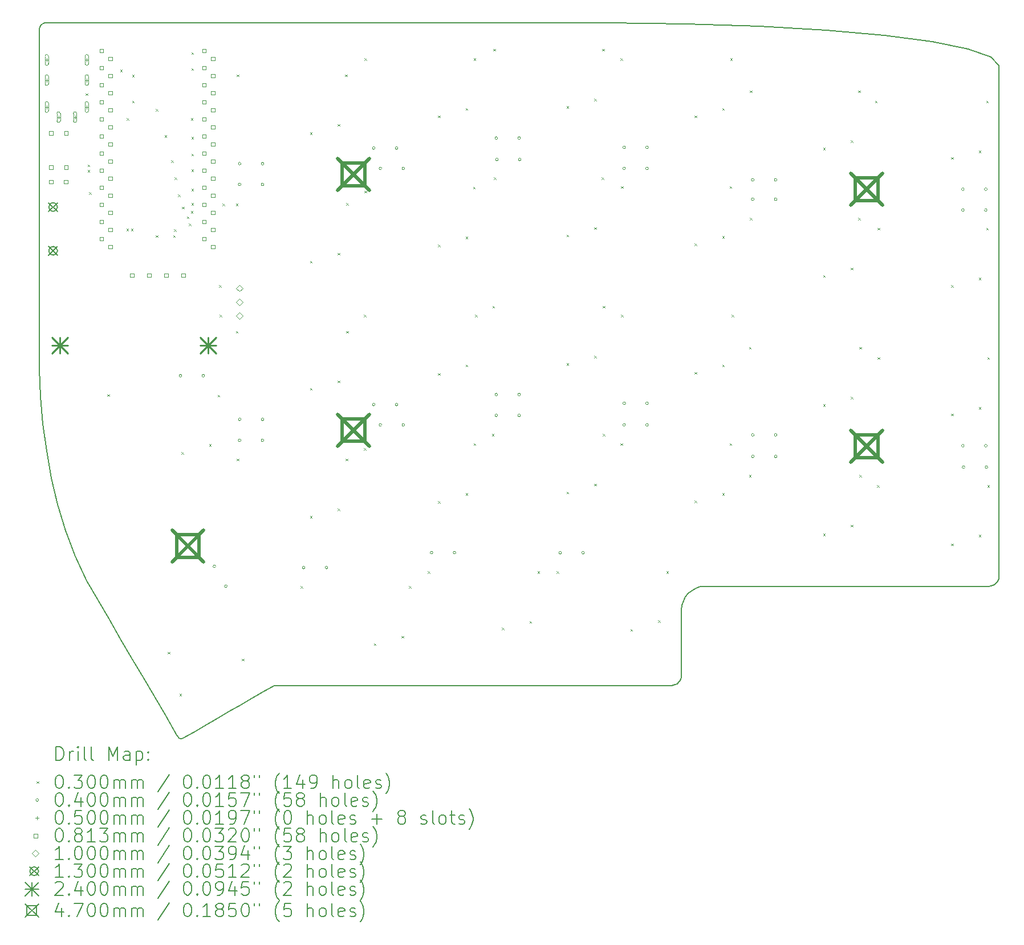
<source format=gbr>
%TF.GenerationSoftware,KiCad,Pcbnew,7.0.10*%
%TF.CreationDate,2024-04-22T20:07:07+02:00*%
%TF.ProjectId,Lily58_Pro,4c696c79-3538-45f5-9072-6f2e6b696361,rev?*%
%TF.SameCoordinates,Original*%
%TF.FileFunction,Drillmap*%
%TF.FilePolarity,Positive*%
%FSLAX45Y45*%
G04 Gerber Fmt 4.5, Leading zero omitted, Abs format (unit mm)*
G04 Created by KiCad (PCBNEW 7.0.10) date 2024-04-22 20:07:07*
%MOMM*%
%LPD*%
G01*
G04 APERTURE LIST*
%ADD10C,0.200000*%
%ADD11C,0.100000*%
%ADD12C,0.130000*%
%ADD13C,0.240000*%
%ADD14C,0.470000*%
G04 APERTURE END LIST*
D10*
X11618662Y-13648078D02*
X11786231Y-13551064D01*
X11451092Y-13745092D02*
X11618662Y-13648078D01*
X8293753Y-5075063D02*
X8293753Y-4444370D01*
X8293753Y-5705756D02*
X8293753Y-5075063D01*
X11521171Y-3708676D02*
X10480388Y-3708676D01*
X21869242Y-12078973D02*
X22396000Y-12078973D01*
X21342484Y-12078973D02*
X21869242Y-12078973D01*
X20815726Y-12078973D02*
X21342484Y-12078973D01*
X20288967Y-12078973D02*
X20815726Y-12078973D01*
X19762209Y-12078973D02*
X20288967Y-12078973D01*
X19235451Y-12078973D02*
X19762209Y-12078973D01*
X18708693Y-12078973D02*
X19235451Y-12078973D01*
X18181935Y-12078973D02*
X18708693Y-12078973D01*
X18111352Y-12086078D02*
X18181935Y-12078973D01*
X18045633Y-12106456D02*
X18111352Y-12086078D01*
X17986177Y-12138706D02*
X18045633Y-12106456D01*
X17934388Y-12181427D02*
X17986177Y-12138706D01*
X17891668Y-12233216D02*
X17934388Y-12181427D01*
X17859417Y-12292671D02*
X17891668Y-12233216D01*
X17839039Y-12358391D02*
X17859417Y-12292671D01*
X17831935Y-12428973D02*
X17839039Y-12358391D01*
X19980765Y-3817049D02*
X18991954Y-3758537D01*
X20842076Y-3894556D02*
X19980765Y-3817049D01*
X21552570Y-3988516D02*
X20842076Y-3894556D01*
X22088932Y-4096385D02*
X21552570Y-3988516D01*
X17898956Y-3721565D02*
X16725088Y-3708676D01*
X18991954Y-3758537D02*
X17898956Y-3721565D01*
X17765831Y-13525566D02*
X17740350Y-13539388D01*
X17788026Y-13507257D02*
X17765831Y-13525566D01*
X17806335Y-13485062D02*
X17788026Y-13507257D01*
X17820157Y-13459581D02*
X17806335Y-13485062D01*
X17828890Y-13431415D02*
X17820157Y-13459581D01*
X17831935Y-13401166D02*
X17828890Y-13431415D01*
X22546000Y-5291838D02*
X22546000Y-6240000D01*
X22546000Y-4343676D02*
X22546000Y-5291838D01*
X8293753Y-6967143D02*
X8293753Y-6336449D01*
X8293753Y-7597836D02*
X8293753Y-6967143D01*
X8293753Y-8228530D02*
X8293753Y-7597836D01*
X8293753Y-8859223D02*
X8293753Y-8228530D01*
X10480388Y-3708676D02*
X9439604Y-3708676D01*
X12561954Y-3708676D02*
X11521171Y-3708676D01*
X13602738Y-3708676D02*
X12561954Y-3708676D01*
X14643521Y-3708676D02*
X13602738Y-3708676D01*
X15684305Y-3708676D02*
X14643521Y-3708676D01*
X16725088Y-3708676D02*
X15684305Y-3708676D01*
X8340094Y-3726596D02*
X8357930Y-3716921D01*
X8324557Y-3739412D02*
X8340094Y-3726596D01*
X8311741Y-3754949D02*
X8324557Y-3739412D01*
X8302066Y-3772785D02*
X8311741Y-3754949D01*
X8295952Y-3792501D02*
X8302066Y-3772785D01*
X8293821Y-3813676D02*
X8295952Y-3792501D01*
X8377646Y-3710807D02*
X8398821Y-3708676D01*
X8357930Y-3716921D02*
X8377646Y-3710807D01*
X9439604Y-3708676D02*
X8398821Y-3708676D01*
X8293753Y-6336449D02*
X8293753Y-5705756D01*
X8293753Y-4444370D02*
X8293753Y-3813676D01*
X8829176Y-11631807D02*
X8999333Y-11998954D01*
X8686311Y-11253067D02*
X8829176Y-11631807D01*
X8568800Y-10864913D02*
X8686311Y-11253067D01*
X8474708Y-10469525D02*
X8568800Y-10864913D01*
X8402097Y-10069083D02*
X8474708Y-10469525D01*
X8349030Y-9665766D02*
X8402097Y-10069083D01*
X8313569Y-9261756D02*
X8349030Y-9665766D01*
X8293778Y-8859232D02*
X8313569Y-9261756D01*
X10428886Y-14335728D02*
X10445676Y-14327176D01*
X10413021Y-14340447D02*
X10428886Y-14335728D01*
X10398125Y-14341397D02*
X10413021Y-14340447D01*
X10384247Y-14338644D02*
X10398125Y-14341397D01*
X10371433Y-14332253D02*
X10384247Y-14338644D01*
X10359730Y-14322288D02*
X10371433Y-14332253D01*
X10349184Y-14308815D02*
X10359730Y-14322288D01*
X10339843Y-14291898D02*
X10349184Y-14308815D01*
X11283523Y-13842106D02*
X11451092Y-13745092D01*
X11115954Y-13939120D02*
X11283523Y-13842106D01*
X10948384Y-14036134D02*
X11115954Y-13939120D01*
X10780815Y-14133148D02*
X10948384Y-14036134D01*
X10613245Y-14230162D02*
X10780815Y-14133148D01*
X10445676Y-14327176D02*
X10613245Y-14230162D01*
X10172273Y-14005266D02*
X10339843Y-14291898D01*
X10004704Y-13718634D02*
X10172273Y-14005266D01*
X9837134Y-13432002D02*
X10004704Y-13718634D01*
X9669565Y-13145370D02*
X9837134Y-13432002D01*
X9501995Y-12858738D02*
X9669565Y-13145370D01*
X9334426Y-12572106D02*
X9501995Y-12858738D01*
X9166856Y-12285474D02*
X9334426Y-12572106D01*
X8999287Y-11998842D02*
X9166856Y-12285474D01*
X16944983Y-13551166D02*
X17681935Y-13551166D01*
X16208030Y-13551166D02*
X16944983Y-13551166D01*
X15471078Y-13551166D02*
X16208030Y-13551166D01*
X14734126Y-13551166D02*
X15471078Y-13551166D01*
X13997174Y-13551166D02*
X14734126Y-13551166D01*
X13260222Y-13551166D02*
X13997174Y-13551166D01*
X12523269Y-13551166D02*
X13260222Y-13551166D01*
X11786317Y-13551166D02*
X12523269Y-13551166D01*
X17831935Y-13281601D02*
X17831935Y-13401166D01*
X17831935Y-13159797D02*
X17831935Y-13281601D01*
X17831935Y-13037993D02*
X17831935Y-13159797D01*
X17831935Y-12916189D02*
X17831935Y-13037993D01*
X17831935Y-12794385D02*
X17831935Y-12916189D01*
X17831935Y-12672581D02*
X17831935Y-12794385D01*
X17831935Y-12550777D02*
X17831935Y-12672581D01*
X17831935Y-12428973D02*
X17831935Y-12550777D01*
X17712184Y-13548121D02*
X17681935Y-13551166D01*
X17740350Y-13539388D02*
X17712184Y-13548121D01*
X22427847Y-4215619D02*
X22088932Y-4096385D01*
X22546000Y-4343676D02*
X22427847Y-4215619D01*
X22426249Y-12075929D02*
X22396000Y-12078973D01*
X22454415Y-12067195D02*
X22426249Y-12075929D01*
X22479896Y-12053374D02*
X22454415Y-12067195D01*
X22502091Y-12035065D02*
X22479896Y-12053374D01*
X22520400Y-12012870D02*
X22502091Y-12035065D01*
X22534222Y-11987389D02*
X22520400Y-12012870D01*
X22542955Y-11959223D02*
X22534222Y-11987389D01*
X22546000Y-11928973D02*
X22542955Y-11959223D01*
X22546000Y-10980811D02*
X22546000Y-11928973D01*
X22546000Y-10032649D02*
X22546000Y-10980811D01*
X22546000Y-9084487D02*
X22546000Y-10032649D01*
X22546000Y-8136324D02*
X22546000Y-9084487D01*
X22546000Y-7188162D02*
X22546000Y-8136324D01*
X22546000Y-6240000D02*
X22546000Y-7188162D01*
D11*
X8985000Y-4755000D02*
X9015000Y-4785000D01*
X9015000Y-4755000D02*
X8985000Y-4785000D01*
X9012499Y-5813486D02*
X9042499Y-5843486D01*
X9042499Y-5813486D02*
X9012499Y-5843486D01*
X9015000Y-5895000D02*
X9045000Y-5925000D01*
X9045000Y-5895000D02*
X9015000Y-5925000D01*
X9035000Y-6225000D02*
X9065000Y-6255000D01*
X9065000Y-6225000D02*
X9035000Y-6255000D01*
X9305000Y-9225000D02*
X9335000Y-9255000D01*
X9335000Y-9225000D02*
X9305000Y-9255000D01*
X9495000Y-4405000D02*
X9525000Y-4435000D01*
X9525000Y-4405000D02*
X9495000Y-4435000D01*
X9590000Y-6765585D02*
X9620000Y-6795585D01*
X9620000Y-6765585D02*
X9590000Y-6795585D01*
X9595000Y-5124000D02*
X9625000Y-5154000D01*
X9625000Y-5124000D02*
X9595000Y-5154000D01*
X9655000Y-6765000D02*
X9685000Y-6795000D01*
X9685000Y-6765000D02*
X9655000Y-6795000D01*
X9675000Y-4481575D02*
X9705000Y-4511575D01*
X9705000Y-4481575D02*
X9675000Y-4511575D01*
X9675000Y-4865000D02*
X9705000Y-4895000D01*
X9705000Y-4865000D02*
X9675000Y-4895000D01*
X10025000Y-4989575D02*
X10055000Y-5019575D01*
X10055000Y-4989575D02*
X10025000Y-5019575D01*
X10025001Y-6865000D02*
X10055001Y-6895000D01*
X10055001Y-6865000D02*
X10025001Y-6895000D01*
X10155000Y-5378000D02*
X10185000Y-5408000D01*
X10185000Y-5378000D02*
X10155000Y-5408000D01*
X10205000Y-13055000D02*
X10235000Y-13085000D01*
X10235000Y-13055000D02*
X10205000Y-13085000D01*
X10252500Y-5751574D02*
X10282500Y-5781574D01*
X10282500Y-5751574D02*
X10252500Y-5781574D01*
X10285000Y-6865000D02*
X10315000Y-6895000D01*
X10315000Y-6865000D02*
X10285000Y-6895000D01*
X10295000Y-6775000D02*
X10325000Y-6805000D01*
X10325000Y-6775000D02*
X10295000Y-6805000D01*
X10302500Y-6005574D02*
X10332500Y-6035574D01*
X10332500Y-6005574D02*
X10302500Y-6035574D01*
X10355000Y-6259574D02*
X10385000Y-6289574D01*
X10385000Y-6259574D02*
X10355000Y-6289574D01*
X10375000Y-13675000D02*
X10405000Y-13705000D01*
X10405000Y-13675000D02*
X10375000Y-13705000D01*
X10405000Y-10084999D02*
X10435000Y-10114999D01*
X10435000Y-10084999D02*
X10405000Y-10114999D01*
X10415000Y-6442500D02*
X10445000Y-6472500D01*
X10445000Y-6442500D02*
X10415000Y-6472500D01*
X10485000Y-6585000D02*
X10515000Y-6615000D01*
X10515000Y-6585000D02*
X10485000Y-6615000D01*
X10517783Y-6692217D02*
X10547783Y-6722217D01*
X10547783Y-6692217D02*
X10517783Y-6722217D01*
X10545000Y-5125000D02*
X10575000Y-5155000D01*
X10575000Y-5125000D02*
X10545000Y-5155000D01*
X10545000Y-6505000D02*
X10575000Y-6535000D01*
X10575000Y-6505000D02*
X10545000Y-6535000D01*
X10554999Y-5655000D02*
X10584999Y-5685000D01*
X10584999Y-5655000D02*
X10554999Y-5685000D01*
X10555000Y-4385000D02*
X10585000Y-4415000D01*
X10585000Y-4385000D02*
X10555000Y-4415000D01*
X10555000Y-5885000D02*
X10585000Y-5915000D01*
X10585000Y-5885000D02*
X10555000Y-5915000D01*
X10555000Y-6175000D02*
X10585000Y-6205000D01*
X10585000Y-6175000D02*
X10555000Y-6205000D01*
X10555000Y-6385000D02*
X10585000Y-6415000D01*
X10585000Y-6385000D02*
X10555000Y-6415000D01*
X10555001Y-4145000D02*
X10585001Y-4175000D01*
X10585001Y-4145000D02*
X10555001Y-4175000D01*
X10555002Y-5405000D02*
X10585002Y-5435000D01*
X10585002Y-5405000D02*
X10555002Y-5435000D01*
X10705000Y-11695000D02*
X10735000Y-11725000D01*
X10735000Y-11695000D02*
X10705000Y-11725000D01*
X10815000Y-9965000D02*
X10845000Y-9995000D01*
X10845000Y-9965000D02*
X10815000Y-9995000D01*
X10945000Y-9235001D02*
X10975000Y-9265001D01*
X10975000Y-9235001D02*
X10945000Y-9265001D01*
X10965000Y-7605000D02*
X10995000Y-7635000D01*
X10995000Y-7605000D02*
X10965000Y-7635000D01*
X10975000Y-8045000D02*
X11005000Y-8075000D01*
X11005000Y-8045000D02*
X10975000Y-8075000D01*
X11015000Y-6395000D02*
X11045000Y-6425000D01*
X11045000Y-6395000D02*
X11015000Y-6425000D01*
X11215000Y-6395000D02*
X11245000Y-6425000D01*
X11245000Y-6395000D02*
X11215000Y-6425000D01*
X11215000Y-8285000D02*
X11245000Y-8315000D01*
X11245000Y-8285000D02*
X11215000Y-8315000D01*
X11224999Y-4475000D02*
X11254999Y-4505000D01*
X11254999Y-4475000D02*
X11224999Y-4505000D01*
X11225000Y-10184999D02*
X11255000Y-10214999D01*
X11255000Y-10184999D02*
X11225000Y-10214999D01*
X11305000Y-13155000D02*
X11335000Y-13185000D01*
X11335000Y-13155000D02*
X11305000Y-13185000D01*
X12175000Y-12075000D02*
X12205000Y-12105000D01*
X12205000Y-12075000D02*
X12175000Y-12105000D01*
X12314999Y-5335000D02*
X12344999Y-5365000D01*
X12344999Y-5335000D02*
X12314999Y-5365000D01*
X12315000Y-9135001D02*
X12345000Y-9165001D01*
X12345000Y-9135001D02*
X12315000Y-9165001D01*
X12315000Y-11034999D02*
X12345000Y-11064999D01*
X12345000Y-11034999D02*
X12315000Y-11064999D01*
X12315001Y-7245000D02*
X12345001Y-7275000D01*
X12345001Y-7245000D02*
X12315001Y-7275000D01*
X12725000Y-5215000D02*
X12755000Y-5245000D01*
X12755000Y-5215000D02*
X12725000Y-5245000D01*
X12725000Y-7125000D02*
X12755000Y-7155000D01*
X12755000Y-7125000D02*
X12725000Y-7155000D01*
X12725000Y-9025000D02*
X12755000Y-9055000D01*
X12755000Y-9025000D02*
X12725000Y-9055000D01*
X12725000Y-10925000D02*
X12755000Y-10955000D01*
X12755000Y-10925000D02*
X12725000Y-10955000D01*
X12835000Y-4475000D02*
X12865000Y-4505000D01*
X12865000Y-4475000D02*
X12835000Y-4505000D01*
X12845000Y-10185000D02*
X12875000Y-10215000D01*
X12875000Y-10185000D02*
X12845000Y-10215000D01*
X12855000Y-6385000D02*
X12885000Y-6415000D01*
X12885000Y-6385000D02*
X12855000Y-6415000D01*
X12855000Y-8285000D02*
X12885000Y-8315000D01*
X12885000Y-8285000D02*
X12855000Y-8315000D01*
X13115000Y-8045000D02*
X13145000Y-8075000D01*
X13145000Y-8045000D02*
X13115000Y-8075000D01*
X13115000Y-10025000D02*
X13145000Y-10055000D01*
X13145000Y-10025000D02*
X13115000Y-10055000D01*
X13125000Y-4235000D02*
X13155000Y-4265000D01*
X13155000Y-4235000D02*
X13125000Y-4265000D01*
X13125000Y-6205000D02*
X13155000Y-6235000D01*
X13155000Y-6205000D02*
X13125000Y-6235000D01*
X13265001Y-12925000D02*
X13295001Y-12955000D01*
X13295001Y-12925000D02*
X13265001Y-12955000D01*
X13675000Y-12815000D02*
X13705000Y-12845000D01*
X13705000Y-12815000D02*
X13675000Y-12845000D01*
X13785000Y-12075000D02*
X13815000Y-12105000D01*
X13815000Y-12075000D02*
X13785000Y-12105000D01*
X14065000Y-11855000D02*
X14095000Y-11885000D01*
X14095000Y-11855000D02*
X14065000Y-11885000D01*
X14214999Y-8915000D02*
X14244999Y-8945000D01*
X14244999Y-8915000D02*
X14214999Y-8945000D01*
X14215000Y-5084999D02*
X14245000Y-5114999D01*
X14245000Y-5084999D02*
X14215000Y-5114999D01*
X14215000Y-10815001D02*
X14245000Y-10845001D01*
X14245000Y-10815001D02*
X14215000Y-10845001D01*
X14215001Y-7005000D02*
X14245001Y-7035000D01*
X14245001Y-7005000D02*
X14215001Y-7035000D01*
X14625000Y-4975000D02*
X14655000Y-5005000D01*
X14655000Y-4975000D02*
X14625000Y-5005000D01*
X14625000Y-6885000D02*
X14655000Y-6915000D01*
X14655000Y-6885000D02*
X14625000Y-6915000D01*
X14625000Y-8785000D02*
X14655000Y-8815000D01*
X14655000Y-8785000D02*
X14625000Y-8815000D01*
X14625000Y-10695000D02*
X14655000Y-10725000D01*
X14655000Y-10695000D02*
X14625000Y-10725000D01*
X14735000Y-6145000D02*
X14765000Y-6175000D01*
X14765000Y-6145000D02*
X14735000Y-6175000D01*
X14745000Y-4235000D02*
X14775000Y-4265000D01*
X14775000Y-4235000D02*
X14745000Y-4265000D01*
X14745000Y-9955000D02*
X14775000Y-9985000D01*
X14775000Y-9955000D02*
X14745000Y-9985000D01*
X14765000Y-8045000D02*
X14795000Y-8075000D01*
X14795000Y-8045000D02*
X14765000Y-8075000D01*
X15015000Y-9815000D02*
X15045000Y-9845000D01*
X15045000Y-9815000D02*
X15015000Y-9845000D01*
X15025000Y-7915000D02*
X15055000Y-7945000D01*
X15055000Y-7915000D02*
X15025000Y-7945000D01*
X15035000Y-4095000D02*
X15065000Y-4125000D01*
X15065000Y-4095000D02*
X15035000Y-4125000D01*
X15045000Y-6005000D02*
X15075000Y-6035000D01*
X15075000Y-6005000D02*
X15045000Y-6035000D01*
X15165000Y-12695000D02*
X15195000Y-12725000D01*
X15195000Y-12695000D02*
X15165000Y-12725000D01*
X15575000Y-12595000D02*
X15605000Y-12625000D01*
X15605000Y-12595000D02*
X15575000Y-12625000D01*
X15695000Y-11855000D02*
X15725000Y-11885000D01*
X15725000Y-11855000D02*
X15695000Y-11885000D01*
X15975000Y-11855000D02*
X16005000Y-11885000D01*
X16005000Y-11855000D02*
X15975000Y-11885000D01*
X16124999Y-6855000D02*
X16154999Y-6885000D01*
X16154999Y-6855000D02*
X16124999Y-6885000D01*
X16125000Y-4945000D02*
X16155000Y-4975000D01*
X16155000Y-4945000D02*
X16125000Y-4975000D01*
X16125000Y-8764999D02*
X16155000Y-8794999D01*
X16155000Y-8764999D02*
X16125000Y-8794999D01*
X16125000Y-10675000D02*
X16155000Y-10705000D01*
X16155000Y-10675000D02*
X16125000Y-10705000D01*
X16535000Y-4835000D02*
X16565000Y-4865000D01*
X16565000Y-4835000D02*
X16535000Y-4865000D01*
X16535000Y-6745000D02*
X16565000Y-6775000D01*
X16565000Y-6745000D02*
X16535000Y-6775000D01*
X16535000Y-8655000D02*
X16565000Y-8685000D01*
X16565000Y-8655000D02*
X16535000Y-8685000D01*
X16535000Y-10555000D02*
X16565000Y-10585000D01*
X16565000Y-10555000D02*
X16535000Y-10585000D01*
X16645000Y-6005000D02*
X16675000Y-6035000D01*
X16675000Y-6005000D02*
X16645000Y-6035000D01*
X16655000Y-4095000D02*
X16685000Y-4125000D01*
X16685000Y-4095000D02*
X16655000Y-4125000D01*
X16665000Y-7915000D02*
X16695000Y-7945000D01*
X16695000Y-7915000D02*
X16665000Y-7945000D01*
X16665000Y-9815000D02*
X16695000Y-9845000D01*
X16695000Y-9815000D02*
X16665000Y-9845000D01*
X16925000Y-4235000D02*
X16955000Y-4265000D01*
X16955000Y-4235000D02*
X16925000Y-4265000D01*
X16925000Y-9955000D02*
X16955000Y-9985000D01*
X16955000Y-9955000D02*
X16925000Y-9985000D01*
X16935000Y-6135000D02*
X16965000Y-6165000D01*
X16965000Y-6135000D02*
X16935000Y-6165000D01*
X16935000Y-8045000D02*
X16965000Y-8075000D01*
X16965000Y-8045000D02*
X16935000Y-8075000D01*
X17075001Y-12715000D02*
X17105001Y-12745000D01*
X17105001Y-12715000D02*
X17075001Y-12745000D01*
X17485000Y-12585000D02*
X17515000Y-12615000D01*
X17515000Y-12585000D02*
X17485000Y-12615000D01*
X17605000Y-11855000D02*
X17635000Y-11885000D01*
X17635000Y-11855000D02*
X17605000Y-11885000D01*
X18024999Y-10805000D02*
X18054999Y-10835000D01*
X18054999Y-10805000D02*
X18024999Y-10835000D01*
X18025000Y-5085000D02*
X18055000Y-5115000D01*
X18055000Y-5085000D02*
X18025000Y-5115000D01*
X18025000Y-6985001D02*
X18055000Y-7015001D01*
X18055000Y-6985001D02*
X18025000Y-7015001D01*
X18025000Y-8895000D02*
X18055000Y-8925000D01*
X18055000Y-8895000D02*
X18025000Y-8925000D01*
X18435000Y-4975000D02*
X18465000Y-5005000D01*
X18465000Y-4975000D02*
X18435000Y-5005000D01*
X18435000Y-6875000D02*
X18465000Y-6905000D01*
X18465000Y-6875000D02*
X18435000Y-6905000D01*
X18435000Y-8785000D02*
X18465000Y-8815000D01*
X18465000Y-8785000D02*
X18435000Y-8815000D01*
X18435000Y-10695000D02*
X18465000Y-10725000D01*
X18465000Y-10695000D02*
X18435000Y-10725000D01*
X18545000Y-6135000D02*
X18575000Y-6165000D01*
X18575000Y-6135000D02*
X18545000Y-6165000D01*
X18545000Y-9955000D02*
X18575000Y-9985000D01*
X18575000Y-9955000D02*
X18545000Y-9985000D01*
X18555000Y-4235000D02*
X18585000Y-4265000D01*
X18585000Y-4235000D02*
X18555000Y-4265000D01*
X18575000Y-8045000D02*
X18605000Y-8075000D01*
X18605000Y-8045000D02*
X18575000Y-8075000D01*
X18835000Y-8525000D02*
X18865000Y-8555000D01*
X18865000Y-8525000D02*
X18835000Y-8555000D01*
X18835000Y-10425000D02*
X18865000Y-10455000D01*
X18865000Y-10425000D02*
X18835000Y-10455000D01*
X18845000Y-4715000D02*
X18875000Y-4745000D01*
X18875000Y-4715000D02*
X18845000Y-4745000D01*
X18845000Y-6605000D02*
X18875000Y-6635000D01*
X18875000Y-6605000D02*
X18845000Y-6635000D01*
X19934999Y-5565000D02*
X19964999Y-5595000D01*
X19964999Y-5565000D02*
X19934999Y-5595000D01*
X19935000Y-9375000D02*
X19965000Y-9405000D01*
X19965000Y-9375000D02*
X19935000Y-9405000D01*
X19935000Y-7455000D02*
X19965000Y-7485000D01*
X19965000Y-7455000D02*
X19935000Y-7485000D01*
X19935001Y-11295000D02*
X19965001Y-11325000D01*
X19965001Y-11295000D02*
X19935001Y-11325000D01*
X20345000Y-5455000D02*
X20375000Y-5485000D01*
X20375000Y-5455000D02*
X20345000Y-5485000D01*
X20345000Y-7345000D02*
X20375000Y-7375000D01*
X20375000Y-7345000D02*
X20345000Y-7375000D01*
X20345000Y-9265000D02*
X20375000Y-9295000D01*
X20375000Y-9265000D02*
X20345000Y-9295000D01*
X20345000Y-11165000D02*
X20375000Y-11195000D01*
X20375000Y-11165000D02*
X20345000Y-11195000D01*
X20455000Y-4715000D02*
X20485000Y-4745000D01*
X20485000Y-4715000D02*
X20455000Y-4745000D01*
X20455000Y-6605000D02*
X20485000Y-6635000D01*
X20485000Y-6605000D02*
X20455000Y-6635000D01*
X20475000Y-8525000D02*
X20505000Y-8555000D01*
X20505000Y-8525000D02*
X20475000Y-8555000D01*
X20475000Y-10425000D02*
X20505000Y-10455000D01*
X20505000Y-10425000D02*
X20475000Y-10455000D01*
X20705000Y-4865000D02*
X20735000Y-4895000D01*
X20735000Y-4865000D02*
X20705000Y-4895000D01*
X20735000Y-10575000D02*
X20765000Y-10605000D01*
X20765000Y-10575000D02*
X20735000Y-10605000D01*
X20745000Y-6755000D02*
X20775000Y-6785000D01*
X20775000Y-6755000D02*
X20745000Y-6785000D01*
X20745001Y-8675000D02*
X20775001Y-8705000D01*
X20775001Y-8675000D02*
X20745001Y-8705000D01*
X21835000Y-5704999D02*
X21865000Y-5734999D01*
X21865000Y-5704999D02*
X21835000Y-5734999D01*
X21835000Y-7605000D02*
X21865000Y-7635000D01*
X21865000Y-7605000D02*
X21835000Y-7635000D01*
X21835000Y-9515000D02*
X21865000Y-9545000D01*
X21865000Y-9515000D02*
X21835000Y-9545000D01*
X21835000Y-11444999D02*
X21865000Y-11474999D01*
X21865000Y-11444999D02*
X21835000Y-11474999D01*
X22245000Y-5605000D02*
X22275000Y-5635000D01*
X22275000Y-5605000D02*
X22245000Y-5635000D01*
X22245000Y-7495000D02*
X22275000Y-7525000D01*
X22275000Y-7495000D02*
X22245000Y-7525000D01*
X22245000Y-9415000D02*
X22275000Y-9445000D01*
X22275000Y-9415000D02*
X22245000Y-9445000D01*
X22245000Y-11315000D02*
X22275000Y-11345000D01*
X22275000Y-11315000D02*
X22245000Y-11345000D01*
X22355000Y-4865000D02*
X22385000Y-4895000D01*
X22385000Y-4865000D02*
X22355000Y-4895000D01*
X22355000Y-6755000D02*
X22385000Y-6785000D01*
X22385000Y-6755000D02*
X22355000Y-6785000D01*
X22375000Y-8675000D02*
X22405000Y-8705000D01*
X22405000Y-8675000D02*
X22375000Y-8705000D01*
X22375000Y-10575000D02*
X22405000Y-10605000D01*
X22405000Y-10575000D02*
X22375000Y-10605000D01*
X10410000Y-8950000D02*
G75*
G03*
X10370000Y-8950000I-20000J0D01*
G01*
X10370000Y-8950000D02*
G75*
G03*
X10410000Y-8950000I20000J0D01*
G01*
X10750000Y-8950000D02*
G75*
G03*
X10710000Y-8950000I-20000J0D01*
G01*
X10710000Y-8950000D02*
G75*
G03*
X10750000Y-8950000I20000J0D01*
G01*
X10915000Y-11782776D02*
G75*
G03*
X10875000Y-11782776I-20000J0D01*
G01*
X10875000Y-11782776D02*
G75*
G03*
X10915000Y-11782776I20000J0D01*
G01*
X11085000Y-12077224D02*
G75*
G03*
X11045000Y-12077224I-20000J0D01*
G01*
X11045000Y-12077224D02*
G75*
G03*
X11085000Y-12077224I20000J0D01*
G01*
X11290000Y-5800000D02*
G75*
G03*
X11250000Y-5800000I-20000J0D01*
G01*
X11250000Y-5800000D02*
G75*
G03*
X11290000Y-5800000I20000J0D01*
G01*
X11290000Y-6110000D02*
G75*
G03*
X11250000Y-6110000I-20000J0D01*
G01*
X11250000Y-6110000D02*
G75*
G03*
X11290000Y-6110000I20000J0D01*
G01*
X11290000Y-9600000D02*
G75*
G03*
X11250000Y-9600000I-20000J0D01*
G01*
X11250000Y-9600000D02*
G75*
G03*
X11290000Y-9600000I20000J0D01*
G01*
X11290000Y-9910000D02*
G75*
G03*
X11250000Y-9910000I-20000J0D01*
G01*
X11250000Y-9910000D02*
G75*
G03*
X11290000Y-9910000I20000J0D01*
G01*
X11630000Y-5800000D02*
G75*
G03*
X11590000Y-5800000I-20000J0D01*
G01*
X11590000Y-5800000D02*
G75*
G03*
X11630000Y-5800000I20000J0D01*
G01*
X11630000Y-6110000D02*
G75*
G03*
X11590000Y-6110000I-20000J0D01*
G01*
X11590000Y-6110000D02*
G75*
G03*
X11630000Y-6110000I20000J0D01*
G01*
X11630000Y-9600000D02*
G75*
G03*
X11590000Y-9600000I-20000J0D01*
G01*
X11590000Y-9600000D02*
G75*
G03*
X11630000Y-9600000I20000J0D01*
G01*
X11630000Y-9910000D02*
G75*
G03*
X11590000Y-9910000I-20000J0D01*
G01*
X11590000Y-9910000D02*
G75*
G03*
X11630000Y-9910000I20000J0D01*
G01*
X12240000Y-11800000D02*
G75*
G03*
X12200000Y-11800000I-20000J0D01*
G01*
X12200000Y-11800000D02*
G75*
G03*
X12240000Y-11800000I20000J0D01*
G01*
X12580000Y-11800000D02*
G75*
G03*
X12540000Y-11800000I-20000J0D01*
G01*
X12540000Y-11800000D02*
G75*
G03*
X12580000Y-11800000I20000J0D01*
G01*
X13280000Y-5570000D02*
G75*
G03*
X13240000Y-5570000I-20000J0D01*
G01*
X13240000Y-5570000D02*
G75*
G03*
X13280000Y-5570000I20000J0D01*
G01*
X13280000Y-9380000D02*
G75*
G03*
X13240000Y-9380000I-20000J0D01*
G01*
X13240000Y-9380000D02*
G75*
G03*
X13280000Y-9380000I20000J0D01*
G01*
X13380000Y-5870000D02*
G75*
G03*
X13340000Y-5870000I-20000J0D01*
G01*
X13340000Y-5870000D02*
G75*
G03*
X13380000Y-5870000I20000J0D01*
G01*
X13380000Y-9680000D02*
G75*
G03*
X13340000Y-9680000I-20000J0D01*
G01*
X13340000Y-9680000D02*
G75*
G03*
X13380000Y-9680000I20000J0D01*
G01*
X13620000Y-5570000D02*
G75*
G03*
X13580000Y-5570000I-20000J0D01*
G01*
X13580000Y-5570000D02*
G75*
G03*
X13620000Y-5570000I20000J0D01*
G01*
X13620000Y-9380000D02*
G75*
G03*
X13580000Y-9380000I-20000J0D01*
G01*
X13580000Y-9380000D02*
G75*
G03*
X13620000Y-9380000I20000J0D01*
G01*
X13720000Y-5870000D02*
G75*
G03*
X13680000Y-5870000I-20000J0D01*
G01*
X13680000Y-5870000D02*
G75*
G03*
X13720000Y-5870000I20000J0D01*
G01*
X13720000Y-9680000D02*
G75*
G03*
X13680000Y-9680000I-20000J0D01*
G01*
X13680000Y-9680000D02*
G75*
G03*
X13720000Y-9680000I20000J0D01*
G01*
X14140000Y-11580000D02*
G75*
G03*
X14100000Y-11580000I-20000J0D01*
G01*
X14100000Y-11580000D02*
G75*
G03*
X14140000Y-11580000I20000J0D01*
G01*
X14480000Y-11580000D02*
G75*
G03*
X14440000Y-11580000I-20000J0D01*
G01*
X14440000Y-11580000D02*
G75*
G03*
X14480000Y-11580000I20000J0D01*
G01*
X15100000Y-5420000D02*
G75*
G03*
X15060000Y-5420000I-20000J0D01*
G01*
X15060000Y-5420000D02*
G75*
G03*
X15100000Y-5420000I20000J0D01*
G01*
X15100000Y-9230000D02*
G75*
G03*
X15060000Y-9230000I-20000J0D01*
G01*
X15060000Y-9230000D02*
G75*
G03*
X15100000Y-9230000I20000J0D01*
G01*
X15100000Y-9540000D02*
G75*
G03*
X15060000Y-9540000I-20000J0D01*
G01*
X15060000Y-9540000D02*
G75*
G03*
X15100000Y-9540000I20000J0D01*
G01*
X15110000Y-5740000D02*
G75*
G03*
X15070000Y-5740000I-20000J0D01*
G01*
X15070000Y-5740000D02*
G75*
G03*
X15110000Y-5740000I20000J0D01*
G01*
X15440000Y-5420000D02*
G75*
G03*
X15400000Y-5420000I-20000J0D01*
G01*
X15400000Y-5420000D02*
G75*
G03*
X15440000Y-5420000I20000J0D01*
G01*
X15440000Y-9230000D02*
G75*
G03*
X15400000Y-9230000I-20000J0D01*
G01*
X15400000Y-9230000D02*
G75*
G03*
X15440000Y-9230000I20000J0D01*
G01*
X15440000Y-9540000D02*
G75*
G03*
X15400000Y-9540000I-20000J0D01*
G01*
X15400000Y-9540000D02*
G75*
G03*
X15440000Y-9540000I20000J0D01*
G01*
X15450000Y-5740000D02*
G75*
G03*
X15410000Y-5740000I-20000J0D01*
G01*
X15410000Y-5740000D02*
G75*
G03*
X15450000Y-5740000I20000J0D01*
G01*
X16050000Y-11580000D02*
G75*
G03*
X16010000Y-11580000I-20000J0D01*
G01*
X16010000Y-11580000D02*
G75*
G03*
X16050000Y-11580000I20000J0D01*
G01*
X16390000Y-11580000D02*
G75*
G03*
X16350000Y-11580000I-20000J0D01*
G01*
X16350000Y-11580000D02*
G75*
G03*
X16390000Y-11580000I20000J0D01*
G01*
X17000000Y-5560000D02*
G75*
G03*
X16960000Y-5560000I-20000J0D01*
G01*
X16960000Y-5560000D02*
G75*
G03*
X17000000Y-5560000I20000J0D01*
G01*
X17000000Y-5870000D02*
G75*
G03*
X16960000Y-5870000I-20000J0D01*
G01*
X16960000Y-5870000D02*
G75*
G03*
X17000000Y-5870000I20000J0D01*
G01*
X17000000Y-9360000D02*
G75*
G03*
X16960000Y-9360000I-20000J0D01*
G01*
X16960000Y-9360000D02*
G75*
G03*
X17000000Y-9360000I20000J0D01*
G01*
X17000000Y-9680000D02*
G75*
G03*
X16960000Y-9680000I-20000J0D01*
G01*
X16960000Y-9680000D02*
G75*
G03*
X17000000Y-9680000I20000J0D01*
G01*
X17340000Y-5560000D02*
G75*
G03*
X17300000Y-5560000I-20000J0D01*
G01*
X17300000Y-5560000D02*
G75*
G03*
X17340000Y-5560000I20000J0D01*
G01*
X17340000Y-5870000D02*
G75*
G03*
X17300000Y-5870000I-20000J0D01*
G01*
X17300000Y-5870000D02*
G75*
G03*
X17340000Y-5870000I20000J0D01*
G01*
X17340000Y-9360000D02*
G75*
G03*
X17300000Y-9360000I-20000J0D01*
G01*
X17300000Y-9360000D02*
G75*
G03*
X17340000Y-9360000I20000J0D01*
G01*
X17340000Y-9680000D02*
G75*
G03*
X17300000Y-9680000I-20000J0D01*
G01*
X17300000Y-9680000D02*
G75*
G03*
X17340000Y-9680000I20000J0D01*
G01*
X18910000Y-6040000D02*
G75*
G03*
X18870000Y-6040000I-20000J0D01*
G01*
X18870000Y-6040000D02*
G75*
G03*
X18910000Y-6040000I20000J0D01*
G01*
X18910000Y-6330000D02*
G75*
G03*
X18870000Y-6330000I-20000J0D01*
G01*
X18870000Y-6330000D02*
G75*
G03*
X18910000Y-6330000I20000J0D01*
G01*
X18910000Y-9830000D02*
G75*
G03*
X18870000Y-9830000I-20000J0D01*
G01*
X18870000Y-9830000D02*
G75*
G03*
X18910000Y-9830000I20000J0D01*
G01*
X18910000Y-10150000D02*
G75*
G03*
X18870000Y-10150000I-20000J0D01*
G01*
X18870000Y-10150000D02*
G75*
G03*
X18910000Y-10150000I20000J0D01*
G01*
X19250000Y-6040000D02*
G75*
G03*
X19210000Y-6040000I-20000J0D01*
G01*
X19210000Y-6040000D02*
G75*
G03*
X19250000Y-6040000I20000J0D01*
G01*
X19250000Y-6330000D02*
G75*
G03*
X19210000Y-6330000I-20000J0D01*
G01*
X19210000Y-6330000D02*
G75*
G03*
X19250000Y-6330000I20000J0D01*
G01*
X19250000Y-9830000D02*
G75*
G03*
X19210000Y-9830000I-20000J0D01*
G01*
X19210000Y-9830000D02*
G75*
G03*
X19250000Y-9830000I20000J0D01*
G01*
X19250000Y-10150000D02*
G75*
G03*
X19210000Y-10150000I-20000J0D01*
G01*
X19210000Y-10150000D02*
G75*
G03*
X19250000Y-10150000I20000J0D01*
G01*
X22030000Y-6180000D02*
G75*
G03*
X21990000Y-6180000I-20000J0D01*
G01*
X21990000Y-6180000D02*
G75*
G03*
X22030000Y-6180000I20000J0D01*
G01*
X22030000Y-6490000D02*
G75*
G03*
X21990000Y-6490000I-20000J0D01*
G01*
X21990000Y-6490000D02*
G75*
G03*
X22030000Y-6490000I20000J0D01*
G01*
X22030000Y-9990000D02*
G75*
G03*
X21990000Y-9990000I-20000J0D01*
G01*
X21990000Y-9990000D02*
G75*
G03*
X22030000Y-9990000I20000J0D01*
G01*
X22040000Y-10310000D02*
G75*
G03*
X22000000Y-10310000I-20000J0D01*
G01*
X22000000Y-10310000D02*
G75*
G03*
X22040000Y-10310000I20000J0D01*
G01*
X22370000Y-6180000D02*
G75*
G03*
X22330000Y-6180000I-20000J0D01*
G01*
X22330000Y-6180000D02*
G75*
G03*
X22370000Y-6180000I20000J0D01*
G01*
X22370000Y-6490000D02*
G75*
G03*
X22330000Y-6490000I-20000J0D01*
G01*
X22330000Y-6490000D02*
G75*
G03*
X22370000Y-6490000I20000J0D01*
G01*
X22370000Y-9990000D02*
G75*
G03*
X22330000Y-9990000I-20000J0D01*
G01*
X22330000Y-9990000D02*
G75*
G03*
X22370000Y-9990000I20000J0D01*
G01*
X22380000Y-10310000D02*
G75*
G03*
X22340000Y-10310000I-20000J0D01*
G01*
X22340000Y-10310000D02*
G75*
G03*
X22380000Y-10310000I20000J0D01*
G01*
X8405000Y-4235000D02*
X8405000Y-4285000D01*
X8380000Y-4260000D02*
X8430000Y-4260000D01*
X8380000Y-4205000D02*
X8380000Y-4315000D01*
X8380000Y-4315000D02*
G75*
G03*
X8430000Y-4315000I25000J0D01*
G01*
X8430000Y-4315000D02*
X8430000Y-4205000D01*
X8430000Y-4205000D02*
G75*
G03*
X8380000Y-4205000I-25000J0D01*
G01*
X8405000Y-4535000D02*
X8405000Y-4585000D01*
X8380000Y-4560000D02*
X8430000Y-4560000D01*
X8380000Y-4505000D02*
X8380000Y-4615000D01*
X8380000Y-4615000D02*
G75*
G03*
X8430000Y-4615000I25000J0D01*
G01*
X8430000Y-4615000D02*
X8430000Y-4505000D01*
X8430000Y-4505000D02*
G75*
G03*
X8380000Y-4505000I-25000J0D01*
G01*
X8405000Y-4935000D02*
X8405000Y-4985000D01*
X8380000Y-4960000D02*
X8430000Y-4960000D01*
X8380000Y-4905000D02*
X8380000Y-5015000D01*
X8380000Y-5015000D02*
G75*
G03*
X8430000Y-5015000I25000J0D01*
G01*
X8430000Y-5015000D02*
X8430000Y-4905000D01*
X8430000Y-4905000D02*
G75*
G03*
X8380000Y-4905000I-25000J0D01*
G01*
X8580000Y-5085000D02*
X8580000Y-5135000D01*
X8555000Y-5110000D02*
X8605000Y-5110000D01*
X8555000Y-5055000D02*
X8555000Y-5165000D01*
X8555000Y-5165000D02*
G75*
G03*
X8605000Y-5165000I25000J0D01*
G01*
X8605000Y-5165000D02*
X8605000Y-5055000D01*
X8605000Y-5055000D02*
G75*
G03*
X8555000Y-5055000I-25000J0D01*
G01*
X8825000Y-5085000D02*
X8825000Y-5135000D01*
X8800000Y-5110000D02*
X8850000Y-5110000D01*
X8800000Y-5055000D02*
X8800000Y-5165000D01*
X8800000Y-5165000D02*
G75*
G03*
X8850000Y-5165000I25000J0D01*
G01*
X8850000Y-5165000D02*
X8850000Y-5055000D01*
X8850000Y-5055000D02*
G75*
G03*
X8800000Y-5055000I-25000J0D01*
G01*
X9000000Y-4235000D02*
X9000000Y-4285000D01*
X8975000Y-4260000D02*
X9025000Y-4260000D01*
X8975000Y-4205000D02*
X8975000Y-4315000D01*
X8975000Y-4315000D02*
G75*
G03*
X9025000Y-4315000I25000J0D01*
G01*
X9025000Y-4315000D02*
X9025000Y-4205000D01*
X9025000Y-4205000D02*
G75*
G03*
X8975000Y-4205000I-25000J0D01*
G01*
X9000000Y-4535000D02*
X9000000Y-4585000D01*
X8975000Y-4560000D02*
X9025000Y-4560000D01*
X8975000Y-4505000D02*
X8975000Y-4615000D01*
X8975000Y-4615000D02*
G75*
G03*
X9025000Y-4615000I25000J0D01*
G01*
X9025000Y-4615000D02*
X9025000Y-4505000D01*
X9025000Y-4505000D02*
G75*
G03*
X8975000Y-4505000I-25000J0D01*
G01*
X9000000Y-4935000D02*
X9000000Y-4985000D01*
X8975000Y-4960000D02*
X9025000Y-4960000D01*
X8975000Y-4905000D02*
X8975000Y-5015000D01*
X8975000Y-5015000D02*
G75*
G03*
X9025000Y-5015000I25000J0D01*
G01*
X9025000Y-5015000D02*
X9025000Y-4905000D01*
X9025000Y-4905000D02*
G75*
G03*
X8975000Y-4905000I-25000J0D01*
G01*
X8497541Y-5378664D02*
X8497541Y-5321190D01*
X8440066Y-5321190D01*
X8440066Y-5378664D01*
X8497541Y-5378664D01*
X8497541Y-5886664D02*
X8497541Y-5829190D01*
X8440066Y-5829190D01*
X8440066Y-5886664D01*
X8497541Y-5886664D01*
X8498737Y-6098737D02*
X8498737Y-6041263D01*
X8441263Y-6041263D01*
X8441263Y-6098737D01*
X8498737Y-6098737D01*
X8718737Y-6098737D02*
X8718737Y-6041263D01*
X8661263Y-6041263D01*
X8661263Y-6098737D01*
X8718737Y-6098737D01*
X8722541Y-5378664D02*
X8722541Y-5321190D01*
X8665066Y-5321190D01*
X8665066Y-5378664D01*
X8722541Y-5378664D01*
X8722541Y-5886664D02*
X8722541Y-5829190D01*
X8665066Y-5829190D01*
X8665066Y-5886664D01*
X8722541Y-5886664D01*
X9246737Y-4151737D02*
X9246737Y-4094263D01*
X9189263Y-4094263D01*
X9189263Y-4151737D01*
X9246737Y-4151737D01*
X9246737Y-4405737D02*
X9246737Y-4348263D01*
X9189263Y-4348263D01*
X9189263Y-4405737D01*
X9246737Y-4405737D01*
X9246737Y-4659737D02*
X9246737Y-4602263D01*
X9189263Y-4602263D01*
X9189263Y-4659737D01*
X9246737Y-4659737D01*
X9246737Y-4913737D02*
X9246737Y-4856263D01*
X9189263Y-4856263D01*
X9189263Y-4913737D01*
X9246737Y-4913737D01*
X9246737Y-5167737D02*
X9246737Y-5110263D01*
X9189263Y-5110263D01*
X9189263Y-5167737D01*
X9246737Y-5167737D01*
X9246737Y-5421737D02*
X9246737Y-5364263D01*
X9189263Y-5364263D01*
X9189263Y-5421737D01*
X9246737Y-5421737D01*
X9246737Y-5675737D02*
X9246737Y-5618263D01*
X9189263Y-5618263D01*
X9189263Y-5675737D01*
X9246737Y-5675737D01*
X9246737Y-5929737D02*
X9246737Y-5872263D01*
X9189263Y-5872263D01*
X9189263Y-5929737D01*
X9246737Y-5929737D01*
X9246737Y-6183737D02*
X9246737Y-6126263D01*
X9189263Y-6126263D01*
X9189263Y-6183737D01*
X9246737Y-6183737D01*
X9246737Y-6437737D02*
X9246737Y-6380263D01*
X9189263Y-6380263D01*
X9189263Y-6437737D01*
X9246737Y-6437737D01*
X9246737Y-6691737D02*
X9246737Y-6634263D01*
X9189263Y-6634263D01*
X9189263Y-6691737D01*
X9246737Y-6691737D01*
X9246737Y-6945737D02*
X9246737Y-6888263D01*
X9189263Y-6888263D01*
X9189263Y-6945737D01*
X9246737Y-6945737D01*
X9376619Y-4271312D02*
X9376619Y-4213837D01*
X9319144Y-4213837D01*
X9319144Y-4271312D01*
X9376619Y-4271312D01*
X9376619Y-4525312D02*
X9376619Y-4467837D01*
X9319144Y-4467837D01*
X9319144Y-4525312D01*
X9376619Y-4525312D01*
X9376619Y-4779312D02*
X9376619Y-4721837D01*
X9319144Y-4721837D01*
X9319144Y-4779312D01*
X9376619Y-4779312D01*
X9376619Y-5033312D02*
X9376619Y-4975837D01*
X9319144Y-4975837D01*
X9319144Y-5033312D01*
X9376619Y-5033312D01*
X9376619Y-5287312D02*
X9376619Y-5229837D01*
X9319144Y-5229837D01*
X9319144Y-5287312D01*
X9376619Y-5287312D01*
X9376619Y-5541312D02*
X9376619Y-5483837D01*
X9319144Y-5483837D01*
X9319144Y-5541312D01*
X9376619Y-5541312D01*
X9376619Y-5795312D02*
X9376619Y-5737837D01*
X9319144Y-5737837D01*
X9319144Y-5795312D01*
X9376619Y-5795312D01*
X9376619Y-6049312D02*
X9376619Y-5991837D01*
X9319144Y-5991837D01*
X9319144Y-6049312D01*
X9376619Y-6049312D01*
X9376619Y-6303312D02*
X9376619Y-6245837D01*
X9319144Y-6245837D01*
X9319144Y-6303312D01*
X9376619Y-6303312D01*
X9376619Y-6557312D02*
X9376619Y-6499837D01*
X9319144Y-6499837D01*
X9319144Y-6557312D01*
X9376619Y-6557312D01*
X9376619Y-6811312D02*
X9376619Y-6753837D01*
X9319144Y-6753837D01*
X9319144Y-6811312D01*
X9376619Y-6811312D01*
X9376619Y-7065312D02*
X9376619Y-7007837D01*
X9319144Y-7007837D01*
X9319144Y-7065312D01*
X9376619Y-7065312D01*
X9698737Y-7488737D02*
X9698737Y-7431263D01*
X9641263Y-7431263D01*
X9641263Y-7488737D01*
X9698737Y-7488737D01*
X9952737Y-7488737D02*
X9952737Y-7431263D01*
X9895263Y-7431263D01*
X9895263Y-7488737D01*
X9952737Y-7488737D01*
X10206737Y-7488737D02*
X10206737Y-7431263D01*
X10149263Y-7431263D01*
X10149263Y-7488737D01*
X10206737Y-7488737D01*
X10460737Y-7488737D02*
X10460737Y-7431263D01*
X10403263Y-7431263D01*
X10403263Y-7488737D01*
X10460737Y-7488737D01*
X10770737Y-4151737D02*
X10770737Y-4094263D01*
X10713263Y-4094263D01*
X10713263Y-4151737D01*
X10770737Y-4151737D01*
X10770737Y-4405737D02*
X10770737Y-4348263D01*
X10713263Y-4348263D01*
X10713263Y-4405737D01*
X10770737Y-4405737D01*
X10770737Y-4659737D02*
X10770737Y-4602263D01*
X10713263Y-4602263D01*
X10713263Y-4659737D01*
X10770737Y-4659737D01*
X10770737Y-4913737D02*
X10770737Y-4856263D01*
X10713263Y-4856263D01*
X10713263Y-4913737D01*
X10770737Y-4913737D01*
X10770737Y-5167737D02*
X10770737Y-5110263D01*
X10713263Y-5110263D01*
X10713263Y-5167737D01*
X10770737Y-5167737D01*
X10770737Y-5421737D02*
X10770737Y-5364263D01*
X10713263Y-5364263D01*
X10713263Y-5421737D01*
X10770737Y-5421737D01*
X10770737Y-5675737D02*
X10770737Y-5618263D01*
X10713263Y-5618263D01*
X10713263Y-5675737D01*
X10770737Y-5675737D01*
X10770737Y-5929737D02*
X10770737Y-5872263D01*
X10713263Y-5872263D01*
X10713263Y-5929737D01*
X10770737Y-5929737D01*
X10770737Y-6183737D02*
X10770737Y-6126263D01*
X10713263Y-6126263D01*
X10713263Y-6183737D01*
X10770737Y-6183737D01*
X10770737Y-6437737D02*
X10770737Y-6380263D01*
X10713263Y-6380263D01*
X10713263Y-6437737D01*
X10770737Y-6437737D01*
X10770737Y-6691737D02*
X10770737Y-6634263D01*
X10713263Y-6634263D01*
X10713263Y-6691737D01*
X10770737Y-6691737D01*
X10770737Y-6945737D02*
X10770737Y-6888263D01*
X10713263Y-6888263D01*
X10713263Y-6945737D01*
X10770737Y-6945737D01*
X10900619Y-4271312D02*
X10900619Y-4213837D01*
X10843144Y-4213837D01*
X10843144Y-4271312D01*
X10900619Y-4271312D01*
X10900619Y-4525312D02*
X10900619Y-4467837D01*
X10843144Y-4467837D01*
X10843144Y-4525312D01*
X10900619Y-4525312D01*
X10900619Y-4779312D02*
X10900619Y-4721837D01*
X10843144Y-4721837D01*
X10843144Y-4779312D01*
X10900619Y-4779312D01*
X10900619Y-5033312D02*
X10900619Y-4975837D01*
X10843144Y-4975837D01*
X10843144Y-5033312D01*
X10900619Y-5033312D01*
X10900619Y-5287312D02*
X10900619Y-5229837D01*
X10843144Y-5229837D01*
X10843144Y-5287312D01*
X10900619Y-5287312D01*
X10900619Y-5541312D02*
X10900619Y-5483837D01*
X10843144Y-5483837D01*
X10843144Y-5541312D01*
X10900619Y-5541312D01*
X10900619Y-5795312D02*
X10900619Y-5737837D01*
X10843144Y-5737837D01*
X10843144Y-5795312D01*
X10900619Y-5795312D01*
X10900619Y-6049312D02*
X10900619Y-5991837D01*
X10843144Y-5991837D01*
X10843144Y-6049312D01*
X10900619Y-6049312D01*
X10900619Y-6303312D02*
X10900619Y-6245837D01*
X10843144Y-6245837D01*
X10843144Y-6303312D01*
X10900619Y-6303312D01*
X10900619Y-6557312D02*
X10900619Y-6499837D01*
X10843144Y-6499837D01*
X10843144Y-6557312D01*
X10900619Y-6557312D01*
X10900619Y-6811312D02*
X10900619Y-6753837D01*
X10843144Y-6753837D01*
X10843144Y-6811312D01*
X10900619Y-6811312D01*
X10900619Y-7065312D02*
X10900619Y-7007837D01*
X10843144Y-7007837D01*
X10843144Y-7065312D01*
X10900619Y-7065312D01*
X11270000Y-7700000D02*
X11320000Y-7650000D01*
X11270000Y-7600000D01*
X11220000Y-7650000D01*
X11270000Y-7700000D01*
X11270000Y-7910000D02*
X11320000Y-7860000D01*
X11270000Y-7810000D01*
X11220000Y-7860000D01*
X11270000Y-7910000D01*
X11270000Y-8110000D02*
X11320000Y-8060000D01*
X11270000Y-8010000D01*
X11220000Y-8060000D01*
X11270000Y-8110000D01*
D12*
X8435000Y-6380000D02*
X8565000Y-6510000D01*
X8565000Y-6380000D02*
X8435000Y-6510000D01*
X8565000Y-6445000D02*
G75*
G03*
X8435000Y-6445000I-65000J0D01*
G01*
X8435000Y-6445000D02*
G75*
G03*
X8565000Y-6445000I65000J0D01*
G01*
X8435000Y-7030000D02*
X8565000Y-7160000D01*
X8565000Y-7030000D02*
X8435000Y-7160000D01*
X8565000Y-7095000D02*
G75*
G03*
X8435000Y-7095000I-65000J0D01*
G01*
X8435000Y-7095000D02*
G75*
G03*
X8565000Y-7095000I65000J0D01*
G01*
D13*
X8480000Y-8380000D02*
X8720000Y-8620000D01*
X8720000Y-8380000D02*
X8480000Y-8620000D01*
X8600000Y-8380000D02*
X8600000Y-8620000D01*
X8480000Y-8500000D02*
X8720000Y-8500000D01*
X10680000Y-8380000D02*
X10920000Y-8620000D01*
X10920000Y-8380000D02*
X10680000Y-8620000D01*
X10800000Y-8380000D02*
X10800000Y-8620000D01*
X10680000Y-8500000D02*
X10920000Y-8500000D01*
D14*
X10265000Y-11245000D02*
X10735000Y-11715000D01*
X10735000Y-11245000D02*
X10265000Y-11715000D01*
X10666172Y-11646172D02*
X10666172Y-11313828D01*
X10333828Y-11313828D01*
X10333828Y-11646172D01*
X10666172Y-11646172D01*
X12725000Y-5725000D02*
X13195000Y-6195000D01*
X13195000Y-5725000D02*
X12725000Y-6195000D01*
X13126172Y-6126172D02*
X13126172Y-5793828D01*
X12793828Y-5793828D01*
X12793828Y-6126172D01*
X13126172Y-6126172D01*
X12725000Y-9525000D02*
X13195000Y-9995000D01*
X13195000Y-9525000D02*
X12725000Y-9995000D01*
X13126172Y-9926172D02*
X13126172Y-9593828D01*
X12793828Y-9593828D01*
X12793828Y-9926172D01*
X13126172Y-9926172D01*
X20345000Y-5945000D02*
X20815000Y-6415000D01*
X20815000Y-5945000D02*
X20345000Y-6415000D01*
X20746172Y-6346172D02*
X20746172Y-6013828D01*
X20413828Y-6013828D01*
X20413828Y-6346172D01*
X20746172Y-6346172D01*
X20345000Y-9765000D02*
X20815000Y-10235000D01*
X20815000Y-9765000D02*
X20345000Y-10235000D01*
X20746172Y-10166172D02*
X20746172Y-9833828D01*
X20413828Y-9833828D01*
X20413828Y-10166172D01*
X20746172Y-10166172D01*
D10*
X8544530Y-14662881D02*
X8544530Y-14462881D01*
X8544530Y-14462881D02*
X8592149Y-14462881D01*
X8592149Y-14462881D02*
X8620720Y-14472405D01*
X8620720Y-14472405D02*
X8639768Y-14491453D01*
X8639768Y-14491453D02*
X8649292Y-14510500D01*
X8649292Y-14510500D02*
X8658815Y-14548595D01*
X8658815Y-14548595D02*
X8658815Y-14577167D01*
X8658815Y-14577167D02*
X8649292Y-14615262D01*
X8649292Y-14615262D02*
X8639768Y-14634310D01*
X8639768Y-14634310D02*
X8620720Y-14653357D01*
X8620720Y-14653357D02*
X8592149Y-14662881D01*
X8592149Y-14662881D02*
X8544530Y-14662881D01*
X8744530Y-14662881D02*
X8744530Y-14529548D01*
X8744530Y-14567643D02*
X8754053Y-14548595D01*
X8754053Y-14548595D02*
X8763577Y-14539072D01*
X8763577Y-14539072D02*
X8782625Y-14529548D01*
X8782625Y-14529548D02*
X8801673Y-14529548D01*
X8868339Y-14662881D02*
X8868339Y-14529548D01*
X8868339Y-14462881D02*
X8858815Y-14472405D01*
X8858815Y-14472405D02*
X8868339Y-14481929D01*
X8868339Y-14481929D02*
X8877863Y-14472405D01*
X8877863Y-14472405D02*
X8868339Y-14462881D01*
X8868339Y-14462881D02*
X8868339Y-14481929D01*
X8992149Y-14662881D02*
X8973101Y-14653357D01*
X8973101Y-14653357D02*
X8963577Y-14634310D01*
X8963577Y-14634310D02*
X8963577Y-14462881D01*
X9096911Y-14662881D02*
X9077863Y-14653357D01*
X9077863Y-14653357D02*
X9068339Y-14634310D01*
X9068339Y-14634310D02*
X9068339Y-14462881D01*
X9325482Y-14662881D02*
X9325482Y-14462881D01*
X9325482Y-14462881D02*
X9392149Y-14605738D01*
X9392149Y-14605738D02*
X9458815Y-14462881D01*
X9458815Y-14462881D02*
X9458815Y-14662881D01*
X9639768Y-14662881D02*
X9639768Y-14558119D01*
X9639768Y-14558119D02*
X9630244Y-14539072D01*
X9630244Y-14539072D02*
X9611196Y-14529548D01*
X9611196Y-14529548D02*
X9573101Y-14529548D01*
X9573101Y-14529548D02*
X9554053Y-14539072D01*
X9639768Y-14653357D02*
X9620720Y-14662881D01*
X9620720Y-14662881D02*
X9573101Y-14662881D01*
X9573101Y-14662881D02*
X9554053Y-14653357D01*
X9554053Y-14653357D02*
X9544530Y-14634310D01*
X9544530Y-14634310D02*
X9544530Y-14615262D01*
X9544530Y-14615262D02*
X9554053Y-14596214D01*
X9554053Y-14596214D02*
X9573101Y-14586691D01*
X9573101Y-14586691D02*
X9620720Y-14586691D01*
X9620720Y-14586691D02*
X9639768Y-14577167D01*
X9735006Y-14529548D02*
X9735006Y-14729548D01*
X9735006Y-14539072D02*
X9754053Y-14529548D01*
X9754053Y-14529548D02*
X9792149Y-14529548D01*
X9792149Y-14529548D02*
X9811196Y-14539072D01*
X9811196Y-14539072D02*
X9820720Y-14548595D01*
X9820720Y-14548595D02*
X9830244Y-14567643D01*
X9830244Y-14567643D02*
X9830244Y-14624786D01*
X9830244Y-14624786D02*
X9820720Y-14643833D01*
X9820720Y-14643833D02*
X9811196Y-14653357D01*
X9811196Y-14653357D02*
X9792149Y-14662881D01*
X9792149Y-14662881D02*
X9754053Y-14662881D01*
X9754053Y-14662881D02*
X9735006Y-14653357D01*
X9915958Y-14643833D02*
X9925482Y-14653357D01*
X9925482Y-14653357D02*
X9915958Y-14662881D01*
X9915958Y-14662881D02*
X9906434Y-14653357D01*
X9906434Y-14653357D02*
X9915958Y-14643833D01*
X9915958Y-14643833D02*
X9915958Y-14662881D01*
X9915958Y-14539072D02*
X9925482Y-14548595D01*
X9925482Y-14548595D02*
X9915958Y-14558119D01*
X9915958Y-14558119D02*
X9906434Y-14548595D01*
X9906434Y-14548595D02*
X9915958Y-14539072D01*
X9915958Y-14539072D02*
X9915958Y-14558119D01*
D11*
X8253753Y-14976397D02*
X8283753Y-15006397D01*
X8283753Y-14976397D02*
X8253753Y-15006397D01*
D10*
X8582625Y-14882881D02*
X8601673Y-14882881D01*
X8601673Y-14882881D02*
X8620720Y-14892405D01*
X8620720Y-14892405D02*
X8630244Y-14901929D01*
X8630244Y-14901929D02*
X8639768Y-14920976D01*
X8639768Y-14920976D02*
X8649292Y-14959072D01*
X8649292Y-14959072D02*
X8649292Y-15006691D01*
X8649292Y-15006691D02*
X8639768Y-15044786D01*
X8639768Y-15044786D02*
X8630244Y-15063833D01*
X8630244Y-15063833D02*
X8620720Y-15073357D01*
X8620720Y-15073357D02*
X8601673Y-15082881D01*
X8601673Y-15082881D02*
X8582625Y-15082881D01*
X8582625Y-15082881D02*
X8563577Y-15073357D01*
X8563577Y-15073357D02*
X8554053Y-15063833D01*
X8554053Y-15063833D02*
X8544530Y-15044786D01*
X8544530Y-15044786D02*
X8535006Y-15006691D01*
X8535006Y-15006691D02*
X8535006Y-14959072D01*
X8535006Y-14959072D02*
X8544530Y-14920976D01*
X8544530Y-14920976D02*
X8554053Y-14901929D01*
X8554053Y-14901929D02*
X8563577Y-14892405D01*
X8563577Y-14892405D02*
X8582625Y-14882881D01*
X8735006Y-15063833D02*
X8744530Y-15073357D01*
X8744530Y-15073357D02*
X8735006Y-15082881D01*
X8735006Y-15082881D02*
X8725482Y-15073357D01*
X8725482Y-15073357D02*
X8735006Y-15063833D01*
X8735006Y-15063833D02*
X8735006Y-15082881D01*
X8811196Y-14882881D02*
X8935006Y-14882881D01*
X8935006Y-14882881D02*
X8868339Y-14959072D01*
X8868339Y-14959072D02*
X8896911Y-14959072D01*
X8896911Y-14959072D02*
X8915958Y-14968595D01*
X8915958Y-14968595D02*
X8925482Y-14978119D01*
X8925482Y-14978119D02*
X8935006Y-14997167D01*
X8935006Y-14997167D02*
X8935006Y-15044786D01*
X8935006Y-15044786D02*
X8925482Y-15063833D01*
X8925482Y-15063833D02*
X8915958Y-15073357D01*
X8915958Y-15073357D02*
X8896911Y-15082881D01*
X8896911Y-15082881D02*
X8839768Y-15082881D01*
X8839768Y-15082881D02*
X8820720Y-15073357D01*
X8820720Y-15073357D02*
X8811196Y-15063833D01*
X9058815Y-14882881D02*
X9077863Y-14882881D01*
X9077863Y-14882881D02*
X9096911Y-14892405D01*
X9096911Y-14892405D02*
X9106434Y-14901929D01*
X9106434Y-14901929D02*
X9115958Y-14920976D01*
X9115958Y-14920976D02*
X9125482Y-14959072D01*
X9125482Y-14959072D02*
X9125482Y-15006691D01*
X9125482Y-15006691D02*
X9115958Y-15044786D01*
X9115958Y-15044786D02*
X9106434Y-15063833D01*
X9106434Y-15063833D02*
X9096911Y-15073357D01*
X9096911Y-15073357D02*
X9077863Y-15082881D01*
X9077863Y-15082881D02*
X9058815Y-15082881D01*
X9058815Y-15082881D02*
X9039768Y-15073357D01*
X9039768Y-15073357D02*
X9030244Y-15063833D01*
X9030244Y-15063833D02*
X9020720Y-15044786D01*
X9020720Y-15044786D02*
X9011196Y-15006691D01*
X9011196Y-15006691D02*
X9011196Y-14959072D01*
X9011196Y-14959072D02*
X9020720Y-14920976D01*
X9020720Y-14920976D02*
X9030244Y-14901929D01*
X9030244Y-14901929D02*
X9039768Y-14892405D01*
X9039768Y-14892405D02*
X9058815Y-14882881D01*
X9249292Y-14882881D02*
X9268339Y-14882881D01*
X9268339Y-14882881D02*
X9287387Y-14892405D01*
X9287387Y-14892405D02*
X9296911Y-14901929D01*
X9296911Y-14901929D02*
X9306434Y-14920976D01*
X9306434Y-14920976D02*
X9315958Y-14959072D01*
X9315958Y-14959072D02*
X9315958Y-15006691D01*
X9315958Y-15006691D02*
X9306434Y-15044786D01*
X9306434Y-15044786D02*
X9296911Y-15063833D01*
X9296911Y-15063833D02*
X9287387Y-15073357D01*
X9287387Y-15073357D02*
X9268339Y-15082881D01*
X9268339Y-15082881D02*
X9249292Y-15082881D01*
X9249292Y-15082881D02*
X9230244Y-15073357D01*
X9230244Y-15073357D02*
X9220720Y-15063833D01*
X9220720Y-15063833D02*
X9211196Y-15044786D01*
X9211196Y-15044786D02*
X9201673Y-15006691D01*
X9201673Y-15006691D02*
X9201673Y-14959072D01*
X9201673Y-14959072D02*
X9211196Y-14920976D01*
X9211196Y-14920976D02*
X9220720Y-14901929D01*
X9220720Y-14901929D02*
X9230244Y-14892405D01*
X9230244Y-14892405D02*
X9249292Y-14882881D01*
X9401673Y-15082881D02*
X9401673Y-14949548D01*
X9401673Y-14968595D02*
X9411196Y-14959072D01*
X9411196Y-14959072D02*
X9430244Y-14949548D01*
X9430244Y-14949548D02*
X9458815Y-14949548D01*
X9458815Y-14949548D02*
X9477863Y-14959072D01*
X9477863Y-14959072D02*
X9487387Y-14978119D01*
X9487387Y-14978119D02*
X9487387Y-15082881D01*
X9487387Y-14978119D02*
X9496911Y-14959072D01*
X9496911Y-14959072D02*
X9515958Y-14949548D01*
X9515958Y-14949548D02*
X9544530Y-14949548D01*
X9544530Y-14949548D02*
X9563577Y-14959072D01*
X9563577Y-14959072D02*
X9573101Y-14978119D01*
X9573101Y-14978119D02*
X9573101Y-15082881D01*
X9668339Y-15082881D02*
X9668339Y-14949548D01*
X9668339Y-14968595D02*
X9677863Y-14959072D01*
X9677863Y-14959072D02*
X9696911Y-14949548D01*
X9696911Y-14949548D02*
X9725482Y-14949548D01*
X9725482Y-14949548D02*
X9744530Y-14959072D01*
X9744530Y-14959072D02*
X9754054Y-14978119D01*
X9754054Y-14978119D02*
X9754054Y-15082881D01*
X9754054Y-14978119D02*
X9763577Y-14959072D01*
X9763577Y-14959072D02*
X9782625Y-14949548D01*
X9782625Y-14949548D02*
X9811196Y-14949548D01*
X9811196Y-14949548D02*
X9830244Y-14959072D01*
X9830244Y-14959072D02*
X9839768Y-14978119D01*
X9839768Y-14978119D02*
X9839768Y-15082881D01*
X10230244Y-14873357D02*
X10058816Y-15130500D01*
X10487387Y-14882881D02*
X10506435Y-14882881D01*
X10506435Y-14882881D02*
X10525482Y-14892405D01*
X10525482Y-14892405D02*
X10535006Y-14901929D01*
X10535006Y-14901929D02*
X10544530Y-14920976D01*
X10544530Y-14920976D02*
X10554054Y-14959072D01*
X10554054Y-14959072D02*
X10554054Y-15006691D01*
X10554054Y-15006691D02*
X10544530Y-15044786D01*
X10544530Y-15044786D02*
X10535006Y-15063833D01*
X10535006Y-15063833D02*
X10525482Y-15073357D01*
X10525482Y-15073357D02*
X10506435Y-15082881D01*
X10506435Y-15082881D02*
X10487387Y-15082881D01*
X10487387Y-15082881D02*
X10468339Y-15073357D01*
X10468339Y-15073357D02*
X10458816Y-15063833D01*
X10458816Y-15063833D02*
X10449292Y-15044786D01*
X10449292Y-15044786D02*
X10439768Y-15006691D01*
X10439768Y-15006691D02*
X10439768Y-14959072D01*
X10439768Y-14959072D02*
X10449292Y-14920976D01*
X10449292Y-14920976D02*
X10458816Y-14901929D01*
X10458816Y-14901929D02*
X10468339Y-14892405D01*
X10468339Y-14892405D02*
X10487387Y-14882881D01*
X10639768Y-15063833D02*
X10649292Y-15073357D01*
X10649292Y-15073357D02*
X10639768Y-15082881D01*
X10639768Y-15082881D02*
X10630244Y-15073357D01*
X10630244Y-15073357D02*
X10639768Y-15063833D01*
X10639768Y-15063833D02*
X10639768Y-15082881D01*
X10773101Y-14882881D02*
X10792149Y-14882881D01*
X10792149Y-14882881D02*
X10811197Y-14892405D01*
X10811197Y-14892405D02*
X10820720Y-14901929D01*
X10820720Y-14901929D02*
X10830244Y-14920976D01*
X10830244Y-14920976D02*
X10839768Y-14959072D01*
X10839768Y-14959072D02*
X10839768Y-15006691D01*
X10839768Y-15006691D02*
X10830244Y-15044786D01*
X10830244Y-15044786D02*
X10820720Y-15063833D01*
X10820720Y-15063833D02*
X10811197Y-15073357D01*
X10811197Y-15073357D02*
X10792149Y-15082881D01*
X10792149Y-15082881D02*
X10773101Y-15082881D01*
X10773101Y-15082881D02*
X10754054Y-15073357D01*
X10754054Y-15073357D02*
X10744530Y-15063833D01*
X10744530Y-15063833D02*
X10735006Y-15044786D01*
X10735006Y-15044786D02*
X10725482Y-15006691D01*
X10725482Y-15006691D02*
X10725482Y-14959072D01*
X10725482Y-14959072D02*
X10735006Y-14920976D01*
X10735006Y-14920976D02*
X10744530Y-14901929D01*
X10744530Y-14901929D02*
X10754054Y-14892405D01*
X10754054Y-14892405D02*
X10773101Y-14882881D01*
X11030244Y-15082881D02*
X10915958Y-15082881D01*
X10973101Y-15082881D02*
X10973101Y-14882881D01*
X10973101Y-14882881D02*
X10954054Y-14911453D01*
X10954054Y-14911453D02*
X10935006Y-14930500D01*
X10935006Y-14930500D02*
X10915958Y-14940024D01*
X11220720Y-15082881D02*
X11106435Y-15082881D01*
X11163577Y-15082881D02*
X11163577Y-14882881D01*
X11163577Y-14882881D02*
X11144530Y-14911453D01*
X11144530Y-14911453D02*
X11125482Y-14930500D01*
X11125482Y-14930500D02*
X11106435Y-14940024D01*
X11335006Y-14968595D02*
X11315958Y-14959072D01*
X11315958Y-14959072D02*
X11306435Y-14949548D01*
X11306435Y-14949548D02*
X11296911Y-14930500D01*
X11296911Y-14930500D02*
X11296911Y-14920976D01*
X11296911Y-14920976D02*
X11306435Y-14901929D01*
X11306435Y-14901929D02*
X11315958Y-14892405D01*
X11315958Y-14892405D02*
X11335006Y-14882881D01*
X11335006Y-14882881D02*
X11373101Y-14882881D01*
X11373101Y-14882881D02*
X11392149Y-14892405D01*
X11392149Y-14892405D02*
X11401673Y-14901929D01*
X11401673Y-14901929D02*
X11411196Y-14920976D01*
X11411196Y-14920976D02*
X11411196Y-14930500D01*
X11411196Y-14930500D02*
X11401673Y-14949548D01*
X11401673Y-14949548D02*
X11392149Y-14959072D01*
X11392149Y-14959072D02*
X11373101Y-14968595D01*
X11373101Y-14968595D02*
X11335006Y-14968595D01*
X11335006Y-14968595D02*
X11315958Y-14978119D01*
X11315958Y-14978119D02*
X11306435Y-14987643D01*
X11306435Y-14987643D02*
X11296911Y-15006691D01*
X11296911Y-15006691D02*
X11296911Y-15044786D01*
X11296911Y-15044786D02*
X11306435Y-15063833D01*
X11306435Y-15063833D02*
X11315958Y-15073357D01*
X11315958Y-15073357D02*
X11335006Y-15082881D01*
X11335006Y-15082881D02*
X11373101Y-15082881D01*
X11373101Y-15082881D02*
X11392149Y-15073357D01*
X11392149Y-15073357D02*
X11401673Y-15063833D01*
X11401673Y-15063833D02*
X11411196Y-15044786D01*
X11411196Y-15044786D02*
X11411196Y-15006691D01*
X11411196Y-15006691D02*
X11401673Y-14987643D01*
X11401673Y-14987643D02*
X11392149Y-14978119D01*
X11392149Y-14978119D02*
X11373101Y-14968595D01*
X11487387Y-14882881D02*
X11487387Y-14920976D01*
X11563577Y-14882881D02*
X11563577Y-14920976D01*
X11858816Y-15159072D02*
X11849292Y-15149548D01*
X11849292Y-15149548D02*
X11830244Y-15120976D01*
X11830244Y-15120976D02*
X11820720Y-15101929D01*
X11820720Y-15101929D02*
X11811197Y-15073357D01*
X11811197Y-15073357D02*
X11801673Y-15025738D01*
X11801673Y-15025738D02*
X11801673Y-14987643D01*
X11801673Y-14987643D02*
X11811197Y-14940024D01*
X11811197Y-14940024D02*
X11820720Y-14911453D01*
X11820720Y-14911453D02*
X11830244Y-14892405D01*
X11830244Y-14892405D02*
X11849292Y-14863833D01*
X11849292Y-14863833D02*
X11858816Y-14854310D01*
X12039768Y-15082881D02*
X11925482Y-15082881D01*
X11982625Y-15082881D02*
X11982625Y-14882881D01*
X11982625Y-14882881D02*
X11963577Y-14911453D01*
X11963577Y-14911453D02*
X11944530Y-14930500D01*
X11944530Y-14930500D02*
X11925482Y-14940024D01*
X12211197Y-14949548D02*
X12211197Y-15082881D01*
X12163577Y-14873357D02*
X12115958Y-15016214D01*
X12115958Y-15016214D02*
X12239768Y-15016214D01*
X12325482Y-15082881D02*
X12363577Y-15082881D01*
X12363577Y-15082881D02*
X12382625Y-15073357D01*
X12382625Y-15073357D02*
X12392149Y-15063833D01*
X12392149Y-15063833D02*
X12411197Y-15035262D01*
X12411197Y-15035262D02*
X12420720Y-14997167D01*
X12420720Y-14997167D02*
X12420720Y-14920976D01*
X12420720Y-14920976D02*
X12411197Y-14901929D01*
X12411197Y-14901929D02*
X12401673Y-14892405D01*
X12401673Y-14892405D02*
X12382625Y-14882881D01*
X12382625Y-14882881D02*
X12344530Y-14882881D01*
X12344530Y-14882881D02*
X12325482Y-14892405D01*
X12325482Y-14892405D02*
X12315958Y-14901929D01*
X12315958Y-14901929D02*
X12306435Y-14920976D01*
X12306435Y-14920976D02*
X12306435Y-14968595D01*
X12306435Y-14968595D02*
X12315958Y-14987643D01*
X12315958Y-14987643D02*
X12325482Y-14997167D01*
X12325482Y-14997167D02*
X12344530Y-15006691D01*
X12344530Y-15006691D02*
X12382625Y-15006691D01*
X12382625Y-15006691D02*
X12401673Y-14997167D01*
X12401673Y-14997167D02*
X12411197Y-14987643D01*
X12411197Y-14987643D02*
X12420720Y-14968595D01*
X12658816Y-15082881D02*
X12658816Y-14882881D01*
X12744530Y-15082881D02*
X12744530Y-14978119D01*
X12744530Y-14978119D02*
X12735006Y-14959072D01*
X12735006Y-14959072D02*
X12715959Y-14949548D01*
X12715959Y-14949548D02*
X12687387Y-14949548D01*
X12687387Y-14949548D02*
X12668339Y-14959072D01*
X12668339Y-14959072D02*
X12658816Y-14968595D01*
X12868339Y-15082881D02*
X12849292Y-15073357D01*
X12849292Y-15073357D02*
X12839768Y-15063833D01*
X12839768Y-15063833D02*
X12830244Y-15044786D01*
X12830244Y-15044786D02*
X12830244Y-14987643D01*
X12830244Y-14987643D02*
X12839768Y-14968595D01*
X12839768Y-14968595D02*
X12849292Y-14959072D01*
X12849292Y-14959072D02*
X12868339Y-14949548D01*
X12868339Y-14949548D02*
X12896911Y-14949548D01*
X12896911Y-14949548D02*
X12915959Y-14959072D01*
X12915959Y-14959072D02*
X12925482Y-14968595D01*
X12925482Y-14968595D02*
X12935006Y-14987643D01*
X12935006Y-14987643D02*
X12935006Y-15044786D01*
X12935006Y-15044786D02*
X12925482Y-15063833D01*
X12925482Y-15063833D02*
X12915959Y-15073357D01*
X12915959Y-15073357D02*
X12896911Y-15082881D01*
X12896911Y-15082881D02*
X12868339Y-15082881D01*
X13049292Y-15082881D02*
X13030244Y-15073357D01*
X13030244Y-15073357D02*
X13020720Y-15054310D01*
X13020720Y-15054310D02*
X13020720Y-14882881D01*
X13201673Y-15073357D02*
X13182625Y-15082881D01*
X13182625Y-15082881D02*
X13144530Y-15082881D01*
X13144530Y-15082881D02*
X13125482Y-15073357D01*
X13125482Y-15073357D02*
X13115959Y-15054310D01*
X13115959Y-15054310D02*
X13115959Y-14978119D01*
X13115959Y-14978119D02*
X13125482Y-14959072D01*
X13125482Y-14959072D02*
X13144530Y-14949548D01*
X13144530Y-14949548D02*
X13182625Y-14949548D01*
X13182625Y-14949548D02*
X13201673Y-14959072D01*
X13201673Y-14959072D02*
X13211197Y-14978119D01*
X13211197Y-14978119D02*
X13211197Y-14997167D01*
X13211197Y-14997167D02*
X13115959Y-15016214D01*
X13287387Y-15073357D02*
X13306435Y-15082881D01*
X13306435Y-15082881D02*
X13344530Y-15082881D01*
X13344530Y-15082881D02*
X13363578Y-15073357D01*
X13363578Y-15073357D02*
X13373101Y-15054310D01*
X13373101Y-15054310D02*
X13373101Y-15044786D01*
X13373101Y-15044786D02*
X13363578Y-15025738D01*
X13363578Y-15025738D02*
X13344530Y-15016214D01*
X13344530Y-15016214D02*
X13315959Y-15016214D01*
X13315959Y-15016214D02*
X13296911Y-15006691D01*
X13296911Y-15006691D02*
X13287387Y-14987643D01*
X13287387Y-14987643D02*
X13287387Y-14978119D01*
X13287387Y-14978119D02*
X13296911Y-14959072D01*
X13296911Y-14959072D02*
X13315959Y-14949548D01*
X13315959Y-14949548D02*
X13344530Y-14949548D01*
X13344530Y-14949548D02*
X13363578Y-14959072D01*
X13439768Y-15159072D02*
X13449292Y-15149548D01*
X13449292Y-15149548D02*
X13468340Y-15120976D01*
X13468340Y-15120976D02*
X13477863Y-15101929D01*
X13477863Y-15101929D02*
X13487387Y-15073357D01*
X13487387Y-15073357D02*
X13496911Y-15025738D01*
X13496911Y-15025738D02*
X13496911Y-14987643D01*
X13496911Y-14987643D02*
X13487387Y-14940024D01*
X13487387Y-14940024D02*
X13477863Y-14911453D01*
X13477863Y-14911453D02*
X13468340Y-14892405D01*
X13468340Y-14892405D02*
X13449292Y-14863833D01*
X13449292Y-14863833D02*
X13439768Y-14854310D01*
D11*
X8283753Y-15255397D02*
G75*
G03*
X8243753Y-15255397I-20000J0D01*
G01*
X8243753Y-15255397D02*
G75*
G03*
X8283753Y-15255397I20000J0D01*
G01*
D10*
X8582625Y-15146881D02*
X8601673Y-15146881D01*
X8601673Y-15146881D02*
X8620720Y-15156405D01*
X8620720Y-15156405D02*
X8630244Y-15165929D01*
X8630244Y-15165929D02*
X8639768Y-15184976D01*
X8639768Y-15184976D02*
X8649292Y-15223072D01*
X8649292Y-15223072D02*
X8649292Y-15270691D01*
X8649292Y-15270691D02*
X8639768Y-15308786D01*
X8639768Y-15308786D02*
X8630244Y-15327833D01*
X8630244Y-15327833D02*
X8620720Y-15337357D01*
X8620720Y-15337357D02*
X8601673Y-15346881D01*
X8601673Y-15346881D02*
X8582625Y-15346881D01*
X8582625Y-15346881D02*
X8563577Y-15337357D01*
X8563577Y-15337357D02*
X8554053Y-15327833D01*
X8554053Y-15327833D02*
X8544530Y-15308786D01*
X8544530Y-15308786D02*
X8535006Y-15270691D01*
X8535006Y-15270691D02*
X8535006Y-15223072D01*
X8535006Y-15223072D02*
X8544530Y-15184976D01*
X8544530Y-15184976D02*
X8554053Y-15165929D01*
X8554053Y-15165929D02*
X8563577Y-15156405D01*
X8563577Y-15156405D02*
X8582625Y-15146881D01*
X8735006Y-15327833D02*
X8744530Y-15337357D01*
X8744530Y-15337357D02*
X8735006Y-15346881D01*
X8735006Y-15346881D02*
X8725482Y-15337357D01*
X8725482Y-15337357D02*
X8735006Y-15327833D01*
X8735006Y-15327833D02*
X8735006Y-15346881D01*
X8915958Y-15213548D02*
X8915958Y-15346881D01*
X8868339Y-15137357D02*
X8820720Y-15280214D01*
X8820720Y-15280214D02*
X8944530Y-15280214D01*
X9058815Y-15146881D02*
X9077863Y-15146881D01*
X9077863Y-15146881D02*
X9096911Y-15156405D01*
X9096911Y-15156405D02*
X9106434Y-15165929D01*
X9106434Y-15165929D02*
X9115958Y-15184976D01*
X9115958Y-15184976D02*
X9125482Y-15223072D01*
X9125482Y-15223072D02*
X9125482Y-15270691D01*
X9125482Y-15270691D02*
X9115958Y-15308786D01*
X9115958Y-15308786D02*
X9106434Y-15327833D01*
X9106434Y-15327833D02*
X9096911Y-15337357D01*
X9096911Y-15337357D02*
X9077863Y-15346881D01*
X9077863Y-15346881D02*
X9058815Y-15346881D01*
X9058815Y-15346881D02*
X9039768Y-15337357D01*
X9039768Y-15337357D02*
X9030244Y-15327833D01*
X9030244Y-15327833D02*
X9020720Y-15308786D01*
X9020720Y-15308786D02*
X9011196Y-15270691D01*
X9011196Y-15270691D02*
X9011196Y-15223072D01*
X9011196Y-15223072D02*
X9020720Y-15184976D01*
X9020720Y-15184976D02*
X9030244Y-15165929D01*
X9030244Y-15165929D02*
X9039768Y-15156405D01*
X9039768Y-15156405D02*
X9058815Y-15146881D01*
X9249292Y-15146881D02*
X9268339Y-15146881D01*
X9268339Y-15146881D02*
X9287387Y-15156405D01*
X9287387Y-15156405D02*
X9296911Y-15165929D01*
X9296911Y-15165929D02*
X9306434Y-15184976D01*
X9306434Y-15184976D02*
X9315958Y-15223072D01*
X9315958Y-15223072D02*
X9315958Y-15270691D01*
X9315958Y-15270691D02*
X9306434Y-15308786D01*
X9306434Y-15308786D02*
X9296911Y-15327833D01*
X9296911Y-15327833D02*
X9287387Y-15337357D01*
X9287387Y-15337357D02*
X9268339Y-15346881D01*
X9268339Y-15346881D02*
X9249292Y-15346881D01*
X9249292Y-15346881D02*
X9230244Y-15337357D01*
X9230244Y-15337357D02*
X9220720Y-15327833D01*
X9220720Y-15327833D02*
X9211196Y-15308786D01*
X9211196Y-15308786D02*
X9201673Y-15270691D01*
X9201673Y-15270691D02*
X9201673Y-15223072D01*
X9201673Y-15223072D02*
X9211196Y-15184976D01*
X9211196Y-15184976D02*
X9220720Y-15165929D01*
X9220720Y-15165929D02*
X9230244Y-15156405D01*
X9230244Y-15156405D02*
X9249292Y-15146881D01*
X9401673Y-15346881D02*
X9401673Y-15213548D01*
X9401673Y-15232595D02*
X9411196Y-15223072D01*
X9411196Y-15223072D02*
X9430244Y-15213548D01*
X9430244Y-15213548D02*
X9458815Y-15213548D01*
X9458815Y-15213548D02*
X9477863Y-15223072D01*
X9477863Y-15223072D02*
X9487387Y-15242119D01*
X9487387Y-15242119D02*
X9487387Y-15346881D01*
X9487387Y-15242119D02*
X9496911Y-15223072D01*
X9496911Y-15223072D02*
X9515958Y-15213548D01*
X9515958Y-15213548D02*
X9544530Y-15213548D01*
X9544530Y-15213548D02*
X9563577Y-15223072D01*
X9563577Y-15223072D02*
X9573101Y-15242119D01*
X9573101Y-15242119D02*
X9573101Y-15346881D01*
X9668339Y-15346881D02*
X9668339Y-15213548D01*
X9668339Y-15232595D02*
X9677863Y-15223072D01*
X9677863Y-15223072D02*
X9696911Y-15213548D01*
X9696911Y-15213548D02*
X9725482Y-15213548D01*
X9725482Y-15213548D02*
X9744530Y-15223072D01*
X9744530Y-15223072D02*
X9754054Y-15242119D01*
X9754054Y-15242119D02*
X9754054Y-15346881D01*
X9754054Y-15242119D02*
X9763577Y-15223072D01*
X9763577Y-15223072D02*
X9782625Y-15213548D01*
X9782625Y-15213548D02*
X9811196Y-15213548D01*
X9811196Y-15213548D02*
X9830244Y-15223072D01*
X9830244Y-15223072D02*
X9839768Y-15242119D01*
X9839768Y-15242119D02*
X9839768Y-15346881D01*
X10230244Y-15137357D02*
X10058816Y-15394500D01*
X10487387Y-15146881D02*
X10506435Y-15146881D01*
X10506435Y-15146881D02*
X10525482Y-15156405D01*
X10525482Y-15156405D02*
X10535006Y-15165929D01*
X10535006Y-15165929D02*
X10544530Y-15184976D01*
X10544530Y-15184976D02*
X10554054Y-15223072D01*
X10554054Y-15223072D02*
X10554054Y-15270691D01*
X10554054Y-15270691D02*
X10544530Y-15308786D01*
X10544530Y-15308786D02*
X10535006Y-15327833D01*
X10535006Y-15327833D02*
X10525482Y-15337357D01*
X10525482Y-15337357D02*
X10506435Y-15346881D01*
X10506435Y-15346881D02*
X10487387Y-15346881D01*
X10487387Y-15346881D02*
X10468339Y-15337357D01*
X10468339Y-15337357D02*
X10458816Y-15327833D01*
X10458816Y-15327833D02*
X10449292Y-15308786D01*
X10449292Y-15308786D02*
X10439768Y-15270691D01*
X10439768Y-15270691D02*
X10439768Y-15223072D01*
X10439768Y-15223072D02*
X10449292Y-15184976D01*
X10449292Y-15184976D02*
X10458816Y-15165929D01*
X10458816Y-15165929D02*
X10468339Y-15156405D01*
X10468339Y-15156405D02*
X10487387Y-15146881D01*
X10639768Y-15327833D02*
X10649292Y-15337357D01*
X10649292Y-15337357D02*
X10639768Y-15346881D01*
X10639768Y-15346881D02*
X10630244Y-15337357D01*
X10630244Y-15337357D02*
X10639768Y-15327833D01*
X10639768Y-15327833D02*
X10639768Y-15346881D01*
X10773101Y-15146881D02*
X10792149Y-15146881D01*
X10792149Y-15146881D02*
X10811197Y-15156405D01*
X10811197Y-15156405D02*
X10820720Y-15165929D01*
X10820720Y-15165929D02*
X10830244Y-15184976D01*
X10830244Y-15184976D02*
X10839768Y-15223072D01*
X10839768Y-15223072D02*
X10839768Y-15270691D01*
X10839768Y-15270691D02*
X10830244Y-15308786D01*
X10830244Y-15308786D02*
X10820720Y-15327833D01*
X10820720Y-15327833D02*
X10811197Y-15337357D01*
X10811197Y-15337357D02*
X10792149Y-15346881D01*
X10792149Y-15346881D02*
X10773101Y-15346881D01*
X10773101Y-15346881D02*
X10754054Y-15337357D01*
X10754054Y-15337357D02*
X10744530Y-15327833D01*
X10744530Y-15327833D02*
X10735006Y-15308786D01*
X10735006Y-15308786D02*
X10725482Y-15270691D01*
X10725482Y-15270691D02*
X10725482Y-15223072D01*
X10725482Y-15223072D02*
X10735006Y-15184976D01*
X10735006Y-15184976D02*
X10744530Y-15165929D01*
X10744530Y-15165929D02*
X10754054Y-15156405D01*
X10754054Y-15156405D02*
X10773101Y-15146881D01*
X11030244Y-15346881D02*
X10915958Y-15346881D01*
X10973101Y-15346881D02*
X10973101Y-15146881D01*
X10973101Y-15146881D02*
X10954054Y-15175453D01*
X10954054Y-15175453D02*
X10935006Y-15194500D01*
X10935006Y-15194500D02*
X10915958Y-15204024D01*
X11211196Y-15146881D02*
X11115958Y-15146881D01*
X11115958Y-15146881D02*
X11106435Y-15242119D01*
X11106435Y-15242119D02*
X11115958Y-15232595D01*
X11115958Y-15232595D02*
X11135006Y-15223072D01*
X11135006Y-15223072D02*
X11182625Y-15223072D01*
X11182625Y-15223072D02*
X11201673Y-15232595D01*
X11201673Y-15232595D02*
X11211196Y-15242119D01*
X11211196Y-15242119D02*
X11220720Y-15261167D01*
X11220720Y-15261167D02*
X11220720Y-15308786D01*
X11220720Y-15308786D02*
X11211196Y-15327833D01*
X11211196Y-15327833D02*
X11201673Y-15337357D01*
X11201673Y-15337357D02*
X11182625Y-15346881D01*
X11182625Y-15346881D02*
X11135006Y-15346881D01*
X11135006Y-15346881D02*
X11115958Y-15337357D01*
X11115958Y-15337357D02*
X11106435Y-15327833D01*
X11287387Y-15146881D02*
X11420720Y-15146881D01*
X11420720Y-15146881D02*
X11335006Y-15346881D01*
X11487387Y-15146881D02*
X11487387Y-15184976D01*
X11563577Y-15146881D02*
X11563577Y-15184976D01*
X11858816Y-15423072D02*
X11849292Y-15413548D01*
X11849292Y-15413548D02*
X11830244Y-15384976D01*
X11830244Y-15384976D02*
X11820720Y-15365929D01*
X11820720Y-15365929D02*
X11811197Y-15337357D01*
X11811197Y-15337357D02*
X11801673Y-15289738D01*
X11801673Y-15289738D02*
X11801673Y-15251643D01*
X11801673Y-15251643D02*
X11811197Y-15204024D01*
X11811197Y-15204024D02*
X11820720Y-15175453D01*
X11820720Y-15175453D02*
X11830244Y-15156405D01*
X11830244Y-15156405D02*
X11849292Y-15127833D01*
X11849292Y-15127833D02*
X11858816Y-15118310D01*
X12030244Y-15146881D02*
X11935006Y-15146881D01*
X11935006Y-15146881D02*
X11925482Y-15242119D01*
X11925482Y-15242119D02*
X11935006Y-15232595D01*
X11935006Y-15232595D02*
X11954054Y-15223072D01*
X11954054Y-15223072D02*
X12001673Y-15223072D01*
X12001673Y-15223072D02*
X12020720Y-15232595D01*
X12020720Y-15232595D02*
X12030244Y-15242119D01*
X12030244Y-15242119D02*
X12039768Y-15261167D01*
X12039768Y-15261167D02*
X12039768Y-15308786D01*
X12039768Y-15308786D02*
X12030244Y-15327833D01*
X12030244Y-15327833D02*
X12020720Y-15337357D01*
X12020720Y-15337357D02*
X12001673Y-15346881D01*
X12001673Y-15346881D02*
X11954054Y-15346881D01*
X11954054Y-15346881D02*
X11935006Y-15337357D01*
X11935006Y-15337357D02*
X11925482Y-15327833D01*
X12154054Y-15232595D02*
X12135006Y-15223072D01*
X12135006Y-15223072D02*
X12125482Y-15213548D01*
X12125482Y-15213548D02*
X12115958Y-15194500D01*
X12115958Y-15194500D02*
X12115958Y-15184976D01*
X12115958Y-15184976D02*
X12125482Y-15165929D01*
X12125482Y-15165929D02*
X12135006Y-15156405D01*
X12135006Y-15156405D02*
X12154054Y-15146881D01*
X12154054Y-15146881D02*
X12192149Y-15146881D01*
X12192149Y-15146881D02*
X12211197Y-15156405D01*
X12211197Y-15156405D02*
X12220720Y-15165929D01*
X12220720Y-15165929D02*
X12230244Y-15184976D01*
X12230244Y-15184976D02*
X12230244Y-15194500D01*
X12230244Y-15194500D02*
X12220720Y-15213548D01*
X12220720Y-15213548D02*
X12211197Y-15223072D01*
X12211197Y-15223072D02*
X12192149Y-15232595D01*
X12192149Y-15232595D02*
X12154054Y-15232595D01*
X12154054Y-15232595D02*
X12135006Y-15242119D01*
X12135006Y-15242119D02*
X12125482Y-15251643D01*
X12125482Y-15251643D02*
X12115958Y-15270691D01*
X12115958Y-15270691D02*
X12115958Y-15308786D01*
X12115958Y-15308786D02*
X12125482Y-15327833D01*
X12125482Y-15327833D02*
X12135006Y-15337357D01*
X12135006Y-15337357D02*
X12154054Y-15346881D01*
X12154054Y-15346881D02*
X12192149Y-15346881D01*
X12192149Y-15346881D02*
X12211197Y-15337357D01*
X12211197Y-15337357D02*
X12220720Y-15327833D01*
X12220720Y-15327833D02*
X12230244Y-15308786D01*
X12230244Y-15308786D02*
X12230244Y-15270691D01*
X12230244Y-15270691D02*
X12220720Y-15251643D01*
X12220720Y-15251643D02*
X12211197Y-15242119D01*
X12211197Y-15242119D02*
X12192149Y-15232595D01*
X12468339Y-15346881D02*
X12468339Y-15146881D01*
X12554054Y-15346881D02*
X12554054Y-15242119D01*
X12554054Y-15242119D02*
X12544530Y-15223072D01*
X12544530Y-15223072D02*
X12525482Y-15213548D01*
X12525482Y-15213548D02*
X12496911Y-15213548D01*
X12496911Y-15213548D02*
X12477863Y-15223072D01*
X12477863Y-15223072D02*
X12468339Y-15232595D01*
X12677863Y-15346881D02*
X12658816Y-15337357D01*
X12658816Y-15337357D02*
X12649292Y-15327833D01*
X12649292Y-15327833D02*
X12639768Y-15308786D01*
X12639768Y-15308786D02*
X12639768Y-15251643D01*
X12639768Y-15251643D02*
X12649292Y-15232595D01*
X12649292Y-15232595D02*
X12658816Y-15223072D01*
X12658816Y-15223072D02*
X12677863Y-15213548D01*
X12677863Y-15213548D02*
X12706435Y-15213548D01*
X12706435Y-15213548D02*
X12725482Y-15223072D01*
X12725482Y-15223072D02*
X12735006Y-15232595D01*
X12735006Y-15232595D02*
X12744530Y-15251643D01*
X12744530Y-15251643D02*
X12744530Y-15308786D01*
X12744530Y-15308786D02*
X12735006Y-15327833D01*
X12735006Y-15327833D02*
X12725482Y-15337357D01*
X12725482Y-15337357D02*
X12706435Y-15346881D01*
X12706435Y-15346881D02*
X12677863Y-15346881D01*
X12858816Y-15346881D02*
X12839768Y-15337357D01*
X12839768Y-15337357D02*
X12830244Y-15318310D01*
X12830244Y-15318310D02*
X12830244Y-15146881D01*
X13011197Y-15337357D02*
X12992149Y-15346881D01*
X12992149Y-15346881D02*
X12954054Y-15346881D01*
X12954054Y-15346881D02*
X12935006Y-15337357D01*
X12935006Y-15337357D02*
X12925482Y-15318310D01*
X12925482Y-15318310D02*
X12925482Y-15242119D01*
X12925482Y-15242119D02*
X12935006Y-15223072D01*
X12935006Y-15223072D02*
X12954054Y-15213548D01*
X12954054Y-15213548D02*
X12992149Y-15213548D01*
X12992149Y-15213548D02*
X13011197Y-15223072D01*
X13011197Y-15223072D02*
X13020720Y-15242119D01*
X13020720Y-15242119D02*
X13020720Y-15261167D01*
X13020720Y-15261167D02*
X12925482Y-15280214D01*
X13096911Y-15337357D02*
X13115959Y-15346881D01*
X13115959Y-15346881D02*
X13154054Y-15346881D01*
X13154054Y-15346881D02*
X13173101Y-15337357D01*
X13173101Y-15337357D02*
X13182625Y-15318310D01*
X13182625Y-15318310D02*
X13182625Y-15308786D01*
X13182625Y-15308786D02*
X13173101Y-15289738D01*
X13173101Y-15289738D02*
X13154054Y-15280214D01*
X13154054Y-15280214D02*
X13125482Y-15280214D01*
X13125482Y-15280214D02*
X13106435Y-15270691D01*
X13106435Y-15270691D02*
X13096911Y-15251643D01*
X13096911Y-15251643D02*
X13096911Y-15242119D01*
X13096911Y-15242119D02*
X13106435Y-15223072D01*
X13106435Y-15223072D02*
X13125482Y-15213548D01*
X13125482Y-15213548D02*
X13154054Y-15213548D01*
X13154054Y-15213548D02*
X13173101Y-15223072D01*
X13249292Y-15423072D02*
X13258816Y-15413548D01*
X13258816Y-15413548D02*
X13277863Y-15384976D01*
X13277863Y-15384976D02*
X13287387Y-15365929D01*
X13287387Y-15365929D02*
X13296911Y-15337357D01*
X13296911Y-15337357D02*
X13306435Y-15289738D01*
X13306435Y-15289738D02*
X13306435Y-15251643D01*
X13306435Y-15251643D02*
X13296911Y-15204024D01*
X13296911Y-15204024D02*
X13287387Y-15175453D01*
X13287387Y-15175453D02*
X13277863Y-15156405D01*
X13277863Y-15156405D02*
X13258816Y-15127833D01*
X13258816Y-15127833D02*
X13249292Y-15118310D01*
D11*
X8258753Y-15494397D02*
X8258753Y-15544397D01*
X8233753Y-15519397D02*
X8283753Y-15519397D01*
D10*
X8582625Y-15410881D02*
X8601673Y-15410881D01*
X8601673Y-15410881D02*
X8620720Y-15420405D01*
X8620720Y-15420405D02*
X8630244Y-15429929D01*
X8630244Y-15429929D02*
X8639768Y-15448976D01*
X8639768Y-15448976D02*
X8649292Y-15487072D01*
X8649292Y-15487072D02*
X8649292Y-15534691D01*
X8649292Y-15534691D02*
X8639768Y-15572786D01*
X8639768Y-15572786D02*
X8630244Y-15591833D01*
X8630244Y-15591833D02*
X8620720Y-15601357D01*
X8620720Y-15601357D02*
X8601673Y-15610881D01*
X8601673Y-15610881D02*
X8582625Y-15610881D01*
X8582625Y-15610881D02*
X8563577Y-15601357D01*
X8563577Y-15601357D02*
X8554053Y-15591833D01*
X8554053Y-15591833D02*
X8544530Y-15572786D01*
X8544530Y-15572786D02*
X8535006Y-15534691D01*
X8535006Y-15534691D02*
X8535006Y-15487072D01*
X8535006Y-15487072D02*
X8544530Y-15448976D01*
X8544530Y-15448976D02*
X8554053Y-15429929D01*
X8554053Y-15429929D02*
X8563577Y-15420405D01*
X8563577Y-15420405D02*
X8582625Y-15410881D01*
X8735006Y-15591833D02*
X8744530Y-15601357D01*
X8744530Y-15601357D02*
X8735006Y-15610881D01*
X8735006Y-15610881D02*
X8725482Y-15601357D01*
X8725482Y-15601357D02*
X8735006Y-15591833D01*
X8735006Y-15591833D02*
X8735006Y-15610881D01*
X8925482Y-15410881D02*
X8830244Y-15410881D01*
X8830244Y-15410881D02*
X8820720Y-15506119D01*
X8820720Y-15506119D02*
X8830244Y-15496595D01*
X8830244Y-15496595D02*
X8849292Y-15487072D01*
X8849292Y-15487072D02*
X8896911Y-15487072D01*
X8896911Y-15487072D02*
X8915958Y-15496595D01*
X8915958Y-15496595D02*
X8925482Y-15506119D01*
X8925482Y-15506119D02*
X8935006Y-15525167D01*
X8935006Y-15525167D02*
X8935006Y-15572786D01*
X8935006Y-15572786D02*
X8925482Y-15591833D01*
X8925482Y-15591833D02*
X8915958Y-15601357D01*
X8915958Y-15601357D02*
X8896911Y-15610881D01*
X8896911Y-15610881D02*
X8849292Y-15610881D01*
X8849292Y-15610881D02*
X8830244Y-15601357D01*
X8830244Y-15601357D02*
X8820720Y-15591833D01*
X9058815Y-15410881D02*
X9077863Y-15410881D01*
X9077863Y-15410881D02*
X9096911Y-15420405D01*
X9096911Y-15420405D02*
X9106434Y-15429929D01*
X9106434Y-15429929D02*
X9115958Y-15448976D01*
X9115958Y-15448976D02*
X9125482Y-15487072D01*
X9125482Y-15487072D02*
X9125482Y-15534691D01*
X9125482Y-15534691D02*
X9115958Y-15572786D01*
X9115958Y-15572786D02*
X9106434Y-15591833D01*
X9106434Y-15591833D02*
X9096911Y-15601357D01*
X9096911Y-15601357D02*
X9077863Y-15610881D01*
X9077863Y-15610881D02*
X9058815Y-15610881D01*
X9058815Y-15610881D02*
X9039768Y-15601357D01*
X9039768Y-15601357D02*
X9030244Y-15591833D01*
X9030244Y-15591833D02*
X9020720Y-15572786D01*
X9020720Y-15572786D02*
X9011196Y-15534691D01*
X9011196Y-15534691D02*
X9011196Y-15487072D01*
X9011196Y-15487072D02*
X9020720Y-15448976D01*
X9020720Y-15448976D02*
X9030244Y-15429929D01*
X9030244Y-15429929D02*
X9039768Y-15420405D01*
X9039768Y-15420405D02*
X9058815Y-15410881D01*
X9249292Y-15410881D02*
X9268339Y-15410881D01*
X9268339Y-15410881D02*
X9287387Y-15420405D01*
X9287387Y-15420405D02*
X9296911Y-15429929D01*
X9296911Y-15429929D02*
X9306434Y-15448976D01*
X9306434Y-15448976D02*
X9315958Y-15487072D01*
X9315958Y-15487072D02*
X9315958Y-15534691D01*
X9315958Y-15534691D02*
X9306434Y-15572786D01*
X9306434Y-15572786D02*
X9296911Y-15591833D01*
X9296911Y-15591833D02*
X9287387Y-15601357D01*
X9287387Y-15601357D02*
X9268339Y-15610881D01*
X9268339Y-15610881D02*
X9249292Y-15610881D01*
X9249292Y-15610881D02*
X9230244Y-15601357D01*
X9230244Y-15601357D02*
X9220720Y-15591833D01*
X9220720Y-15591833D02*
X9211196Y-15572786D01*
X9211196Y-15572786D02*
X9201673Y-15534691D01*
X9201673Y-15534691D02*
X9201673Y-15487072D01*
X9201673Y-15487072D02*
X9211196Y-15448976D01*
X9211196Y-15448976D02*
X9220720Y-15429929D01*
X9220720Y-15429929D02*
X9230244Y-15420405D01*
X9230244Y-15420405D02*
X9249292Y-15410881D01*
X9401673Y-15610881D02*
X9401673Y-15477548D01*
X9401673Y-15496595D02*
X9411196Y-15487072D01*
X9411196Y-15487072D02*
X9430244Y-15477548D01*
X9430244Y-15477548D02*
X9458815Y-15477548D01*
X9458815Y-15477548D02*
X9477863Y-15487072D01*
X9477863Y-15487072D02*
X9487387Y-15506119D01*
X9487387Y-15506119D02*
X9487387Y-15610881D01*
X9487387Y-15506119D02*
X9496911Y-15487072D01*
X9496911Y-15487072D02*
X9515958Y-15477548D01*
X9515958Y-15477548D02*
X9544530Y-15477548D01*
X9544530Y-15477548D02*
X9563577Y-15487072D01*
X9563577Y-15487072D02*
X9573101Y-15506119D01*
X9573101Y-15506119D02*
X9573101Y-15610881D01*
X9668339Y-15610881D02*
X9668339Y-15477548D01*
X9668339Y-15496595D02*
X9677863Y-15487072D01*
X9677863Y-15487072D02*
X9696911Y-15477548D01*
X9696911Y-15477548D02*
X9725482Y-15477548D01*
X9725482Y-15477548D02*
X9744530Y-15487072D01*
X9744530Y-15487072D02*
X9754054Y-15506119D01*
X9754054Y-15506119D02*
X9754054Y-15610881D01*
X9754054Y-15506119D02*
X9763577Y-15487072D01*
X9763577Y-15487072D02*
X9782625Y-15477548D01*
X9782625Y-15477548D02*
X9811196Y-15477548D01*
X9811196Y-15477548D02*
X9830244Y-15487072D01*
X9830244Y-15487072D02*
X9839768Y-15506119D01*
X9839768Y-15506119D02*
X9839768Y-15610881D01*
X10230244Y-15401357D02*
X10058816Y-15658500D01*
X10487387Y-15410881D02*
X10506435Y-15410881D01*
X10506435Y-15410881D02*
X10525482Y-15420405D01*
X10525482Y-15420405D02*
X10535006Y-15429929D01*
X10535006Y-15429929D02*
X10544530Y-15448976D01*
X10544530Y-15448976D02*
X10554054Y-15487072D01*
X10554054Y-15487072D02*
X10554054Y-15534691D01*
X10554054Y-15534691D02*
X10544530Y-15572786D01*
X10544530Y-15572786D02*
X10535006Y-15591833D01*
X10535006Y-15591833D02*
X10525482Y-15601357D01*
X10525482Y-15601357D02*
X10506435Y-15610881D01*
X10506435Y-15610881D02*
X10487387Y-15610881D01*
X10487387Y-15610881D02*
X10468339Y-15601357D01*
X10468339Y-15601357D02*
X10458816Y-15591833D01*
X10458816Y-15591833D02*
X10449292Y-15572786D01*
X10449292Y-15572786D02*
X10439768Y-15534691D01*
X10439768Y-15534691D02*
X10439768Y-15487072D01*
X10439768Y-15487072D02*
X10449292Y-15448976D01*
X10449292Y-15448976D02*
X10458816Y-15429929D01*
X10458816Y-15429929D02*
X10468339Y-15420405D01*
X10468339Y-15420405D02*
X10487387Y-15410881D01*
X10639768Y-15591833D02*
X10649292Y-15601357D01*
X10649292Y-15601357D02*
X10639768Y-15610881D01*
X10639768Y-15610881D02*
X10630244Y-15601357D01*
X10630244Y-15601357D02*
X10639768Y-15591833D01*
X10639768Y-15591833D02*
X10639768Y-15610881D01*
X10773101Y-15410881D02*
X10792149Y-15410881D01*
X10792149Y-15410881D02*
X10811197Y-15420405D01*
X10811197Y-15420405D02*
X10820720Y-15429929D01*
X10820720Y-15429929D02*
X10830244Y-15448976D01*
X10830244Y-15448976D02*
X10839768Y-15487072D01*
X10839768Y-15487072D02*
X10839768Y-15534691D01*
X10839768Y-15534691D02*
X10830244Y-15572786D01*
X10830244Y-15572786D02*
X10820720Y-15591833D01*
X10820720Y-15591833D02*
X10811197Y-15601357D01*
X10811197Y-15601357D02*
X10792149Y-15610881D01*
X10792149Y-15610881D02*
X10773101Y-15610881D01*
X10773101Y-15610881D02*
X10754054Y-15601357D01*
X10754054Y-15601357D02*
X10744530Y-15591833D01*
X10744530Y-15591833D02*
X10735006Y-15572786D01*
X10735006Y-15572786D02*
X10725482Y-15534691D01*
X10725482Y-15534691D02*
X10725482Y-15487072D01*
X10725482Y-15487072D02*
X10735006Y-15448976D01*
X10735006Y-15448976D02*
X10744530Y-15429929D01*
X10744530Y-15429929D02*
X10754054Y-15420405D01*
X10754054Y-15420405D02*
X10773101Y-15410881D01*
X11030244Y-15610881D02*
X10915958Y-15610881D01*
X10973101Y-15610881D02*
X10973101Y-15410881D01*
X10973101Y-15410881D02*
X10954054Y-15439453D01*
X10954054Y-15439453D02*
X10935006Y-15458500D01*
X10935006Y-15458500D02*
X10915958Y-15468024D01*
X11125482Y-15610881D02*
X11163577Y-15610881D01*
X11163577Y-15610881D02*
X11182625Y-15601357D01*
X11182625Y-15601357D02*
X11192149Y-15591833D01*
X11192149Y-15591833D02*
X11211196Y-15563262D01*
X11211196Y-15563262D02*
X11220720Y-15525167D01*
X11220720Y-15525167D02*
X11220720Y-15448976D01*
X11220720Y-15448976D02*
X11211196Y-15429929D01*
X11211196Y-15429929D02*
X11201673Y-15420405D01*
X11201673Y-15420405D02*
X11182625Y-15410881D01*
X11182625Y-15410881D02*
X11144530Y-15410881D01*
X11144530Y-15410881D02*
X11125482Y-15420405D01*
X11125482Y-15420405D02*
X11115958Y-15429929D01*
X11115958Y-15429929D02*
X11106435Y-15448976D01*
X11106435Y-15448976D02*
X11106435Y-15496595D01*
X11106435Y-15496595D02*
X11115958Y-15515643D01*
X11115958Y-15515643D02*
X11125482Y-15525167D01*
X11125482Y-15525167D02*
X11144530Y-15534691D01*
X11144530Y-15534691D02*
X11182625Y-15534691D01*
X11182625Y-15534691D02*
X11201673Y-15525167D01*
X11201673Y-15525167D02*
X11211196Y-15515643D01*
X11211196Y-15515643D02*
X11220720Y-15496595D01*
X11287387Y-15410881D02*
X11420720Y-15410881D01*
X11420720Y-15410881D02*
X11335006Y-15610881D01*
X11487387Y-15410881D02*
X11487387Y-15448976D01*
X11563577Y-15410881D02*
X11563577Y-15448976D01*
X11858816Y-15687072D02*
X11849292Y-15677548D01*
X11849292Y-15677548D02*
X11830244Y-15648976D01*
X11830244Y-15648976D02*
X11820720Y-15629929D01*
X11820720Y-15629929D02*
X11811197Y-15601357D01*
X11811197Y-15601357D02*
X11801673Y-15553738D01*
X11801673Y-15553738D02*
X11801673Y-15515643D01*
X11801673Y-15515643D02*
X11811197Y-15468024D01*
X11811197Y-15468024D02*
X11820720Y-15439453D01*
X11820720Y-15439453D02*
X11830244Y-15420405D01*
X11830244Y-15420405D02*
X11849292Y-15391833D01*
X11849292Y-15391833D02*
X11858816Y-15382310D01*
X11973101Y-15410881D02*
X11992149Y-15410881D01*
X11992149Y-15410881D02*
X12011197Y-15420405D01*
X12011197Y-15420405D02*
X12020720Y-15429929D01*
X12020720Y-15429929D02*
X12030244Y-15448976D01*
X12030244Y-15448976D02*
X12039768Y-15487072D01*
X12039768Y-15487072D02*
X12039768Y-15534691D01*
X12039768Y-15534691D02*
X12030244Y-15572786D01*
X12030244Y-15572786D02*
X12020720Y-15591833D01*
X12020720Y-15591833D02*
X12011197Y-15601357D01*
X12011197Y-15601357D02*
X11992149Y-15610881D01*
X11992149Y-15610881D02*
X11973101Y-15610881D01*
X11973101Y-15610881D02*
X11954054Y-15601357D01*
X11954054Y-15601357D02*
X11944530Y-15591833D01*
X11944530Y-15591833D02*
X11935006Y-15572786D01*
X11935006Y-15572786D02*
X11925482Y-15534691D01*
X11925482Y-15534691D02*
X11925482Y-15487072D01*
X11925482Y-15487072D02*
X11935006Y-15448976D01*
X11935006Y-15448976D02*
X11944530Y-15429929D01*
X11944530Y-15429929D02*
X11954054Y-15420405D01*
X11954054Y-15420405D02*
X11973101Y-15410881D01*
X12277863Y-15610881D02*
X12277863Y-15410881D01*
X12363578Y-15610881D02*
X12363578Y-15506119D01*
X12363578Y-15506119D02*
X12354054Y-15487072D01*
X12354054Y-15487072D02*
X12335006Y-15477548D01*
X12335006Y-15477548D02*
X12306435Y-15477548D01*
X12306435Y-15477548D02*
X12287387Y-15487072D01*
X12287387Y-15487072D02*
X12277863Y-15496595D01*
X12487387Y-15610881D02*
X12468339Y-15601357D01*
X12468339Y-15601357D02*
X12458816Y-15591833D01*
X12458816Y-15591833D02*
X12449292Y-15572786D01*
X12449292Y-15572786D02*
X12449292Y-15515643D01*
X12449292Y-15515643D02*
X12458816Y-15496595D01*
X12458816Y-15496595D02*
X12468339Y-15487072D01*
X12468339Y-15487072D02*
X12487387Y-15477548D01*
X12487387Y-15477548D02*
X12515959Y-15477548D01*
X12515959Y-15477548D02*
X12535006Y-15487072D01*
X12535006Y-15487072D02*
X12544530Y-15496595D01*
X12544530Y-15496595D02*
X12554054Y-15515643D01*
X12554054Y-15515643D02*
X12554054Y-15572786D01*
X12554054Y-15572786D02*
X12544530Y-15591833D01*
X12544530Y-15591833D02*
X12535006Y-15601357D01*
X12535006Y-15601357D02*
X12515959Y-15610881D01*
X12515959Y-15610881D02*
X12487387Y-15610881D01*
X12668339Y-15610881D02*
X12649292Y-15601357D01*
X12649292Y-15601357D02*
X12639768Y-15582310D01*
X12639768Y-15582310D02*
X12639768Y-15410881D01*
X12820720Y-15601357D02*
X12801673Y-15610881D01*
X12801673Y-15610881D02*
X12763578Y-15610881D01*
X12763578Y-15610881D02*
X12744530Y-15601357D01*
X12744530Y-15601357D02*
X12735006Y-15582310D01*
X12735006Y-15582310D02*
X12735006Y-15506119D01*
X12735006Y-15506119D02*
X12744530Y-15487072D01*
X12744530Y-15487072D02*
X12763578Y-15477548D01*
X12763578Y-15477548D02*
X12801673Y-15477548D01*
X12801673Y-15477548D02*
X12820720Y-15487072D01*
X12820720Y-15487072D02*
X12830244Y-15506119D01*
X12830244Y-15506119D02*
X12830244Y-15525167D01*
X12830244Y-15525167D02*
X12735006Y-15544214D01*
X12906435Y-15601357D02*
X12925482Y-15610881D01*
X12925482Y-15610881D02*
X12963578Y-15610881D01*
X12963578Y-15610881D02*
X12982625Y-15601357D01*
X12982625Y-15601357D02*
X12992149Y-15582310D01*
X12992149Y-15582310D02*
X12992149Y-15572786D01*
X12992149Y-15572786D02*
X12982625Y-15553738D01*
X12982625Y-15553738D02*
X12963578Y-15544214D01*
X12963578Y-15544214D02*
X12935006Y-15544214D01*
X12935006Y-15544214D02*
X12915959Y-15534691D01*
X12915959Y-15534691D02*
X12906435Y-15515643D01*
X12906435Y-15515643D02*
X12906435Y-15506119D01*
X12906435Y-15506119D02*
X12915959Y-15487072D01*
X12915959Y-15487072D02*
X12935006Y-15477548D01*
X12935006Y-15477548D02*
X12963578Y-15477548D01*
X12963578Y-15477548D02*
X12982625Y-15487072D01*
X13230244Y-15534691D02*
X13382625Y-15534691D01*
X13306435Y-15610881D02*
X13306435Y-15458500D01*
X13658816Y-15496595D02*
X13639768Y-15487072D01*
X13639768Y-15487072D02*
X13630244Y-15477548D01*
X13630244Y-15477548D02*
X13620721Y-15458500D01*
X13620721Y-15458500D02*
X13620721Y-15448976D01*
X13620721Y-15448976D02*
X13630244Y-15429929D01*
X13630244Y-15429929D02*
X13639768Y-15420405D01*
X13639768Y-15420405D02*
X13658816Y-15410881D01*
X13658816Y-15410881D02*
X13696911Y-15410881D01*
X13696911Y-15410881D02*
X13715959Y-15420405D01*
X13715959Y-15420405D02*
X13725482Y-15429929D01*
X13725482Y-15429929D02*
X13735006Y-15448976D01*
X13735006Y-15448976D02*
X13735006Y-15458500D01*
X13735006Y-15458500D02*
X13725482Y-15477548D01*
X13725482Y-15477548D02*
X13715959Y-15487072D01*
X13715959Y-15487072D02*
X13696911Y-15496595D01*
X13696911Y-15496595D02*
X13658816Y-15496595D01*
X13658816Y-15496595D02*
X13639768Y-15506119D01*
X13639768Y-15506119D02*
X13630244Y-15515643D01*
X13630244Y-15515643D02*
X13620721Y-15534691D01*
X13620721Y-15534691D02*
X13620721Y-15572786D01*
X13620721Y-15572786D02*
X13630244Y-15591833D01*
X13630244Y-15591833D02*
X13639768Y-15601357D01*
X13639768Y-15601357D02*
X13658816Y-15610881D01*
X13658816Y-15610881D02*
X13696911Y-15610881D01*
X13696911Y-15610881D02*
X13715959Y-15601357D01*
X13715959Y-15601357D02*
X13725482Y-15591833D01*
X13725482Y-15591833D02*
X13735006Y-15572786D01*
X13735006Y-15572786D02*
X13735006Y-15534691D01*
X13735006Y-15534691D02*
X13725482Y-15515643D01*
X13725482Y-15515643D02*
X13715959Y-15506119D01*
X13715959Y-15506119D02*
X13696911Y-15496595D01*
X13963578Y-15601357D02*
X13982625Y-15610881D01*
X13982625Y-15610881D02*
X14020721Y-15610881D01*
X14020721Y-15610881D02*
X14039768Y-15601357D01*
X14039768Y-15601357D02*
X14049292Y-15582310D01*
X14049292Y-15582310D02*
X14049292Y-15572786D01*
X14049292Y-15572786D02*
X14039768Y-15553738D01*
X14039768Y-15553738D02*
X14020721Y-15544214D01*
X14020721Y-15544214D02*
X13992149Y-15544214D01*
X13992149Y-15544214D02*
X13973102Y-15534691D01*
X13973102Y-15534691D02*
X13963578Y-15515643D01*
X13963578Y-15515643D02*
X13963578Y-15506119D01*
X13963578Y-15506119D02*
X13973102Y-15487072D01*
X13973102Y-15487072D02*
X13992149Y-15477548D01*
X13992149Y-15477548D02*
X14020721Y-15477548D01*
X14020721Y-15477548D02*
X14039768Y-15487072D01*
X14163578Y-15610881D02*
X14144530Y-15601357D01*
X14144530Y-15601357D02*
X14135006Y-15582310D01*
X14135006Y-15582310D02*
X14135006Y-15410881D01*
X14268340Y-15610881D02*
X14249292Y-15601357D01*
X14249292Y-15601357D02*
X14239768Y-15591833D01*
X14239768Y-15591833D02*
X14230244Y-15572786D01*
X14230244Y-15572786D02*
X14230244Y-15515643D01*
X14230244Y-15515643D02*
X14239768Y-15496595D01*
X14239768Y-15496595D02*
X14249292Y-15487072D01*
X14249292Y-15487072D02*
X14268340Y-15477548D01*
X14268340Y-15477548D02*
X14296911Y-15477548D01*
X14296911Y-15477548D02*
X14315959Y-15487072D01*
X14315959Y-15487072D02*
X14325483Y-15496595D01*
X14325483Y-15496595D02*
X14335006Y-15515643D01*
X14335006Y-15515643D02*
X14335006Y-15572786D01*
X14335006Y-15572786D02*
X14325483Y-15591833D01*
X14325483Y-15591833D02*
X14315959Y-15601357D01*
X14315959Y-15601357D02*
X14296911Y-15610881D01*
X14296911Y-15610881D02*
X14268340Y-15610881D01*
X14392149Y-15477548D02*
X14468340Y-15477548D01*
X14420721Y-15410881D02*
X14420721Y-15582310D01*
X14420721Y-15582310D02*
X14430244Y-15601357D01*
X14430244Y-15601357D02*
X14449292Y-15610881D01*
X14449292Y-15610881D02*
X14468340Y-15610881D01*
X14525483Y-15601357D02*
X14544530Y-15610881D01*
X14544530Y-15610881D02*
X14582625Y-15610881D01*
X14582625Y-15610881D02*
X14601673Y-15601357D01*
X14601673Y-15601357D02*
X14611197Y-15582310D01*
X14611197Y-15582310D02*
X14611197Y-15572786D01*
X14611197Y-15572786D02*
X14601673Y-15553738D01*
X14601673Y-15553738D02*
X14582625Y-15544214D01*
X14582625Y-15544214D02*
X14554054Y-15544214D01*
X14554054Y-15544214D02*
X14535006Y-15534691D01*
X14535006Y-15534691D02*
X14525483Y-15515643D01*
X14525483Y-15515643D02*
X14525483Y-15506119D01*
X14525483Y-15506119D02*
X14535006Y-15487072D01*
X14535006Y-15487072D02*
X14554054Y-15477548D01*
X14554054Y-15477548D02*
X14582625Y-15477548D01*
X14582625Y-15477548D02*
X14601673Y-15487072D01*
X14677864Y-15687072D02*
X14687387Y-15677548D01*
X14687387Y-15677548D02*
X14706435Y-15648976D01*
X14706435Y-15648976D02*
X14715959Y-15629929D01*
X14715959Y-15629929D02*
X14725483Y-15601357D01*
X14725483Y-15601357D02*
X14735006Y-15553738D01*
X14735006Y-15553738D02*
X14735006Y-15515643D01*
X14735006Y-15515643D02*
X14725483Y-15468024D01*
X14725483Y-15468024D02*
X14715959Y-15439453D01*
X14715959Y-15439453D02*
X14706435Y-15420405D01*
X14706435Y-15420405D02*
X14687387Y-15391833D01*
X14687387Y-15391833D02*
X14677864Y-15382310D01*
D11*
X8271850Y-15812134D02*
X8271850Y-15754660D01*
X8214376Y-15754660D01*
X8214376Y-15812134D01*
X8271850Y-15812134D01*
D10*
X8582625Y-15674881D02*
X8601673Y-15674881D01*
X8601673Y-15674881D02*
X8620720Y-15684405D01*
X8620720Y-15684405D02*
X8630244Y-15693929D01*
X8630244Y-15693929D02*
X8639768Y-15712976D01*
X8639768Y-15712976D02*
X8649292Y-15751072D01*
X8649292Y-15751072D02*
X8649292Y-15798691D01*
X8649292Y-15798691D02*
X8639768Y-15836786D01*
X8639768Y-15836786D02*
X8630244Y-15855833D01*
X8630244Y-15855833D02*
X8620720Y-15865357D01*
X8620720Y-15865357D02*
X8601673Y-15874881D01*
X8601673Y-15874881D02*
X8582625Y-15874881D01*
X8582625Y-15874881D02*
X8563577Y-15865357D01*
X8563577Y-15865357D02*
X8554053Y-15855833D01*
X8554053Y-15855833D02*
X8544530Y-15836786D01*
X8544530Y-15836786D02*
X8535006Y-15798691D01*
X8535006Y-15798691D02*
X8535006Y-15751072D01*
X8535006Y-15751072D02*
X8544530Y-15712976D01*
X8544530Y-15712976D02*
X8554053Y-15693929D01*
X8554053Y-15693929D02*
X8563577Y-15684405D01*
X8563577Y-15684405D02*
X8582625Y-15674881D01*
X8735006Y-15855833D02*
X8744530Y-15865357D01*
X8744530Y-15865357D02*
X8735006Y-15874881D01*
X8735006Y-15874881D02*
X8725482Y-15865357D01*
X8725482Y-15865357D02*
X8735006Y-15855833D01*
X8735006Y-15855833D02*
X8735006Y-15874881D01*
X8858815Y-15760595D02*
X8839768Y-15751072D01*
X8839768Y-15751072D02*
X8830244Y-15741548D01*
X8830244Y-15741548D02*
X8820720Y-15722500D01*
X8820720Y-15722500D02*
X8820720Y-15712976D01*
X8820720Y-15712976D02*
X8830244Y-15693929D01*
X8830244Y-15693929D02*
X8839768Y-15684405D01*
X8839768Y-15684405D02*
X8858815Y-15674881D01*
X8858815Y-15674881D02*
X8896911Y-15674881D01*
X8896911Y-15674881D02*
X8915958Y-15684405D01*
X8915958Y-15684405D02*
X8925482Y-15693929D01*
X8925482Y-15693929D02*
X8935006Y-15712976D01*
X8935006Y-15712976D02*
X8935006Y-15722500D01*
X8935006Y-15722500D02*
X8925482Y-15741548D01*
X8925482Y-15741548D02*
X8915958Y-15751072D01*
X8915958Y-15751072D02*
X8896911Y-15760595D01*
X8896911Y-15760595D02*
X8858815Y-15760595D01*
X8858815Y-15760595D02*
X8839768Y-15770119D01*
X8839768Y-15770119D02*
X8830244Y-15779643D01*
X8830244Y-15779643D02*
X8820720Y-15798691D01*
X8820720Y-15798691D02*
X8820720Y-15836786D01*
X8820720Y-15836786D02*
X8830244Y-15855833D01*
X8830244Y-15855833D02*
X8839768Y-15865357D01*
X8839768Y-15865357D02*
X8858815Y-15874881D01*
X8858815Y-15874881D02*
X8896911Y-15874881D01*
X8896911Y-15874881D02*
X8915958Y-15865357D01*
X8915958Y-15865357D02*
X8925482Y-15855833D01*
X8925482Y-15855833D02*
X8935006Y-15836786D01*
X8935006Y-15836786D02*
X8935006Y-15798691D01*
X8935006Y-15798691D02*
X8925482Y-15779643D01*
X8925482Y-15779643D02*
X8915958Y-15770119D01*
X8915958Y-15770119D02*
X8896911Y-15760595D01*
X9125482Y-15874881D02*
X9011196Y-15874881D01*
X9068339Y-15874881D02*
X9068339Y-15674881D01*
X9068339Y-15674881D02*
X9049292Y-15703453D01*
X9049292Y-15703453D02*
X9030244Y-15722500D01*
X9030244Y-15722500D02*
X9011196Y-15732024D01*
X9192149Y-15674881D02*
X9315958Y-15674881D01*
X9315958Y-15674881D02*
X9249292Y-15751072D01*
X9249292Y-15751072D02*
X9277863Y-15751072D01*
X9277863Y-15751072D02*
X9296911Y-15760595D01*
X9296911Y-15760595D02*
X9306434Y-15770119D01*
X9306434Y-15770119D02*
X9315958Y-15789167D01*
X9315958Y-15789167D02*
X9315958Y-15836786D01*
X9315958Y-15836786D02*
X9306434Y-15855833D01*
X9306434Y-15855833D02*
X9296911Y-15865357D01*
X9296911Y-15865357D02*
X9277863Y-15874881D01*
X9277863Y-15874881D02*
X9220720Y-15874881D01*
X9220720Y-15874881D02*
X9201673Y-15865357D01*
X9201673Y-15865357D02*
X9192149Y-15855833D01*
X9401673Y-15874881D02*
X9401673Y-15741548D01*
X9401673Y-15760595D02*
X9411196Y-15751072D01*
X9411196Y-15751072D02*
X9430244Y-15741548D01*
X9430244Y-15741548D02*
X9458815Y-15741548D01*
X9458815Y-15741548D02*
X9477863Y-15751072D01*
X9477863Y-15751072D02*
X9487387Y-15770119D01*
X9487387Y-15770119D02*
X9487387Y-15874881D01*
X9487387Y-15770119D02*
X9496911Y-15751072D01*
X9496911Y-15751072D02*
X9515958Y-15741548D01*
X9515958Y-15741548D02*
X9544530Y-15741548D01*
X9544530Y-15741548D02*
X9563577Y-15751072D01*
X9563577Y-15751072D02*
X9573101Y-15770119D01*
X9573101Y-15770119D02*
X9573101Y-15874881D01*
X9668339Y-15874881D02*
X9668339Y-15741548D01*
X9668339Y-15760595D02*
X9677863Y-15751072D01*
X9677863Y-15751072D02*
X9696911Y-15741548D01*
X9696911Y-15741548D02*
X9725482Y-15741548D01*
X9725482Y-15741548D02*
X9744530Y-15751072D01*
X9744530Y-15751072D02*
X9754054Y-15770119D01*
X9754054Y-15770119D02*
X9754054Y-15874881D01*
X9754054Y-15770119D02*
X9763577Y-15751072D01*
X9763577Y-15751072D02*
X9782625Y-15741548D01*
X9782625Y-15741548D02*
X9811196Y-15741548D01*
X9811196Y-15741548D02*
X9830244Y-15751072D01*
X9830244Y-15751072D02*
X9839768Y-15770119D01*
X9839768Y-15770119D02*
X9839768Y-15874881D01*
X10230244Y-15665357D02*
X10058816Y-15922500D01*
X10487387Y-15674881D02*
X10506435Y-15674881D01*
X10506435Y-15674881D02*
X10525482Y-15684405D01*
X10525482Y-15684405D02*
X10535006Y-15693929D01*
X10535006Y-15693929D02*
X10544530Y-15712976D01*
X10544530Y-15712976D02*
X10554054Y-15751072D01*
X10554054Y-15751072D02*
X10554054Y-15798691D01*
X10554054Y-15798691D02*
X10544530Y-15836786D01*
X10544530Y-15836786D02*
X10535006Y-15855833D01*
X10535006Y-15855833D02*
X10525482Y-15865357D01*
X10525482Y-15865357D02*
X10506435Y-15874881D01*
X10506435Y-15874881D02*
X10487387Y-15874881D01*
X10487387Y-15874881D02*
X10468339Y-15865357D01*
X10468339Y-15865357D02*
X10458816Y-15855833D01*
X10458816Y-15855833D02*
X10449292Y-15836786D01*
X10449292Y-15836786D02*
X10439768Y-15798691D01*
X10439768Y-15798691D02*
X10439768Y-15751072D01*
X10439768Y-15751072D02*
X10449292Y-15712976D01*
X10449292Y-15712976D02*
X10458816Y-15693929D01*
X10458816Y-15693929D02*
X10468339Y-15684405D01*
X10468339Y-15684405D02*
X10487387Y-15674881D01*
X10639768Y-15855833D02*
X10649292Y-15865357D01*
X10649292Y-15865357D02*
X10639768Y-15874881D01*
X10639768Y-15874881D02*
X10630244Y-15865357D01*
X10630244Y-15865357D02*
X10639768Y-15855833D01*
X10639768Y-15855833D02*
X10639768Y-15874881D01*
X10773101Y-15674881D02*
X10792149Y-15674881D01*
X10792149Y-15674881D02*
X10811197Y-15684405D01*
X10811197Y-15684405D02*
X10820720Y-15693929D01*
X10820720Y-15693929D02*
X10830244Y-15712976D01*
X10830244Y-15712976D02*
X10839768Y-15751072D01*
X10839768Y-15751072D02*
X10839768Y-15798691D01*
X10839768Y-15798691D02*
X10830244Y-15836786D01*
X10830244Y-15836786D02*
X10820720Y-15855833D01*
X10820720Y-15855833D02*
X10811197Y-15865357D01*
X10811197Y-15865357D02*
X10792149Y-15874881D01*
X10792149Y-15874881D02*
X10773101Y-15874881D01*
X10773101Y-15874881D02*
X10754054Y-15865357D01*
X10754054Y-15865357D02*
X10744530Y-15855833D01*
X10744530Y-15855833D02*
X10735006Y-15836786D01*
X10735006Y-15836786D02*
X10725482Y-15798691D01*
X10725482Y-15798691D02*
X10725482Y-15751072D01*
X10725482Y-15751072D02*
X10735006Y-15712976D01*
X10735006Y-15712976D02*
X10744530Y-15693929D01*
X10744530Y-15693929D02*
X10754054Y-15684405D01*
X10754054Y-15684405D02*
X10773101Y-15674881D01*
X10906435Y-15674881D02*
X11030244Y-15674881D01*
X11030244Y-15674881D02*
X10963577Y-15751072D01*
X10963577Y-15751072D02*
X10992149Y-15751072D01*
X10992149Y-15751072D02*
X11011197Y-15760595D01*
X11011197Y-15760595D02*
X11020720Y-15770119D01*
X11020720Y-15770119D02*
X11030244Y-15789167D01*
X11030244Y-15789167D02*
X11030244Y-15836786D01*
X11030244Y-15836786D02*
X11020720Y-15855833D01*
X11020720Y-15855833D02*
X11011197Y-15865357D01*
X11011197Y-15865357D02*
X10992149Y-15874881D01*
X10992149Y-15874881D02*
X10935006Y-15874881D01*
X10935006Y-15874881D02*
X10915958Y-15865357D01*
X10915958Y-15865357D02*
X10906435Y-15855833D01*
X11106435Y-15693929D02*
X11115958Y-15684405D01*
X11115958Y-15684405D02*
X11135006Y-15674881D01*
X11135006Y-15674881D02*
X11182625Y-15674881D01*
X11182625Y-15674881D02*
X11201673Y-15684405D01*
X11201673Y-15684405D02*
X11211196Y-15693929D01*
X11211196Y-15693929D02*
X11220720Y-15712976D01*
X11220720Y-15712976D02*
X11220720Y-15732024D01*
X11220720Y-15732024D02*
X11211196Y-15760595D01*
X11211196Y-15760595D02*
X11096911Y-15874881D01*
X11096911Y-15874881D02*
X11220720Y-15874881D01*
X11344530Y-15674881D02*
X11363577Y-15674881D01*
X11363577Y-15674881D02*
X11382625Y-15684405D01*
X11382625Y-15684405D02*
X11392149Y-15693929D01*
X11392149Y-15693929D02*
X11401673Y-15712976D01*
X11401673Y-15712976D02*
X11411196Y-15751072D01*
X11411196Y-15751072D02*
X11411196Y-15798691D01*
X11411196Y-15798691D02*
X11401673Y-15836786D01*
X11401673Y-15836786D02*
X11392149Y-15855833D01*
X11392149Y-15855833D02*
X11382625Y-15865357D01*
X11382625Y-15865357D02*
X11363577Y-15874881D01*
X11363577Y-15874881D02*
X11344530Y-15874881D01*
X11344530Y-15874881D02*
X11325482Y-15865357D01*
X11325482Y-15865357D02*
X11315958Y-15855833D01*
X11315958Y-15855833D02*
X11306435Y-15836786D01*
X11306435Y-15836786D02*
X11296911Y-15798691D01*
X11296911Y-15798691D02*
X11296911Y-15751072D01*
X11296911Y-15751072D02*
X11306435Y-15712976D01*
X11306435Y-15712976D02*
X11315958Y-15693929D01*
X11315958Y-15693929D02*
X11325482Y-15684405D01*
X11325482Y-15684405D02*
X11344530Y-15674881D01*
X11487387Y-15674881D02*
X11487387Y-15712976D01*
X11563577Y-15674881D02*
X11563577Y-15712976D01*
X11858816Y-15951072D02*
X11849292Y-15941548D01*
X11849292Y-15941548D02*
X11830244Y-15912976D01*
X11830244Y-15912976D02*
X11820720Y-15893929D01*
X11820720Y-15893929D02*
X11811197Y-15865357D01*
X11811197Y-15865357D02*
X11801673Y-15817738D01*
X11801673Y-15817738D02*
X11801673Y-15779643D01*
X11801673Y-15779643D02*
X11811197Y-15732024D01*
X11811197Y-15732024D02*
X11820720Y-15703453D01*
X11820720Y-15703453D02*
X11830244Y-15684405D01*
X11830244Y-15684405D02*
X11849292Y-15655833D01*
X11849292Y-15655833D02*
X11858816Y-15646310D01*
X12030244Y-15674881D02*
X11935006Y-15674881D01*
X11935006Y-15674881D02*
X11925482Y-15770119D01*
X11925482Y-15770119D02*
X11935006Y-15760595D01*
X11935006Y-15760595D02*
X11954054Y-15751072D01*
X11954054Y-15751072D02*
X12001673Y-15751072D01*
X12001673Y-15751072D02*
X12020720Y-15760595D01*
X12020720Y-15760595D02*
X12030244Y-15770119D01*
X12030244Y-15770119D02*
X12039768Y-15789167D01*
X12039768Y-15789167D02*
X12039768Y-15836786D01*
X12039768Y-15836786D02*
X12030244Y-15855833D01*
X12030244Y-15855833D02*
X12020720Y-15865357D01*
X12020720Y-15865357D02*
X12001673Y-15874881D01*
X12001673Y-15874881D02*
X11954054Y-15874881D01*
X11954054Y-15874881D02*
X11935006Y-15865357D01*
X11935006Y-15865357D02*
X11925482Y-15855833D01*
X12154054Y-15760595D02*
X12135006Y-15751072D01*
X12135006Y-15751072D02*
X12125482Y-15741548D01*
X12125482Y-15741548D02*
X12115958Y-15722500D01*
X12115958Y-15722500D02*
X12115958Y-15712976D01*
X12115958Y-15712976D02*
X12125482Y-15693929D01*
X12125482Y-15693929D02*
X12135006Y-15684405D01*
X12135006Y-15684405D02*
X12154054Y-15674881D01*
X12154054Y-15674881D02*
X12192149Y-15674881D01*
X12192149Y-15674881D02*
X12211197Y-15684405D01*
X12211197Y-15684405D02*
X12220720Y-15693929D01*
X12220720Y-15693929D02*
X12230244Y-15712976D01*
X12230244Y-15712976D02*
X12230244Y-15722500D01*
X12230244Y-15722500D02*
X12220720Y-15741548D01*
X12220720Y-15741548D02*
X12211197Y-15751072D01*
X12211197Y-15751072D02*
X12192149Y-15760595D01*
X12192149Y-15760595D02*
X12154054Y-15760595D01*
X12154054Y-15760595D02*
X12135006Y-15770119D01*
X12135006Y-15770119D02*
X12125482Y-15779643D01*
X12125482Y-15779643D02*
X12115958Y-15798691D01*
X12115958Y-15798691D02*
X12115958Y-15836786D01*
X12115958Y-15836786D02*
X12125482Y-15855833D01*
X12125482Y-15855833D02*
X12135006Y-15865357D01*
X12135006Y-15865357D02*
X12154054Y-15874881D01*
X12154054Y-15874881D02*
X12192149Y-15874881D01*
X12192149Y-15874881D02*
X12211197Y-15865357D01*
X12211197Y-15865357D02*
X12220720Y-15855833D01*
X12220720Y-15855833D02*
X12230244Y-15836786D01*
X12230244Y-15836786D02*
X12230244Y-15798691D01*
X12230244Y-15798691D02*
X12220720Y-15779643D01*
X12220720Y-15779643D02*
X12211197Y-15770119D01*
X12211197Y-15770119D02*
X12192149Y-15760595D01*
X12468339Y-15874881D02*
X12468339Y-15674881D01*
X12554054Y-15874881D02*
X12554054Y-15770119D01*
X12554054Y-15770119D02*
X12544530Y-15751072D01*
X12544530Y-15751072D02*
X12525482Y-15741548D01*
X12525482Y-15741548D02*
X12496911Y-15741548D01*
X12496911Y-15741548D02*
X12477863Y-15751072D01*
X12477863Y-15751072D02*
X12468339Y-15760595D01*
X12677863Y-15874881D02*
X12658816Y-15865357D01*
X12658816Y-15865357D02*
X12649292Y-15855833D01*
X12649292Y-15855833D02*
X12639768Y-15836786D01*
X12639768Y-15836786D02*
X12639768Y-15779643D01*
X12639768Y-15779643D02*
X12649292Y-15760595D01*
X12649292Y-15760595D02*
X12658816Y-15751072D01*
X12658816Y-15751072D02*
X12677863Y-15741548D01*
X12677863Y-15741548D02*
X12706435Y-15741548D01*
X12706435Y-15741548D02*
X12725482Y-15751072D01*
X12725482Y-15751072D02*
X12735006Y-15760595D01*
X12735006Y-15760595D02*
X12744530Y-15779643D01*
X12744530Y-15779643D02*
X12744530Y-15836786D01*
X12744530Y-15836786D02*
X12735006Y-15855833D01*
X12735006Y-15855833D02*
X12725482Y-15865357D01*
X12725482Y-15865357D02*
X12706435Y-15874881D01*
X12706435Y-15874881D02*
X12677863Y-15874881D01*
X12858816Y-15874881D02*
X12839768Y-15865357D01*
X12839768Y-15865357D02*
X12830244Y-15846310D01*
X12830244Y-15846310D02*
X12830244Y-15674881D01*
X13011197Y-15865357D02*
X12992149Y-15874881D01*
X12992149Y-15874881D02*
X12954054Y-15874881D01*
X12954054Y-15874881D02*
X12935006Y-15865357D01*
X12935006Y-15865357D02*
X12925482Y-15846310D01*
X12925482Y-15846310D02*
X12925482Y-15770119D01*
X12925482Y-15770119D02*
X12935006Y-15751072D01*
X12935006Y-15751072D02*
X12954054Y-15741548D01*
X12954054Y-15741548D02*
X12992149Y-15741548D01*
X12992149Y-15741548D02*
X13011197Y-15751072D01*
X13011197Y-15751072D02*
X13020720Y-15770119D01*
X13020720Y-15770119D02*
X13020720Y-15789167D01*
X13020720Y-15789167D02*
X12925482Y-15808214D01*
X13096911Y-15865357D02*
X13115959Y-15874881D01*
X13115959Y-15874881D02*
X13154054Y-15874881D01*
X13154054Y-15874881D02*
X13173101Y-15865357D01*
X13173101Y-15865357D02*
X13182625Y-15846310D01*
X13182625Y-15846310D02*
X13182625Y-15836786D01*
X13182625Y-15836786D02*
X13173101Y-15817738D01*
X13173101Y-15817738D02*
X13154054Y-15808214D01*
X13154054Y-15808214D02*
X13125482Y-15808214D01*
X13125482Y-15808214D02*
X13106435Y-15798691D01*
X13106435Y-15798691D02*
X13096911Y-15779643D01*
X13096911Y-15779643D02*
X13096911Y-15770119D01*
X13096911Y-15770119D02*
X13106435Y-15751072D01*
X13106435Y-15751072D02*
X13125482Y-15741548D01*
X13125482Y-15741548D02*
X13154054Y-15741548D01*
X13154054Y-15741548D02*
X13173101Y-15751072D01*
X13249292Y-15951072D02*
X13258816Y-15941548D01*
X13258816Y-15941548D02*
X13277863Y-15912976D01*
X13277863Y-15912976D02*
X13287387Y-15893929D01*
X13287387Y-15893929D02*
X13296911Y-15865357D01*
X13296911Y-15865357D02*
X13306435Y-15817738D01*
X13306435Y-15817738D02*
X13306435Y-15779643D01*
X13306435Y-15779643D02*
X13296911Y-15732024D01*
X13296911Y-15732024D02*
X13287387Y-15703453D01*
X13287387Y-15703453D02*
X13277863Y-15684405D01*
X13277863Y-15684405D02*
X13258816Y-15655833D01*
X13258816Y-15655833D02*
X13249292Y-15646310D01*
D11*
X8233753Y-16097397D02*
X8283753Y-16047397D01*
X8233753Y-15997397D01*
X8183753Y-16047397D01*
X8233753Y-16097397D01*
D10*
X8649292Y-16138881D02*
X8535006Y-16138881D01*
X8592149Y-16138881D02*
X8592149Y-15938881D01*
X8592149Y-15938881D02*
X8573101Y-15967453D01*
X8573101Y-15967453D02*
X8554053Y-15986500D01*
X8554053Y-15986500D02*
X8535006Y-15996024D01*
X8735006Y-16119833D02*
X8744530Y-16129357D01*
X8744530Y-16129357D02*
X8735006Y-16138881D01*
X8735006Y-16138881D02*
X8725482Y-16129357D01*
X8725482Y-16129357D02*
X8735006Y-16119833D01*
X8735006Y-16119833D02*
X8735006Y-16138881D01*
X8868339Y-15938881D02*
X8887387Y-15938881D01*
X8887387Y-15938881D02*
X8906434Y-15948405D01*
X8906434Y-15948405D02*
X8915958Y-15957929D01*
X8915958Y-15957929D02*
X8925482Y-15976976D01*
X8925482Y-15976976D02*
X8935006Y-16015072D01*
X8935006Y-16015072D02*
X8935006Y-16062691D01*
X8935006Y-16062691D02*
X8925482Y-16100786D01*
X8925482Y-16100786D02*
X8915958Y-16119833D01*
X8915958Y-16119833D02*
X8906434Y-16129357D01*
X8906434Y-16129357D02*
X8887387Y-16138881D01*
X8887387Y-16138881D02*
X8868339Y-16138881D01*
X8868339Y-16138881D02*
X8849292Y-16129357D01*
X8849292Y-16129357D02*
X8839768Y-16119833D01*
X8839768Y-16119833D02*
X8830244Y-16100786D01*
X8830244Y-16100786D02*
X8820720Y-16062691D01*
X8820720Y-16062691D02*
X8820720Y-16015072D01*
X8820720Y-16015072D02*
X8830244Y-15976976D01*
X8830244Y-15976976D02*
X8839768Y-15957929D01*
X8839768Y-15957929D02*
X8849292Y-15948405D01*
X8849292Y-15948405D02*
X8868339Y-15938881D01*
X9058815Y-15938881D02*
X9077863Y-15938881D01*
X9077863Y-15938881D02*
X9096911Y-15948405D01*
X9096911Y-15948405D02*
X9106434Y-15957929D01*
X9106434Y-15957929D02*
X9115958Y-15976976D01*
X9115958Y-15976976D02*
X9125482Y-16015072D01*
X9125482Y-16015072D02*
X9125482Y-16062691D01*
X9125482Y-16062691D02*
X9115958Y-16100786D01*
X9115958Y-16100786D02*
X9106434Y-16119833D01*
X9106434Y-16119833D02*
X9096911Y-16129357D01*
X9096911Y-16129357D02*
X9077863Y-16138881D01*
X9077863Y-16138881D02*
X9058815Y-16138881D01*
X9058815Y-16138881D02*
X9039768Y-16129357D01*
X9039768Y-16129357D02*
X9030244Y-16119833D01*
X9030244Y-16119833D02*
X9020720Y-16100786D01*
X9020720Y-16100786D02*
X9011196Y-16062691D01*
X9011196Y-16062691D02*
X9011196Y-16015072D01*
X9011196Y-16015072D02*
X9020720Y-15976976D01*
X9020720Y-15976976D02*
X9030244Y-15957929D01*
X9030244Y-15957929D02*
X9039768Y-15948405D01*
X9039768Y-15948405D02*
X9058815Y-15938881D01*
X9249292Y-15938881D02*
X9268339Y-15938881D01*
X9268339Y-15938881D02*
X9287387Y-15948405D01*
X9287387Y-15948405D02*
X9296911Y-15957929D01*
X9296911Y-15957929D02*
X9306434Y-15976976D01*
X9306434Y-15976976D02*
X9315958Y-16015072D01*
X9315958Y-16015072D02*
X9315958Y-16062691D01*
X9315958Y-16062691D02*
X9306434Y-16100786D01*
X9306434Y-16100786D02*
X9296911Y-16119833D01*
X9296911Y-16119833D02*
X9287387Y-16129357D01*
X9287387Y-16129357D02*
X9268339Y-16138881D01*
X9268339Y-16138881D02*
X9249292Y-16138881D01*
X9249292Y-16138881D02*
X9230244Y-16129357D01*
X9230244Y-16129357D02*
X9220720Y-16119833D01*
X9220720Y-16119833D02*
X9211196Y-16100786D01*
X9211196Y-16100786D02*
X9201673Y-16062691D01*
X9201673Y-16062691D02*
X9201673Y-16015072D01*
X9201673Y-16015072D02*
X9211196Y-15976976D01*
X9211196Y-15976976D02*
X9220720Y-15957929D01*
X9220720Y-15957929D02*
X9230244Y-15948405D01*
X9230244Y-15948405D02*
X9249292Y-15938881D01*
X9401673Y-16138881D02*
X9401673Y-16005548D01*
X9401673Y-16024595D02*
X9411196Y-16015072D01*
X9411196Y-16015072D02*
X9430244Y-16005548D01*
X9430244Y-16005548D02*
X9458815Y-16005548D01*
X9458815Y-16005548D02*
X9477863Y-16015072D01*
X9477863Y-16015072D02*
X9487387Y-16034119D01*
X9487387Y-16034119D02*
X9487387Y-16138881D01*
X9487387Y-16034119D02*
X9496911Y-16015072D01*
X9496911Y-16015072D02*
X9515958Y-16005548D01*
X9515958Y-16005548D02*
X9544530Y-16005548D01*
X9544530Y-16005548D02*
X9563577Y-16015072D01*
X9563577Y-16015072D02*
X9573101Y-16034119D01*
X9573101Y-16034119D02*
X9573101Y-16138881D01*
X9668339Y-16138881D02*
X9668339Y-16005548D01*
X9668339Y-16024595D02*
X9677863Y-16015072D01*
X9677863Y-16015072D02*
X9696911Y-16005548D01*
X9696911Y-16005548D02*
X9725482Y-16005548D01*
X9725482Y-16005548D02*
X9744530Y-16015072D01*
X9744530Y-16015072D02*
X9754054Y-16034119D01*
X9754054Y-16034119D02*
X9754054Y-16138881D01*
X9754054Y-16034119D02*
X9763577Y-16015072D01*
X9763577Y-16015072D02*
X9782625Y-16005548D01*
X9782625Y-16005548D02*
X9811196Y-16005548D01*
X9811196Y-16005548D02*
X9830244Y-16015072D01*
X9830244Y-16015072D02*
X9839768Y-16034119D01*
X9839768Y-16034119D02*
X9839768Y-16138881D01*
X10230244Y-15929357D02*
X10058816Y-16186500D01*
X10487387Y-15938881D02*
X10506435Y-15938881D01*
X10506435Y-15938881D02*
X10525482Y-15948405D01*
X10525482Y-15948405D02*
X10535006Y-15957929D01*
X10535006Y-15957929D02*
X10544530Y-15976976D01*
X10544530Y-15976976D02*
X10554054Y-16015072D01*
X10554054Y-16015072D02*
X10554054Y-16062691D01*
X10554054Y-16062691D02*
X10544530Y-16100786D01*
X10544530Y-16100786D02*
X10535006Y-16119833D01*
X10535006Y-16119833D02*
X10525482Y-16129357D01*
X10525482Y-16129357D02*
X10506435Y-16138881D01*
X10506435Y-16138881D02*
X10487387Y-16138881D01*
X10487387Y-16138881D02*
X10468339Y-16129357D01*
X10468339Y-16129357D02*
X10458816Y-16119833D01*
X10458816Y-16119833D02*
X10449292Y-16100786D01*
X10449292Y-16100786D02*
X10439768Y-16062691D01*
X10439768Y-16062691D02*
X10439768Y-16015072D01*
X10439768Y-16015072D02*
X10449292Y-15976976D01*
X10449292Y-15976976D02*
X10458816Y-15957929D01*
X10458816Y-15957929D02*
X10468339Y-15948405D01*
X10468339Y-15948405D02*
X10487387Y-15938881D01*
X10639768Y-16119833D02*
X10649292Y-16129357D01*
X10649292Y-16129357D02*
X10639768Y-16138881D01*
X10639768Y-16138881D02*
X10630244Y-16129357D01*
X10630244Y-16129357D02*
X10639768Y-16119833D01*
X10639768Y-16119833D02*
X10639768Y-16138881D01*
X10773101Y-15938881D02*
X10792149Y-15938881D01*
X10792149Y-15938881D02*
X10811197Y-15948405D01*
X10811197Y-15948405D02*
X10820720Y-15957929D01*
X10820720Y-15957929D02*
X10830244Y-15976976D01*
X10830244Y-15976976D02*
X10839768Y-16015072D01*
X10839768Y-16015072D02*
X10839768Y-16062691D01*
X10839768Y-16062691D02*
X10830244Y-16100786D01*
X10830244Y-16100786D02*
X10820720Y-16119833D01*
X10820720Y-16119833D02*
X10811197Y-16129357D01*
X10811197Y-16129357D02*
X10792149Y-16138881D01*
X10792149Y-16138881D02*
X10773101Y-16138881D01*
X10773101Y-16138881D02*
X10754054Y-16129357D01*
X10754054Y-16129357D02*
X10744530Y-16119833D01*
X10744530Y-16119833D02*
X10735006Y-16100786D01*
X10735006Y-16100786D02*
X10725482Y-16062691D01*
X10725482Y-16062691D02*
X10725482Y-16015072D01*
X10725482Y-16015072D02*
X10735006Y-15976976D01*
X10735006Y-15976976D02*
X10744530Y-15957929D01*
X10744530Y-15957929D02*
X10754054Y-15948405D01*
X10754054Y-15948405D02*
X10773101Y-15938881D01*
X10906435Y-15938881D02*
X11030244Y-15938881D01*
X11030244Y-15938881D02*
X10963577Y-16015072D01*
X10963577Y-16015072D02*
X10992149Y-16015072D01*
X10992149Y-16015072D02*
X11011197Y-16024595D01*
X11011197Y-16024595D02*
X11020720Y-16034119D01*
X11020720Y-16034119D02*
X11030244Y-16053167D01*
X11030244Y-16053167D02*
X11030244Y-16100786D01*
X11030244Y-16100786D02*
X11020720Y-16119833D01*
X11020720Y-16119833D02*
X11011197Y-16129357D01*
X11011197Y-16129357D02*
X10992149Y-16138881D01*
X10992149Y-16138881D02*
X10935006Y-16138881D01*
X10935006Y-16138881D02*
X10915958Y-16129357D01*
X10915958Y-16129357D02*
X10906435Y-16119833D01*
X11125482Y-16138881D02*
X11163577Y-16138881D01*
X11163577Y-16138881D02*
X11182625Y-16129357D01*
X11182625Y-16129357D02*
X11192149Y-16119833D01*
X11192149Y-16119833D02*
X11211196Y-16091262D01*
X11211196Y-16091262D02*
X11220720Y-16053167D01*
X11220720Y-16053167D02*
X11220720Y-15976976D01*
X11220720Y-15976976D02*
X11211196Y-15957929D01*
X11211196Y-15957929D02*
X11201673Y-15948405D01*
X11201673Y-15948405D02*
X11182625Y-15938881D01*
X11182625Y-15938881D02*
X11144530Y-15938881D01*
X11144530Y-15938881D02*
X11125482Y-15948405D01*
X11125482Y-15948405D02*
X11115958Y-15957929D01*
X11115958Y-15957929D02*
X11106435Y-15976976D01*
X11106435Y-15976976D02*
X11106435Y-16024595D01*
X11106435Y-16024595D02*
X11115958Y-16043643D01*
X11115958Y-16043643D02*
X11125482Y-16053167D01*
X11125482Y-16053167D02*
X11144530Y-16062691D01*
X11144530Y-16062691D02*
X11182625Y-16062691D01*
X11182625Y-16062691D02*
X11201673Y-16053167D01*
X11201673Y-16053167D02*
X11211196Y-16043643D01*
X11211196Y-16043643D02*
X11220720Y-16024595D01*
X11392149Y-16005548D02*
X11392149Y-16138881D01*
X11344530Y-15929357D02*
X11296911Y-16072214D01*
X11296911Y-16072214D02*
X11420720Y-16072214D01*
X11487387Y-15938881D02*
X11487387Y-15976976D01*
X11563577Y-15938881D02*
X11563577Y-15976976D01*
X11858816Y-16215072D02*
X11849292Y-16205548D01*
X11849292Y-16205548D02*
X11830244Y-16176976D01*
X11830244Y-16176976D02*
X11820720Y-16157929D01*
X11820720Y-16157929D02*
X11811197Y-16129357D01*
X11811197Y-16129357D02*
X11801673Y-16081738D01*
X11801673Y-16081738D02*
X11801673Y-16043643D01*
X11801673Y-16043643D02*
X11811197Y-15996024D01*
X11811197Y-15996024D02*
X11820720Y-15967453D01*
X11820720Y-15967453D02*
X11830244Y-15948405D01*
X11830244Y-15948405D02*
X11849292Y-15919833D01*
X11849292Y-15919833D02*
X11858816Y-15910310D01*
X11915958Y-15938881D02*
X12039768Y-15938881D01*
X12039768Y-15938881D02*
X11973101Y-16015072D01*
X11973101Y-16015072D02*
X12001673Y-16015072D01*
X12001673Y-16015072D02*
X12020720Y-16024595D01*
X12020720Y-16024595D02*
X12030244Y-16034119D01*
X12030244Y-16034119D02*
X12039768Y-16053167D01*
X12039768Y-16053167D02*
X12039768Y-16100786D01*
X12039768Y-16100786D02*
X12030244Y-16119833D01*
X12030244Y-16119833D02*
X12020720Y-16129357D01*
X12020720Y-16129357D02*
X12001673Y-16138881D01*
X12001673Y-16138881D02*
X11944530Y-16138881D01*
X11944530Y-16138881D02*
X11925482Y-16129357D01*
X11925482Y-16129357D02*
X11915958Y-16119833D01*
X12277863Y-16138881D02*
X12277863Y-15938881D01*
X12363578Y-16138881D02*
X12363578Y-16034119D01*
X12363578Y-16034119D02*
X12354054Y-16015072D01*
X12354054Y-16015072D02*
X12335006Y-16005548D01*
X12335006Y-16005548D02*
X12306435Y-16005548D01*
X12306435Y-16005548D02*
X12287387Y-16015072D01*
X12287387Y-16015072D02*
X12277863Y-16024595D01*
X12487387Y-16138881D02*
X12468339Y-16129357D01*
X12468339Y-16129357D02*
X12458816Y-16119833D01*
X12458816Y-16119833D02*
X12449292Y-16100786D01*
X12449292Y-16100786D02*
X12449292Y-16043643D01*
X12449292Y-16043643D02*
X12458816Y-16024595D01*
X12458816Y-16024595D02*
X12468339Y-16015072D01*
X12468339Y-16015072D02*
X12487387Y-16005548D01*
X12487387Y-16005548D02*
X12515959Y-16005548D01*
X12515959Y-16005548D02*
X12535006Y-16015072D01*
X12535006Y-16015072D02*
X12544530Y-16024595D01*
X12544530Y-16024595D02*
X12554054Y-16043643D01*
X12554054Y-16043643D02*
X12554054Y-16100786D01*
X12554054Y-16100786D02*
X12544530Y-16119833D01*
X12544530Y-16119833D02*
X12535006Y-16129357D01*
X12535006Y-16129357D02*
X12515959Y-16138881D01*
X12515959Y-16138881D02*
X12487387Y-16138881D01*
X12668339Y-16138881D02*
X12649292Y-16129357D01*
X12649292Y-16129357D02*
X12639768Y-16110310D01*
X12639768Y-16110310D02*
X12639768Y-15938881D01*
X12820720Y-16129357D02*
X12801673Y-16138881D01*
X12801673Y-16138881D02*
X12763578Y-16138881D01*
X12763578Y-16138881D02*
X12744530Y-16129357D01*
X12744530Y-16129357D02*
X12735006Y-16110310D01*
X12735006Y-16110310D02*
X12735006Y-16034119D01*
X12735006Y-16034119D02*
X12744530Y-16015072D01*
X12744530Y-16015072D02*
X12763578Y-16005548D01*
X12763578Y-16005548D02*
X12801673Y-16005548D01*
X12801673Y-16005548D02*
X12820720Y-16015072D01*
X12820720Y-16015072D02*
X12830244Y-16034119D01*
X12830244Y-16034119D02*
X12830244Y-16053167D01*
X12830244Y-16053167D02*
X12735006Y-16072214D01*
X12906435Y-16129357D02*
X12925482Y-16138881D01*
X12925482Y-16138881D02*
X12963578Y-16138881D01*
X12963578Y-16138881D02*
X12982625Y-16129357D01*
X12982625Y-16129357D02*
X12992149Y-16110310D01*
X12992149Y-16110310D02*
X12992149Y-16100786D01*
X12992149Y-16100786D02*
X12982625Y-16081738D01*
X12982625Y-16081738D02*
X12963578Y-16072214D01*
X12963578Y-16072214D02*
X12935006Y-16072214D01*
X12935006Y-16072214D02*
X12915959Y-16062691D01*
X12915959Y-16062691D02*
X12906435Y-16043643D01*
X12906435Y-16043643D02*
X12906435Y-16034119D01*
X12906435Y-16034119D02*
X12915959Y-16015072D01*
X12915959Y-16015072D02*
X12935006Y-16005548D01*
X12935006Y-16005548D02*
X12963578Y-16005548D01*
X12963578Y-16005548D02*
X12982625Y-16015072D01*
X13058816Y-16215072D02*
X13068340Y-16205548D01*
X13068340Y-16205548D02*
X13087387Y-16176976D01*
X13087387Y-16176976D02*
X13096911Y-16157929D01*
X13096911Y-16157929D02*
X13106435Y-16129357D01*
X13106435Y-16129357D02*
X13115959Y-16081738D01*
X13115959Y-16081738D02*
X13115959Y-16043643D01*
X13115959Y-16043643D02*
X13106435Y-15996024D01*
X13106435Y-15996024D02*
X13096911Y-15967453D01*
X13096911Y-15967453D02*
X13087387Y-15948405D01*
X13087387Y-15948405D02*
X13068340Y-15919833D01*
X13068340Y-15919833D02*
X13058816Y-15910310D01*
D12*
X8153753Y-16246397D02*
X8283753Y-16376397D01*
X8283753Y-16246397D02*
X8153753Y-16376397D01*
X8283753Y-16311397D02*
G75*
G03*
X8153753Y-16311397I-65000J0D01*
G01*
X8153753Y-16311397D02*
G75*
G03*
X8283753Y-16311397I65000J0D01*
G01*
D10*
X8649292Y-16402881D02*
X8535006Y-16402881D01*
X8592149Y-16402881D02*
X8592149Y-16202881D01*
X8592149Y-16202881D02*
X8573101Y-16231453D01*
X8573101Y-16231453D02*
X8554053Y-16250500D01*
X8554053Y-16250500D02*
X8535006Y-16260024D01*
X8735006Y-16383833D02*
X8744530Y-16393357D01*
X8744530Y-16393357D02*
X8735006Y-16402881D01*
X8735006Y-16402881D02*
X8725482Y-16393357D01*
X8725482Y-16393357D02*
X8735006Y-16383833D01*
X8735006Y-16383833D02*
X8735006Y-16402881D01*
X8811196Y-16202881D02*
X8935006Y-16202881D01*
X8935006Y-16202881D02*
X8868339Y-16279072D01*
X8868339Y-16279072D02*
X8896911Y-16279072D01*
X8896911Y-16279072D02*
X8915958Y-16288595D01*
X8915958Y-16288595D02*
X8925482Y-16298119D01*
X8925482Y-16298119D02*
X8935006Y-16317167D01*
X8935006Y-16317167D02*
X8935006Y-16364786D01*
X8935006Y-16364786D02*
X8925482Y-16383833D01*
X8925482Y-16383833D02*
X8915958Y-16393357D01*
X8915958Y-16393357D02*
X8896911Y-16402881D01*
X8896911Y-16402881D02*
X8839768Y-16402881D01*
X8839768Y-16402881D02*
X8820720Y-16393357D01*
X8820720Y-16393357D02*
X8811196Y-16383833D01*
X9058815Y-16202881D02*
X9077863Y-16202881D01*
X9077863Y-16202881D02*
X9096911Y-16212405D01*
X9096911Y-16212405D02*
X9106434Y-16221929D01*
X9106434Y-16221929D02*
X9115958Y-16240976D01*
X9115958Y-16240976D02*
X9125482Y-16279072D01*
X9125482Y-16279072D02*
X9125482Y-16326691D01*
X9125482Y-16326691D02*
X9115958Y-16364786D01*
X9115958Y-16364786D02*
X9106434Y-16383833D01*
X9106434Y-16383833D02*
X9096911Y-16393357D01*
X9096911Y-16393357D02*
X9077863Y-16402881D01*
X9077863Y-16402881D02*
X9058815Y-16402881D01*
X9058815Y-16402881D02*
X9039768Y-16393357D01*
X9039768Y-16393357D02*
X9030244Y-16383833D01*
X9030244Y-16383833D02*
X9020720Y-16364786D01*
X9020720Y-16364786D02*
X9011196Y-16326691D01*
X9011196Y-16326691D02*
X9011196Y-16279072D01*
X9011196Y-16279072D02*
X9020720Y-16240976D01*
X9020720Y-16240976D02*
X9030244Y-16221929D01*
X9030244Y-16221929D02*
X9039768Y-16212405D01*
X9039768Y-16212405D02*
X9058815Y-16202881D01*
X9249292Y-16202881D02*
X9268339Y-16202881D01*
X9268339Y-16202881D02*
X9287387Y-16212405D01*
X9287387Y-16212405D02*
X9296911Y-16221929D01*
X9296911Y-16221929D02*
X9306434Y-16240976D01*
X9306434Y-16240976D02*
X9315958Y-16279072D01*
X9315958Y-16279072D02*
X9315958Y-16326691D01*
X9315958Y-16326691D02*
X9306434Y-16364786D01*
X9306434Y-16364786D02*
X9296911Y-16383833D01*
X9296911Y-16383833D02*
X9287387Y-16393357D01*
X9287387Y-16393357D02*
X9268339Y-16402881D01*
X9268339Y-16402881D02*
X9249292Y-16402881D01*
X9249292Y-16402881D02*
X9230244Y-16393357D01*
X9230244Y-16393357D02*
X9220720Y-16383833D01*
X9220720Y-16383833D02*
X9211196Y-16364786D01*
X9211196Y-16364786D02*
X9201673Y-16326691D01*
X9201673Y-16326691D02*
X9201673Y-16279072D01*
X9201673Y-16279072D02*
X9211196Y-16240976D01*
X9211196Y-16240976D02*
X9220720Y-16221929D01*
X9220720Y-16221929D02*
X9230244Y-16212405D01*
X9230244Y-16212405D02*
X9249292Y-16202881D01*
X9401673Y-16402881D02*
X9401673Y-16269548D01*
X9401673Y-16288595D02*
X9411196Y-16279072D01*
X9411196Y-16279072D02*
X9430244Y-16269548D01*
X9430244Y-16269548D02*
X9458815Y-16269548D01*
X9458815Y-16269548D02*
X9477863Y-16279072D01*
X9477863Y-16279072D02*
X9487387Y-16298119D01*
X9487387Y-16298119D02*
X9487387Y-16402881D01*
X9487387Y-16298119D02*
X9496911Y-16279072D01*
X9496911Y-16279072D02*
X9515958Y-16269548D01*
X9515958Y-16269548D02*
X9544530Y-16269548D01*
X9544530Y-16269548D02*
X9563577Y-16279072D01*
X9563577Y-16279072D02*
X9573101Y-16298119D01*
X9573101Y-16298119D02*
X9573101Y-16402881D01*
X9668339Y-16402881D02*
X9668339Y-16269548D01*
X9668339Y-16288595D02*
X9677863Y-16279072D01*
X9677863Y-16279072D02*
X9696911Y-16269548D01*
X9696911Y-16269548D02*
X9725482Y-16269548D01*
X9725482Y-16269548D02*
X9744530Y-16279072D01*
X9744530Y-16279072D02*
X9754054Y-16298119D01*
X9754054Y-16298119D02*
X9754054Y-16402881D01*
X9754054Y-16298119D02*
X9763577Y-16279072D01*
X9763577Y-16279072D02*
X9782625Y-16269548D01*
X9782625Y-16269548D02*
X9811196Y-16269548D01*
X9811196Y-16269548D02*
X9830244Y-16279072D01*
X9830244Y-16279072D02*
X9839768Y-16298119D01*
X9839768Y-16298119D02*
X9839768Y-16402881D01*
X10230244Y-16193357D02*
X10058816Y-16450500D01*
X10487387Y-16202881D02*
X10506435Y-16202881D01*
X10506435Y-16202881D02*
X10525482Y-16212405D01*
X10525482Y-16212405D02*
X10535006Y-16221929D01*
X10535006Y-16221929D02*
X10544530Y-16240976D01*
X10544530Y-16240976D02*
X10554054Y-16279072D01*
X10554054Y-16279072D02*
X10554054Y-16326691D01*
X10554054Y-16326691D02*
X10544530Y-16364786D01*
X10544530Y-16364786D02*
X10535006Y-16383833D01*
X10535006Y-16383833D02*
X10525482Y-16393357D01*
X10525482Y-16393357D02*
X10506435Y-16402881D01*
X10506435Y-16402881D02*
X10487387Y-16402881D01*
X10487387Y-16402881D02*
X10468339Y-16393357D01*
X10468339Y-16393357D02*
X10458816Y-16383833D01*
X10458816Y-16383833D02*
X10449292Y-16364786D01*
X10449292Y-16364786D02*
X10439768Y-16326691D01*
X10439768Y-16326691D02*
X10439768Y-16279072D01*
X10439768Y-16279072D02*
X10449292Y-16240976D01*
X10449292Y-16240976D02*
X10458816Y-16221929D01*
X10458816Y-16221929D02*
X10468339Y-16212405D01*
X10468339Y-16212405D02*
X10487387Y-16202881D01*
X10639768Y-16383833D02*
X10649292Y-16393357D01*
X10649292Y-16393357D02*
X10639768Y-16402881D01*
X10639768Y-16402881D02*
X10630244Y-16393357D01*
X10630244Y-16393357D02*
X10639768Y-16383833D01*
X10639768Y-16383833D02*
X10639768Y-16402881D01*
X10773101Y-16202881D02*
X10792149Y-16202881D01*
X10792149Y-16202881D02*
X10811197Y-16212405D01*
X10811197Y-16212405D02*
X10820720Y-16221929D01*
X10820720Y-16221929D02*
X10830244Y-16240976D01*
X10830244Y-16240976D02*
X10839768Y-16279072D01*
X10839768Y-16279072D02*
X10839768Y-16326691D01*
X10839768Y-16326691D02*
X10830244Y-16364786D01*
X10830244Y-16364786D02*
X10820720Y-16383833D01*
X10820720Y-16383833D02*
X10811197Y-16393357D01*
X10811197Y-16393357D02*
X10792149Y-16402881D01*
X10792149Y-16402881D02*
X10773101Y-16402881D01*
X10773101Y-16402881D02*
X10754054Y-16393357D01*
X10754054Y-16393357D02*
X10744530Y-16383833D01*
X10744530Y-16383833D02*
X10735006Y-16364786D01*
X10735006Y-16364786D02*
X10725482Y-16326691D01*
X10725482Y-16326691D02*
X10725482Y-16279072D01*
X10725482Y-16279072D02*
X10735006Y-16240976D01*
X10735006Y-16240976D02*
X10744530Y-16221929D01*
X10744530Y-16221929D02*
X10754054Y-16212405D01*
X10754054Y-16212405D02*
X10773101Y-16202881D01*
X11020720Y-16202881D02*
X10925482Y-16202881D01*
X10925482Y-16202881D02*
X10915958Y-16298119D01*
X10915958Y-16298119D02*
X10925482Y-16288595D01*
X10925482Y-16288595D02*
X10944530Y-16279072D01*
X10944530Y-16279072D02*
X10992149Y-16279072D01*
X10992149Y-16279072D02*
X11011197Y-16288595D01*
X11011197Y-16288595D02*
X11020720Y-16298119D01*
X11020720Y-16298119D02*
X11030244Y-16317167D01*
X11030244Y-16317167D02*
X11030244Y-16364786D01*
X11030244Y-16364786D02*
X11020720Y-16383833D01*
X11020720Y-16383833D02*
X11011197Y-16393357D01*
X11011197Y-16393357D02*
X10992149Y-16402881D01*
X10992149Y-16402881D02*
X10944530Y-16402881D01*
X10944530Y-16402881D02*
X10925482Y-16393357D01*
X10925482Y-16393357D02*
X10915958Y-16383833D01*
X11220720Y-16402881D02*
X11106435Y-16402881D01*
X11163577Y-16402881D02*
X11163577Y-16202881D01*
X11163577Y-16202881D02*
X11144530Y-16231453D01*
X11144530Y-16231453D02*
X11125482Y-16250500D01*
X11125482Y-16250500D02*
X11106435Y-16260024D01*
X11296911Y-16221929D02*
X11306435Y-16212405D01*
X11306435Y-16212405D02*
X11325482Y-16202881D01*
X11325482Y-16202881D02*
X11373101Y-16202881D01*
X11373101Y-16202881D02*
X11392149Y-16212405D01*
X11392149Y-16212405D02*
X11401673Y-16221929D01*
X11401673Y-16221929D02*
X11411196Y-16240976D01*
X11411196Y-16240976D02*
X11411196Y-16260024D01*
X11411196Y-16260024D02*
X11401673Y-16288595D01*
X11401673Y-16288595D02*
X11287387Y-16402881D01*
X11287387Y-16402881D02*
X11411196Y-16402881D01*
X11487387Y-16202881D02*
X11487387Y-16240976D01*
X11563577Y-16202881D02*
X11563577Y-16240976D01*
X11858816Y-16479072D02*
X11849292Y-16469548D01*
X11849292Y-16469548D02*
X11830244Y-16440976D01*
X11830244Y-16440976D02*
X11820720Y-16421929D01*
X11820720Y-16421929D02*
X11811197Y-16393357D01*
X11811197Y-16393357D02*
X11801673Y-16345738D01*
X11801673Y-16345738D02*
X11801673Y-16307643D01*
X11801673Y-16307643D02*
X11811197Y-16260024D01*
X11811197Y-16260024D02*
X11820720Y-16231453D01*
X11820720Y-16231453D02*
X11830244Y-16212405D01*
X11830244Y-16212405D02*
X11849292Y-16183833D01*
X11849292Y-16183833D02*
X11858816Y-16174310D01*
X11925482Y-16221929D02*
X11935006Y-16212405D01*
X11935006Y-16212405D02*
X11954054Y-16202881D01*
X11954054Y-16202881D02*
X12001673Y-16202881D01*
X12001673Y-16202881D02*
X12020720Y-16212405D01*
X12020720Y-16212405D02*
X12030244Y-16221929D01*
X12030244Y-16221929D02*
X12039768Y-16240976D01*
X12039768Y-16240976D02*
X12039768Y-16260024D01*
X12039768Y-16260024D02*
X12030244Y-16288595D01*
X12030244Y-16288595D02*
X11915958Y-16402881D01*
X11915958Y-16402881D02*
X12039768Y-16402881D01*
X12277863Y-16402881D02*
X12277863Y-16202881D01*
X12363578Y-16402881D02*
X12363578Y-16298119D01*
X12363578Y-16298119D02*
X12354054Y-16279072D01*
X12354054Y-16279072D02*
X12335006Y-16269548D01*
X12335006Y-16269548D02*
X12306435Y-16269548D01*
X12306435Y-16269548D02*
X12287387Y-16279072D01*
X12287387Y-16279072D02*
X12277863Y-16288595D01*
X12487387Y-16402881D02*
X12468339Y-16393357D01*
X12468339Y-16393357D02*
X12458816Y-16383833D01*
X12458816Y-16383833D02*
X12449292Y-16364786D01*
X12449292Y-16364786D02*
X12449292Y-16307643D01*
X12449292Y-16307643D02*
X12458816Y-16288595D01*
X12458816Y-16288595D02*
X12468339Y-16279072D01*
X12468339Y-16279072D02*
X12487387Y-16269548D01*
X12487387Y-16269548D02*
X12515959Y-16269548D01*
X12515959Y-16269548D02*
X12535006Y-16279072D01*
X12535006Y-16279072D02*
X12544530Y-16288595D01*
X12544530Y-16288595D02*
X12554054Y-16307643D01*
X12554054Y-16307643D02*
X12554054Y-16364786D01*
X12554054Y-16364786D02*
X12544530Y-16383833D01*
X12544530Y-16383833D02*
X12535006Y-16393357D01*
X12535006Y-16393357D02*
X12515959Y-16402881D01*
X12515959Y-16402881D02*
X12487387Y-16402881D01*
X12668339Y-16402881D02*
X12649292Y-16393357D01*
X12649292Y-16393357D02*
X12639768Y-16374310D01*
X12639768Y-16374310D02*
X12639768Y-16202881D01*
X12820720Y-16393357D02*
X12801673Y-16402881D01*
X12801673Y-16402881D02*
X12763578Y-16402881D01*
X12763578Y-16402881D02*
X12744530Y-16393357D01*
X12744530Y-16393357D02*
X12735006Y-16374310D01*
X12735006Y-16374310D02*
X12735006Y-16298119D01*
X12735006Y-16298119D02*
X12744530Y-16279072D01*
X12744530Y-16279072D02*
X12763578Y-16269548D01*
X12763578Y-16269548D02*
X12801673Y-16269548D01*
X12801673Y-16269548D02*
X12820720Y-16279072D01*
X12820720Y-16279072D02*
X12830244Y-16298119D01*
X12830244Y-16298119D02*
X12830244Y-16317167D01*
X12830244Y-16317167D02*
X12735006Y-16336214D01*
X12906435Y-16393357D02*
X12925482Y-16402881D01*
X12925482Y-16402881D02*
X12963578Y-16402881D01*
X12963578Y-16402881D02*
X12982625Y-16393357D01*
X12982625Y-16393357D02*
X12992149Y-16374310D01*
X12992149Y-16374310D02*
X12992149Y-16364786D01*
X12992149Y-16364786D02*
X12982625Y-16345738D01*
X12982625Y-16345738D02*
X12963578Y-16336214D01*
X12963578Y-16336214D02*
X12935006Y-16336214D01*
X12935006Y-16336214D02*
X12915959Y-16326691D01*
X12915959Y-16326691D02*
X12906435Y-16307643D01*
X12906435Y-16307643D02*
X12906435Y-16298119D01*
X12906435Y-16298119D02*
X12915959Y-16279072D01*
X12915959Y-16279072D02*
X12935006Y-16269548D01*
X12935006Y-16269548D02*
X12963578Y-16269548D01*
X12963578Y-16269548D02*
X12982625Y-16279072D01*
X13058816Y-16479072D02*
X13068340Y-16469548D01*
X13068340Y-16469548D02*
X13087387Y-16440976D01*
X13087387Y-16440976D02*
X13096911Y-16421929D01*
X13096911Y-16421929D02*
X13106435Y-16393357D01*
X13106435Y-16393357D02*
X13115959Y-16345738D01*
X13115959Y-16345738D02*
X13115959Y-16307643D01*
X13115959Y-16307643D02*
X13106435Y-16260024D01*
X13106435Y-16260024D02*
X13096911Y-16231453D01*
X13096911Y-16231453D02*
X13087387Y-16212405D01*
X13087387Y-16212405D02*
X13068340Y-16183833D01*
X13068340Y-16183833D02*
X13058816Y-16174310D01*
X8083753Y-16475397D02*
X8283753Y-16675397D01*
X8283753Y-16475397D02*
X8083753Y-16675397D01*
X8183753Y-16475397D02*
X8183753Y-16675397D01*
X8083753Y-16575397D02*
X8283753Y-16575397D01*
X8535006Y-16485929D02*
X8544530Y-16476405D01*
X8544530Y-16476405D02*
X8563577Y-16466881D01*
X8563577Y-16466881D02*
X8611196Y-16466881D01*
X8611196Y-16466881D02*
X8630244Y-16476405D01*
X8630244Y-16476405D02*
X8639768Y-16485929D01*
X8639768Y-16485929D02*
X8649292Y-16504976D01*
X8649292Y-16504976D02*
X8649292Y-16524024D01*
X8649292Y-16524024D02*
X8639768Y-16552595D01*
X8639768Y-16552595D02*
X8525482Y-16666881D01*
X8525482Y-16666881D02*
X8649292Y-16666881D01*
X8735006Y-16647833D02*
X8744530Y-16657357D01*
X8744530Y-16657357D02*
X8735006Y-16666881D01*
X8735006Y-16666881D02*
X8725482Y-16657357D01*
X8725482Y-16657357D02*
X8735006Y-16647833D01*
X8735006Y-16647833D02*
X8735006Y-16666881D01*
X8915958Y-16533548D02*
X8915958Y-16666881D01*
X8868339Y-16457357D02*
X8820720Y-16600214D01*
X8820720Y-16600214D02*
X8944530Y-16600214D01*
X9058815Y-16466881D02*
X9077863Y-16466881D01*
X9077863Y-16466881D02*
X9096911Y-16476405D01*
X9096911Y-16476405D02*
X9106434Y-16485929D01*
X9106434Y-16485929D02*
X9115958Y-16504976D01*
X9115958Y-16504976D02*
X9125482Y-16543072D01*
X9125482Y-16543072D02*
X9125482Y-16590691D01*
X9125482Y-16590691D02*
X9115958Y-16628786D01*
X9115958Y-16628786D02*
X9106434Y-16647833D01*
X9106434Y-16647833D02*
X9096911Y-16657357D01*
X9096911Y-16657357D02*
X9077863Y-16666881D01*
X9077863Y-16666881D02*
X9058815Y-16666881D01*
X9058815Y-16666881D02*
X9039768Y-16657357D01*
X9039768Y-16657357D02*
X9030244Y-16647833D01*
X9030244Y-16647833D02*
X9020720Y-16628786D01*
X9020720Y-16628786D02*
X9011196Y-16590691D01*
X9011196Y-16590691D02*
X9011196Y-16543072D01*
X9011196Y-16543072D02*
X9020720Y-16504976D01*
X9020720Y-16504976D02*
X9030244Y-16485929D01*
X9030244Y-16485929D02*
X9039768Y-16476405D01*
X9039768Y-16476405D02*
X9058815Y-16466881D01*
X9249292Y-16466881D02*
X9268339Y-16466881D01*
X9268339Y-16466881D02*
X9287387Y-16476405D01*
X9287387Y-16476405D02*
X9296911Y-16485929D01*
X9296911Y-16485929D02*
X9306434Y-16504976D01*
X9306434Y-16504976D02*
X9315958Y-16543072D01*
X9315958Y-16543072D02*
X9315958Y-16590691D01*
X9315958Y-16590691D02*
X9306434Y-16628786D01*
X9306434Y-16628786D02*
X9296911Y-16647833D01*
X9296911Y-16647833D02*
X9287387Y-16657357D01*
X9287387Y-16657357D02*
X9268339Y-16666881D01*
X9268339Y-16666881D02*
X9249292Y-16666881D01*
X9249292Y-16666881D02*
X9230244Y-16657357D01*
X9230244Y-16657357D02*
X9220720Y-16647833D01*
X9220720Y-16647833D02*
X9211196Y-16628786D01*
X9211196Y-16628786D02*
X9201673Y-16590691D01*
X9201673Y-16590691D02*
X9201673Y-16543072D01*
X9201673Y-16543072D02*
X9211196Y-16504976D01*
X9211196Y-16504976D02*
X9220720Y-16485929D01*
X9220720Y-16485929D02*
X9230244Y-16476405D01*
X9230244Y-16476405D02*
X9249292Y-16466881D01*
X9401673Y-16666881D02*
X9401673Y-16533548D01*
X9401673Y-16552595D02*
X9411196Y-16543072D01*
X9411196Y-16543072D02*
X9430244Y-16533548D01*
X9430244Y-16533548D02*
X9458815Y-16533548D01*
X9458815Y-16533548D02*
X9477863Y-16543072D01*
X9477863Y-16543072D02*
X9487387Y-16562119D01*
X9487387Y-16562119D02*
X9487387Y-16666881D01*
X9487387Y-16562119D02*
X9496911Y-16543072D01*
X9496911Y-16543072D02*
X9515958Y-16533548D01*
X9515958Y-16533548D02*
X9544530Y-16533548D01*
X9544530Y-16533548D02*
X9563577Y-16543072D01*
X9563577Y-16543072D02*
X9573101Y-16562119D01*
X9573101Y-16562119D02*
X9573101Y-16666881D01*
X9668339Y-16666881D02*
X9668339Y-16533548D01*
X9668339Y-16552595D02*
X9677863Y-16543072D01*
X9677863Y-16543072D02*
X9696911Y-16533548D01*
X9696911Y-16533548D02*
X9725482Y-16533548D01*
X9725482Y-16533548D02*
X9744530Y-16543072D01*
X9744530Y-16543072D02*
X9754054Y-16562119D01*
X9754054Y-16562119D02*
X9754054Y-16666881D01*
X9754054Y-16562119D02*
X9763577Y-16543072D01*
X9763577Y-16543072D02*
X9782625Y-16533548D01*
X9782625Y-16533548D02*
X9811196Y-16533548D01*
X9811196Y-16533548D02*
X9830244Y-16543072D01*
X9830244Y-16543072D02*
X9839768Y-16562119D01*
X9839768Y-16562119D02*
X9839768Y-16666881D01*
X10230244Y-16457357D02*
X10058816Y-16714500D01*
X10487387Y-16466881D02*
X10506435Y-16466881D01*
X10506435Y-16466881D02*
X10525482Y-16476405D01*
X10525482Y-16476405D02*
X10535006Y-16485929D01*
X10535006Y-16485929D02*
X10544530Y-16504976D01*
X10544530Y-16504976D02*
X10554054Y-16543072D01*
X10554054Y-16543072D02*
X10554054Y-16590691D01*
X10554054Y-16590691D02*
X10544530Y-16628786D01*
X10544530Y-16628786D02*
X10535006Y-16647833D01*
X10535006Y-16647833D02*
X10525482Y-16657357D01*
X10525482Y-16657357D02*
X10506435Y-16666881D01*
X10506435Y-16666881D02*
X10487387Y-16666881D01*
X10487387Y-16666881D02*
X10468339Y-16657357D01*
X10468339Y-16657357D02*
X10458816Y-16647833D01*
X10458816Y-16647833D02*
X10449292Y-16628786D01*
X10449292Y-16628786D02*
X10439768Y-16590691D01*
X10439768Y-16590691D02*
X10439768Y-16543072D01*
X10439768Y-16543072D02*
X10449292Y-16504976D01*
X10449292Y-16504976D02*
X10458816Y-16485929D01*
X10458816Y-16485929D02*
X10468339Y-16476405D01*
X10468339Y-16476405D02*
X10487387Y-16466881D01*
X10639768Y-16647833D02*
X10649292Y-16657357D01*
X10649292Y-16657357D02*
X10639768Y-16666881D01*
X10639768Y-16666881D02*
X10630244Y-16657357D01*
X10630244Y-16657357D02*
X10639768Y-16647833D01*
X10639768Y-16647833D02*
X10639768Y-16666881D01*
X10773101Y-16466881D02*
X10792149Y-16466881D01*
X10792149Y-16466881D02*
X10811197Y-16476405D01*
X10811197Y-16476405D02*
X10820720Y-16485929D01*
X10820720Y-16485929D02*
X10830244Y-16504976D01*
X10830244Y-16504976D02*
X10839768Y-16543072D01*
X10839768Y-16543072D02*
X10839768Y-16590691D01*
X10839768Y-16590691D02*
X10830244Y-16628786D01*
X10830244Y-16628786D02*
X10820720Y-16647833D01*
X10820720Y-16647833D02*
X10811197Y-16657357D01*
X10811197Y-16657357D02*
X10792149Y-16666881D01*
X10792149Y-16666881D02*
X10773101Y-16666881D01*
X10773101Y-16666881D02*
X10754054Y-16657357D01*
X10754054Y-16657357D02*
X10744530Y-16647833D01*
X10744530Y-16647833D02*
X10735006Y-16628786D01*
X10735006Y-16628786D02*
X10725482Y-16590691D01*
X10725482Y-16590691D02*
X10725482Y-16543072D01*
X10725482Y-16543072D02*
X10735006Y-16504976D01*
X10735006Y-16504976D02*
X10744530Y-16485929D01*
X10744530Y-16485929D02*
X10754054Y-16476405D01*
X10754054Y-16476405D02*
X10773101Y-16466881D01*
X10935006Y-16666881D02*
X10973101Y-16666881D01*
X10973101Y-16666881D02*
X10992149Y-16657357D01*
X10992149Y-16657357D02*
X11001673Y-16647833D01*
X11001673Y-16647833D02*
X11020720Y-16619262D01*
X11020720Y-16619262D02*
X11030244Y-16581167D01*
X11030244Y-16581167D02*
X11030244Y-16504976D01*
X11030244Y-16504976D02*
X11020720Y-16485929D01*
X11020720Y-16485929D02*
X11011197Y-16476405D01*
X11011197Y-16476405D02*
X10992149Y-16466881D01*
X10992149Y-16466881D02*
X10954054Y-16466881D01*
X10954054Y-16466881D02*
X10935006Y-16476405D01*
X10935006Y-16476405D02*
X10925482Y-16485929D01*
X10925482Y-16485929D02*
X10915958Y-16504976D01*
X10915958Y-16504976D02*
X10915958Y-16552595D01*
X10915958Y-16552595D02*
X10925482Y-16571643D01*
X10925482Y-16571643D02*
X10935006Y-16581167D01*
X10935006Y-16581167D02*
X10954054Y-16590691D01*
X10954054Y-16590691D02*
X10992149Y-16590691D01*
X10992149Y-16590691D02*
X11011197Y-16581167D01*
X11011197Y-16581167D02*
X11020720Y-16571643D01*
X11020720Y-16571643D02*
X11030244Y-16552595D01*
X11201673Y-16533548D02*
X11201673Y-16666881D01*
X11154054Y-16457357D02*
X11106435Y-16600214D01*
X11106435Y-16600214D02*
X11230244Y-16600214D01*
X11401673Y-16466881D02*
X11306435Y-16466881D01*
X11306435Y-16466881D02*
X11296911Y-16562119D01*
X11296911Y-16562119D02*
X11306435Y-16552595D01*
X11306435Y-16552595D02*
X11325482Y-16543072D01*
X11325482Y-16543072D02*
X11373101Y-16543072D01*
X11373101Y-16543072D02*
X11392149Y-16552595D01*
X11392149Y-16552595D02*
X11401673Y-16562119D01*
X11401673Y-16562119D02*
X11411196Y-16581167D01*
X11411196Y-16581167D02*
X11411196Y-16628786D01*
X11411196Y-16628786D02*
X11401673Y-16647833D01*
X11401673Y-16647833D02*
X11392149Y-16657357D01*
X11392149Y-16657357D02*
X11373101Y-16666881D01*
X11373101Y-16666881D02*
X11325482Y-16666881D01*
X11325482Y-16666881D02*
X11306435Y-16657357D01*
X11306435Y-16657357D02*
X11296911Y-16647833D01*
X11487387Y-16466881D02*
X11487387Y-16504976D01*
X11563577Y-16466881D02*
X11563577Y-16504976D01*
X11858816Y-16743072D02*
X11849292Y-16733548D01*
X11849292Y-16733548D02*
X11830244Y-16704976D01*
X11830244Y-16704976D02*
X11820720Y-16685929D01*
X11820720Y-16685929D02*
X11811197Y-16657357D01*
X11811197Y-16657357D02*
X11801673Y-16609738D01*
X11801673Y-16609738D02*
X11801673Y-16571643D01*
X11801673Y-16571643D02*
X11811197Y-16524024D01*
X11811197Y-16524024D02*
X11820720Y-16495453D01*
X11820720Y-16495453D02*
X11830244Y-16476405D01*
X11830244Y-16476405D02*
X11849292Y-16447833D01*
X11849292Y-16447833D02*
X11858816Y-16438310D01*
X11925482Y-16485929D02*
X11935006Y-16476405D01*
X11935006Y-16476405D02*
X11954054Y-16466881D01*
X11954054Y-16466881D02*
X12001673Y-16466881D01*
X12001673Y-16466881D02*
X12020720Y-16476405D01*
X12020720Y-16476405D02*
X12030244Y-16485929D01*
X12030244Y-16485929D02*
X12039768Y-16504976D01*
X12039768Y-16504976D02*
X12039768Y-16524024D01*
X12039768Y-16524024D02*
X12030244Y-16552595D01*
X12030244Y-16552595D02*
X11915958Y-16666881D01*
X11915958Y-16666881D02*
X12039768Y-16666881D01*
X12277863Y-16666881D02*
X12277863Y-16466881D01*
X12363578Y-16666881D02*
X12363578Y-16562119D01*
X12363578Y-16562119D02*
X12354054Y-16543072D01*
X12354054Y-16543072D02*
X12335006Y-16533548D01*
X12335006Y-16533548D02*
X12306435Y-16533548D01*
X12306435Y-16533548D02*
X12287387Y-16543072D01*
X12287387Y-16543072D02*
X12277863Y-16552595D01*
X12487387Y-16666881D02*
X12468339Y-16657357D01*
X12468339Y-16657357D02*
X12458816Y-16647833D01*
X12458816Y-16647833D02*
X12449292Y-16628786D01*
X12449292Y-16628786D02*
X12449292Y-16571643D01*
X12449292Y-16571643D02*
X12458816Y-16552595D01*
X12458816Y-16552595D02*
X12468339Y-16543072D01*
X12468339Y-16543072D02*
X12487387Y-16533548D01*
X12487387Y-16533548D02*
X12515959Y-16533548D01*
X12515959Y-16533548D02*
X12535006Y-16543072D01*
X12535006Y-16543072D02*
X12544530Y-16552595D01*
X12544530Y-16552595D02*
X12554054Y-16571643D01*
X12554054Y-16571643D02*
X12554054Y-16628786D01*
X12554054Y-16628786D02*
X12544530Y-16647833D01*
X12544530Y-16647833D02*
X12535006Y-16657357D01*
X12535006Y-16657357D02*
X12515959Y-16666881D01*
X12515959Y-16666881D02*
X12487387Y-16666881D01*
X12668339Y-16666881D02*
X12649292Y-16657357D01*
X12649292Y-16657357D02*
X12639768Y-16638310D01*
X12639768Y-16638310D02*
X12639768Y-16466881D01*
X12820720Y-16657357D02*
X12801673Y-16666881D01*
X12801673Y-16666881D02*
X12763578Y-16666881D01*
X12763578Y-16666881D02*
X12744530Y-16657357D01*
X12744530Y-16657357D02*
X12735006Y-16638310D01*
X12735006Y-16638310D02*
X12735006Y-16562119D01*
X12735006Y-16562119D02*
X12744530Y-16543072D01*
X12744530Y-16543072D02*
X12763578Y-16533548D01*
X12763578Y-16533548D02*
X12801673Y-16533548D01*
X12801673Y-16533548D02*
X12820720Y-16543072D01*
X12820720Y-16543072D02*
X12830244Y-16562119D01*
X12830244Y-16562119D02*
X12830244Y-16581167D01*
X12830244Y-16581167D02*
X12735006Y-16600214D01*
X12906435Y-16657357D02*
X12925482Y-16666881D01*
X12925482Y-16666881D02*
X12963578Y-16666881D01*
X12963578Y-16666881D02*
X12982625Y-16657357D01*
X12982625Y-16657357D02*
X12992149Y-16638310D01*
X12992149Y-16638310D02*
X12992149Y-16628786D01*
X12992149Y-16628786D02*
X12982625Y-16609738D01*
X12982625Y-16609738D02*
X12963578Y-16600214D01*
X12963578Y-16600214D02*
X12935006Y-16600214D01*
X12935006Y-16600214D02*
X12915959Y-16590691D01*
X12915959Y-16590691D02*
X12906435Y-16571643D01*
X12906435Y-16571643D02*
X12906435Y-16562119D01*
X12906435Y-16562119D02*
X12915959Y-16543072D01*
X12915959Y-16543072D02*
X12935006Y-16533548D01*
X12935006Y-16533548D02*
X12963578Y-16533548D01*
X12963578Y-16533548D02*
X12982625Y-16543072D01*
X13058816Y-16743072D02*
X13068340Y-16733548D01*
X13068340Y-16733548D02*
X13087387Y-16704976D01*
X13087387Y-16704976D02*
X13096911Y-16685929D01*
X13096911Y-16685929D02*
X13106435Y-16657357D01*
X13106435Y-16657357D02*
X13115959Y-16609738D01*
X13115959Y-16609738D02*
X13115959Y-16571643D01*
X13115959Y-16571643D02*
X13106435Y-16524024D01*
X13106435Y-16524024D02*
X13096911Y-16495453D01*
X13096911Y-16495453D02*
X13087387Y-16476405D01*
X13087387Y-16476405D02*
X13068340Y-16447833D01*
X13068340Y-16447833D02*
X13058816Y-16438310D01*
X8083753Y-16795397D02*
X8283753Y-16995397D01*
X8283753Y-16795397D02*
X8083753Y-16995397D01*
X8254464Y-16966109D02*
X8254464Y-16824686D01*
X8113041Y-16824686D01*
X8113041Y-16966109D01*
X8254464Y-16966109D01*
X8630244Y-16853548D02*
X8630244Y-16986881D01*
X8582625Y-16777357D02*
X8535006Y-16920215D01*
X8535006Y-16920215D02*
X8658815Y-16920215D01*
X8735006Y-16967834D02*
X8744530Y-16977357D01*
X8744530Y-16977357D02*
X8735006Y-16986881D01*
X8735006Y-16986881D02*
X8725482Y-16977357D01*
X8725482Y-16977357D02*
X8735006Y-16967834D01*
X8735006Y-16967834D02*
X8735006Y-16986881D01*
X8811196Y-16786881D02*
X8944530Y-16786881D01*
X8944530Y-16786881D02*
X8858815Y-16986881D01*
X9058815Y-16786881D02*
X9077863Y-16786881D01*
X9077863Y-16786881D02*
X9096911Y-16796405D01*
X9096911Y-16796405D02*
X9106434Y-16805929D01*
X9106434Y-16805929D02*
X9115958Y-16824976D01*
X9115958Y-16824976D02*
X9125482Y-16863072D01*
X9125482Y-16863072D02*
X9125482Y-16910691D01*
X9125482Y-16910691D02*
X9115958Y-16948786D01*
X9115958Y-16948786D02*
X9106434Y-16967834D01*
X9106434Y-16967834D02*
X9096911Y-16977357D01*
X9096911Y-16977357D02*
X9077863Y-16986881D01*
X9077863Y-16986881D02*
X9058815Y-16986881D01*
X9058815Y-16986881D02*
X9039768Y-16977357D01*
X9039768Y-16977357D02*
X9030244Y-16967834D01*
X9030244Y-16967834D02*
X9020720Y-16948786D01*
X9020720Y-16948786D02*
X9011196Y-16910691D01*
X9011196Y-16910691D02*
X9011196Y-16863072D01*
X9011196Y-16863072D02*
X9020720Y-16824976D01*
X9020720Y-16824976D02*
X9030244Y-16805929D01*
X9030244Y-16805929D02*
X9039768Y-16796405D01*
X9039768Y-16796405D02*
X9058815Y-16786881D01*
X9249292Y-16786881D02*
X9268339Y-16786881D01*
X9268339Y-16786881D02*
X9287387Y-16796405D01*
X9287387Y-16796405D02*
X9296911Y-16805929D01*
X9296911Y-16805929D02*
X9306434Y-16824976D01*
X9306434Y-16824976D02*
X9315958Y-16863072D01*
X9315958Y-16863072D02*
X9315958Y-16910691D01*
X9315958Y-16910691D02*
X9306434Y-16948786D01*
X9306434Y-16948786D02*
X9296911Y-16967834D01*
X9296911Y-16967834D02*
X9287387Y-16977357D01*
X9287387Y-16977357D02*
X9268339Y-16986881D01*
X9268339Y-16986881D02*
X9249292Y-16986881D01*
X9249292Y-16986881D02*
X9230244Y-16977357D01*
X9230244Y-16977357D02*
X9220720Y-16967834D01*
X9220720Y-16967834D02*
X9211196Y-16948786D01*
X9211196Y-16948786D02*
X9201673Y-16910691D01*
X9201673Y-16910691D02*
X9201673Y-16863072D01*
X9201673Y-16863072D02*
X9211196Y-16824976D01*
X9211196Y-16824976D02*
X9220720Y-16805929D01*
X9220720Y-16805929D02*
X9230244Y-16796405D01*
X9230244Y-16796405D02*
X9249292Y-16786881D01*
X9401673Y-16986881D02*
X9401673Y-16853548D01*
X9401673Y-16872595D02*
X9411196Y-16863072D01*
X9411196Y-16863072D02*
X9430244Y-16853548D01*
X9430244Y-16853548D02*
X9458815Y-16853548D01*
X9458815Y-16853548D02*
X9477863Y-16863072D01*
X9477863Y-16863072D02*
X9487387Y-16882119D01*
X9487387Y-16882119D02*
X9487387Y-16986881D01*
X9487387Y-16882119D02*
X9496911Y-16863072D01*
X9496911Y-16863072D02*
X9515958Y-16853548D01*
X9515958Y-16853548D02*
X9544530Y-16853548D01*
X9544530Y-16853548D02*
X9563577Y-16863072D01*
X9563577Y-16863072D02*
X9573101Y-16882119D01*
X9573101Y-16882119D02*
X9573101Y-16986881D01*
X9668339Y-16986881D02*
X9668339Y-16853548D01*
X9668339Y-16872595D02*
X9677863Y-16863072D01*
X9677863Y-16863072D02*
X9696911Y-16853548D01*
X9696911Y-16853548D02*
X9725482Y-16853548D01*
X9725482Y-16853548D02*
X9744530Y-16863072D01*
X9744530Y-16863072D02*
X9754054Y-16882119D01*
X9754054Y-16882119D02*
X9754054Y-16986881D01*
X9754054Y-16882119D02*
X9763577Y-16863072D01*
X9763577Y-16863072D02*
X9782625Y-16853548D01*
X9782625Y-16853548D02*
X9811196Y-16853548D01*
X9811196Y-16853548D02*
X9830244Y-16863072D01*
X9830244Y-16863072D02*
X9839768Y-16882119D01*
X9839768Y-16882119D02*
X9839768Y-16986881D01*
X10230244Y-16777357D02*
X10058816Y-17034500D01*
X10487387Y-16786881D02*
X10506435Y-16786881D01*
X10506435Y-16786881D02*
X10525482Y-16796405D01*
X10525482Y-16796405D02*
X10535006Y-16805929D01*
X10535006Y-16805929D02*
X10544530Y-16824976D01*
X10544530Y-16824976D02*
X10554054Y-16863072D01*
X10554054Y-16863072D02*
X10554054Y-16910691D01*
X10554054Y-16910691D02*
X10544530Y-16948786D01*
X10544530Y-16948786D02*
X10535006Y-16967834D01*
X10535006Y-16967834D02*
X10525482Y-16977357D01*
X10525482Y-16977357D02*
X10506435Y-16986881D01*
X10506435Y-16986881D02*
X10487387Y-16986881D01*
X10487387Y-16986881D02*
X10468339Y-16977357D01*
X10468339Y-16977357D02*
X10458816Y-16967834D01*
X10458816Y-16967834D02*
X10449292Y-16948786D01*
X10449292Y-16948786D02*
X10439768Y-16910691D01*
X10439768Y-16910691D02*
X10439768Y-16863072D01*
X10439768Y-16863072D02*
X10449292Y-16824976D01*
X10449292Y-16824976D02*
X10458816Y-16805929D01*
X10458816Y-16805929D02*
X10468339Y-16796405D01*
X10468339Y-16796405D02*
X10487387Y-16786881D01*
X10639768Y-16967834D02*
X10649292Y-16977357D01*
X10649292Y-16977357D02*
X10639768Y-16986881D01*
X10639768Y-16986881D02*
X10630244Y-16977357D01*
X10630244Y-16977357D02*
X10639768Y-16967834D01*
X10639768Y-16967834D02*
X10639768Y-16986881D01*
X10839768Y-16986881D02*
X10725482Y-16986881D01*
X10782625Y-16986881D02*
X10782625Y-16786881D01*
X10782625Y-16786881D02*
X10763577Y-16815453D01*
X10763577Y-16815453D02*
X10744530Y-16834500D01*
X10744530Y-16834500D02*
X10725482Y-16844024D01*
X10954054Y-16872595D02*
X10935006Y-16863072D01*
X10935006Y-16863072D02*
X10925482Y-16853548D01*
X10925482Y-16853548D02*
X10915958Y-16834500D01*
X10915958Y-16834500D02*
X10915958Y-16824976D01*
X10915958Y-16824976D02*
X10925482Y-16805929D01*
X10925482Y-16805929D02*
X10935006Y-16796405D01*
X10935006Y-16796405D02*
X10954054Y-16786881D01*
X10954054Y-16786881D02*
X10992149Y-16786881D01*
X10992149Y-16786881D02*
X11011197Y-16796405D01*
X11011197Y-16796405D02*
X11020720Y-16805929D01*
X11020720Y-16805929D02*
X11030244Y-16824976D01*
X11030244Y-16824976D02*
X11030244Y-16834500D01*
X11030244Y-16834500D02*
X11020720Y-16853548D01*
X11020720Y-16853548D02*
X11011197Y-16863072D01*
X11011197Y-16863072D02*
X10992149Y-16872595D01*
X10992149Y-16872595D02*
X10954054Y-16872595D01*
X10954054Y-16872595D02*
X10935006Y-16882119D01*
X10935006Y-16882119D02*
X10925482Y-16891643D01*
X10925482Y-16891643D02*
X10915958Y-16910691D01*
X10915958Y-16910691D02*
X10915958Y-16948786D01*
X10915958Y-16948786D02*
X10925482Y-16967834D01*
X10925482Y-16967834D02*
X10935006Y-16977357D01*
X10935006Y-16977357D02*
X10954054Y-16986881D01*
X10954054Y-16986881D02*
X10992149Y-16986881D01*
X10992149Y-16986881D02*
X11011197Y-16977357D01*
X11011197Y-16977357D02*
X11020720Y-16967834D01*
X11020720Y-16967834D02*
X11030244Y-16948786D01*
X11030244Y-16948786D02*
X11030244Y-16910691D01*
X11030244Y-16910691D02*
X11020720Y-16891643D01*
X11020720Y-16891643D02*
X11011197Y-16882119D01*
X11011197Y-16882119D02*
X10992149Y-16872595D01*
X11211196Y-16786881D02*
X11115958Y-16786881D01*
X11115958Y-16786881D02*
X11106435Y-16882119D01*
X11106435Y-16882119D02*
X11115958Y-16872595D01*
X11115958Y-16872595D02*
X11135006Y-16863072D01*
X11135006Y-16863072D02*
X11182625Y-16863072D01*
X11182625Y-16863072D02*
X11201673Y-16872595D01*
X11201673Y-16872595D02*
X11211196Y-16882119D01*
X11211196Y-16882119D02*
X11220720Y-16901167D01*
X11220720Y-16901167D02*
X11220720Y-16948786D01*
X11220720Y-16948786D02*
X11211196Y-16967834D01*
X11211196Y-16967834D02*
X11201673Y-16977357D01*
X11201673Y-16977357D02*
X11182625Y-16986881D01*
X11182625Y-16986881D02*
X11135006Y-16986881D01*
X11135006Y-16986881D02*
X11115958Y-16977357D01*
X11115958Y-16977357D02*
X11106435Y-16967834D01*
X11344530Y-16786881D02*
X11363577Y-16786881D01*
X11363577Y-16786881D02*
X11382625Y-16796405D01*
X11382625Y-16796405D02*
X11392149Y-16805929D01*
X11392149Y-16805929D02*
X11401673Y-16824976D01*
X11401673Y-16824976D02*
X11411196Y-16863072D01*
X11411196Y-16863072D02*
X11411196Y-16910691D01*
X11411196Y-16910691D02*
X11401673Y-16948786D01*
X11401673Y-16948786D02*
X11392149Y-16967834D01*
X11392149Y-16967834D02*
X11382625Y-16977357D01*
X11382625Y-16977357D02*
X11363577Y-16986881D01*
X11363577Y-16986881D02*
X11344530Y-16986881D01*
X11344530Y-16986881D02*
X11325482Y-16977357D01*
X11325482Y-16977357D02*
X11315958Y-16967834D01*
X11315958Y-16967834D02*
X11306435Y-16948786D01*
X11306435Y-16948786D02*
X11296911Y-16910691D01*
X11296911Y-16910691D02*
X11296911Y-16863072D01*
X11296911Y-16863072D02*
X11306435Y-16824976D01*
X11306435Y-16824976D02*
X11315958Y-16805929D01*
X11315958Y-16805929D02*
X11325482Y-16796405D01*
X11325482Y-16796405D02*
X11344530Y-16786881D01*
X11487387Y-16786881D02*
X11487387Y-16824976D01*
X11563577Y-16786881D02*
X11563577Y-16824976D01*
X11858816Y-17063072D02*
X11849292Y-17053548D01*
X11849292Y-17053548D02*
X11830244Y-17024976D01*
X11830244Y-17024976D02*
X11820720Y-17005929D01*
X11820720Y-17005929D02*
X11811197Y-16977357D01*
X11811197Y-16977357D02*
X11801673Y-16929738D01*
X11801673Y-16929738D02*
X11801673Y-16891643D01*
X11801673Y-16891643D02*
X11811197Y-16844024D01*
X11811197Y-16844024D02*
X11820720Y-16815453D01*
X11820720Y-16815453D02*
X11830244Y-16796405D01*
X11830244Y-16796405D02*
X11849292Y-16767833D01*
X11849292Y-16767833D02*
X11858816Y-16758310D01*
X12030244Y-16786881D02*
X11935006Y-16786881D01*
X11935006Y-16786881D02*
X11925482Y-16882119D01*
X11925482Y-16882119D02*
X11935006Y-16872595D01*
X11935006Y-16872595D02*
X11954054Y-16863072D01*
X11954054Y-16863072D02*
X12001673Y-16863072D01*
X12001673Y-16863072D02*
X12020720Y-16872595D01*
X12020720Y-16872595D02*
X12030244Y-16882119D01*
X12030244Y-16882119D02*
X12039768Y-16901167D01*
X12039768Y-16901167D02*
X12039768Y-16948786D01*
X12039768Y-16948786D02*
X12030244Y-16967834D01*
X12030244Y-16967834D02*
X12020720Y-16977357D01*
X12020720Y-16977357D02*
X12001673Y-16986881D01*
X12001673Y-16986881D02*
X11954054Y-16986881D01*
X11954054Y-16986881D02*
X11935006Y-16977357D01*
X11935006Y-16977357D02*
X11925482Y-16967834D01*
X12277863Y-16986881D02*
X12277863Y-16786881D01*
X12363578Y-16986881D02*
X12363578Y-16882119D01*
X12363578Y-16882119D02*
X12354054Y-16863072D01*
X12354054Y-16863072D02*
X12335006Y-16853548D01*
X12335006Y-16853548D02*
X12306435Y-16853548D01*
X12306435Y-16853548D02*
X12287387Y-16863072D01*
X12287387Y-16863072D02*
X12277863Y-16872595D01*
X12487387Y-16986881D02*
X12468339Y-16977357D01*
X12468339Y-16977357D02*
X12458816Y-16967834D01*
X12458816Y-16967834D02*
X12449292Y-16948786D01*
X12449292Y-16948786D02*
X12449292Y-16891643D01*
X12449292Y-16891643D02*
X12458816Y-16872595D01*
X12458816Y-16872595D02*
X12468339Y-16863072D01*
X12468339Y-16863072D02*
X12487387Y-16853548D01*
X12487387Y-16853548D02*
X12515959Y-16853548D01*
X12515959Y-16853548D02*
X12535006Y-16863072D01*
X12535006Y-16863072D02*
X12544530Y-16872595D01*
X12544530Y-16872595D02*
X12554054Y-16891643D01*
X12554054Y-16891643D02*
X12554054Y-16948786D01*
X12554054Y-16948786D02*
X12544530Y-16967834D01*
X12544530Y-16967834D02*
X12535006Y-16977357D01*
X12535006Y-16977357D02*
X12515959Y-16986881D01*
X12515959Y-16986881D02*
X12487387Y-16986881D01*
X12668339Y-16986881D02*
X12649292Y-16977357D01*
X12649292Y-16977357D02*
X12639768Y-16958310D01*
X12639768Y-16958310D02*
X12639768Y-16786881D01*
X12820720Y-16977357D02*
X12801673Y-16986881D01*
X12801673Y-16986881D02*
X12763578Y-16986881D01*
X12763578Y-16986881D02*
X12744530Y-16977357D01*
X12744530Y-16977357D02*
X12735006Y-16958310D01*
X12735006Y-16958310D02*
X12735006Y-16882119D01*
X12735006Y-16882119D02*
X12744530Y-16863072D01*
X12744530Y-16863072D02*
X12763578Y-16853548D01*
X12763578Y-16853548D02*
X12801673Y-16853548D01*
X12801673Y-16853548D02*
X12820720Y-16863072D01*
X12820720Y-16863072D02*
X12830244Y-16882119D01*
X12830244Y-16882119D02*
X12830244Y-16901167D01*
X12830244Y-16901167D02*
X12735006Y-16920215D01*
X12906435Y-16977357D02*
X12925482Y-16986881D01*
X12925482Y-16986881D02*
X12963578Y-16986881D01*
X12963578Y-16986881D02*
X12982625Y-16977357D01*
X12982625Y-16977357D02*
X12992149Y-16958310D01*
X12992149Y-16958310D02*
X12992149Y-16948786D01*
X12992149Y-16948786D02*
X12982625Y-16929738D01*
X12982625Y-16929738D02*
X12963578Y-16920215D01*
X12963578Y-16920215D02*
X12935006Y-16920215D01*
X12935006Y-16920215D02*
X12915959Y-16910691D01*
X12915959Y-16910691D02*
X12906435Y-16891643D01*
X12906435Y-16891643D02*
X12906435Y-16882119D01*
X12906435Y-16882119D02*
X12915959Y-16863072D01*
X12915959Y-16863072D02*
X12935006Y-16853548D01*
X12935006Y-16853548D02*
X12963578Y-16853548D01*
X12963578Y-16853548D02*
X12982625Y-16863072D01*
X13058816Y-17063072D02*
X13068340Y-17053548D01*
X13068340Y-17053548D02*
X13087387Y-17024976D01*
X13087387Y-17024976D02*
X13096911Y-17005929D01*
X13096911Y-17005929D02*
X13106435Y-16977357D01*
X13106435Y-16977357D02*
X13115959Y-16929738D01*
X13115959Y-16929738D02*
X13115959Y-16891643D01*
X13115959Y-16891643D02*
X13106435Y-16844024D01*
X13106435Y-16844024D02*
X13096911Y-16815453D01*
X13096911Y-16815453D02*
X13087387Y-16796405D01*
X13087387Y-16796405D02*
X13068340Y-16767833D01*
X13068340Y-16767833D02*
X13058816Y-16758310D01*
M02*

</source>
